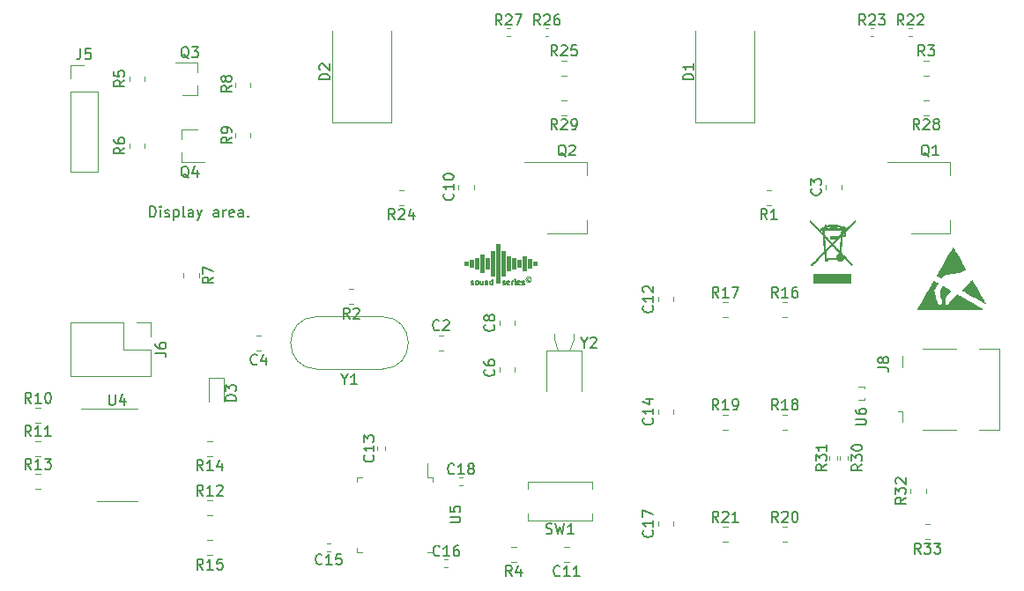
<source format=gto>
G04 #@! TF.GenerationSoftware,KiCad,Pcbnew,(5.1.10)-1*
G04 #@! TF.CreationDate,2021-09-04T13:32:15+03:00*
G04 #@! TF.ProjectId,amp_control_board,616d705f-636f-46e7-9472-6f6c5f626f61,rev?*
G04 #@! TF.SameCoordinates,Original*
G04 #@! TF.FileFunction,Legend,Top*
G04 #@! TF.FilePolarity,Positive*
%FSLAX46Y46*%
G04 Gerber Fmt 4.6, Leading zero omitted, Abs format (unit mm)*
G04 Created by KiCad (PCBNEW (5.1.10)-1) date 2021-09-04 13:32:15*
%MOMM*%
%LPD*%
G01*
G04 APERTURE LIST*
%ADD10C,0.063500*%
%ADD11C,0.127000*%
%ADD12C,0.150000*%
%ADD13C,0.010000*%
%ADD14C,0.120000*%
%ADD15R,0.300000X0.300000*%
%ADD16C,1.000000*%
%ADD17R,1.700000X2.000000*%
%ADD18R,2.000000X0.500000*%
%ADD19C,5.000000*%
%ADD20O,1.700000X1.700000*%
%ADD21R,1.700000X1.700000*%
%ADD22R,3.000000X3.000000*%
%ADD23C,3.000000*%
%ADD24R,2.000000X1.500000*%
%ADD25R,2.000000X3.800000*%
%ADD26R,0.900000X0.800000*%
%ADD27R,2.000000X1.600000*%
%ADD28R,1.905000X2.000000*%
%ADD29O,1.905000X2.000000*%
%ADD30C,1.500000*%
%ADD31R,3.000000X8.000000*%
%ADD32R,1.200000X1.200000*%
G04 APERTURE END LIST*
D10*
X181809571Y-95386071D02*
X181773285Y-95367928D01*
X181700714Y-95367928D01*
X181664428Y-95386071D01*
X181628142Y-95422357D01*
X181610000Y-95458642D01*
X181610000Y-95531214D01*
X181628142Y-95567500D01*
X181664428Y-95603785D01*
X181700714Y-95621928D01*
X181773285Y-95621928D01*
X181809571Y-95603785D01*
X181737000Y-95240928D02*
X181646285Y-95259071D01*
X181555571Y-95313500D01*
X181501142Y-95404214D01*
X181483000Y-95494928D01*
X181501142Y-95585642D01*
X181555571Y-95676357D01*
X181646285Y-95730785D01*
X181737000Y-95748928D01*
X181827714Y-95730785D01*
X181918428Y-95676357D01*
X181972857Y-95585642D01*
X181991000Y-95494928D01*
X181972857Y-95404214D01*
X181918428Y-95313500D01*
X181827714Y-95259071D01*
X181737000Y-95240928D01*
D11*
X176276000Y-95963619D02*
X176324380Y-95987809D01*
X176421142Y-95987809D01*
X176469523Y-95963619D01*
X176493714Y-95915238D01*
X176493714Y-95891047D01*
X176469523Y-95842666D01*
X176421142Y-95818476D01*
X176348571Y-95818476D01*
X176300190Y-95794285D01*
X176276000Y-95745904D01*
X176276000Y-95721714D01*
X176300190Y-95673333D01*
X176348571Y-95649142D01*
X176421142Y-95649142D01*
X176469523Y-95673333D01*
X176784000Y-95987809D02*
X176735619Y-95963619D01*
X176711428Y-95939428D01*
X176687238Y-95891047D01*
X176687238Y-95745904D01*
X176711428Y-95697523D01*
X176735619Y-95673333D01*
X176784000Y-95649142D01*
X176856571Y-95649142D01*
X176904952Y-95673333D01*
X176929142Y-95697523D01*
X176953333Y-95745904D01*
X176953333Y-95891047D01*
X176929142Y-95939428D01*
X176904952Y-95963619D01*
X176856571Y-95987809D01*
X176784000Y-95987809D01*
X177388761Y-95649142D02*
X177388761Y-95987809D01*
X177171047Y-95649142D02*
X177171047Y-95915238D01*
X177195238Y-95963619D01*
X177243619Y-95987809D01*
X177316190Y-95987809D01*
X177364571Y-95963619D01*
X177388761Y-95939428D01*
X177630666Y-95649142D02*
X177630666Y-95987809D01*
X177630666Y-95697523D02*
X177654857Y-95673333D01*
X177703238Y-95649142D01*
X177775809Y-95649142D01*
X177824190Y-95673333D01*
X177848380Y-95721714D01*
X177848380Y-95987809D01*
X178308000Y-95987809D02*
X178308000Y-95479809D01*
X178308000Y-95963619D02*
X178259619Y-95987809D01*
X178162857Y-95987809D01*
X178114476Y-95963619D01*
X178090285Y-95939428D01*
X178066095Y-95891047D01*
X178066095Y-95745904D01*
X178090285Y-95697523D01*
X178114476Y-95673333D01*
X178162857Y-95649142D01*
X178259619Y-95649142D01*
X178308000Y-95673333D01*
X179299809Y-95963619D02*
X179348190Y-95987809D01*
X179444952Y-95987809D01*
X179493333Y-95963619D01*
X179517523Y-95915238D01*
X179517523Y-95891047D01*
X179493333Y-95842666D01*
X179444952Y-95818476D01*
X179372380Y-95818476D01*
X179324000Y-95794285D01*
X179299809Y-95745904D01*
X179299809Y-95721714D01*
X179324000Y-95673333D01*
X179372380Y-95649142D01*
X179444952Y-95649142D01*
X179493333Y-95673333D01*
X179928761Y-95963619D02*
X179880380Y-95987809D01*
X179783619Y-95987809D01*
X179735238Y-95963619D01*
X179711047Y-95915238D01*
X179711047Y-95721714D01*
X179735238Y-95673333D01*
X179783619Y-95649142D01*
X179880380Y-95649142D01*
X179928761Y-95673333D01*
X179952952Y-95721714D01*
X179952952Y-95770095D01*
X179711047Y-95818476D01*
X180170666Y-95987809D02*
X180170666Y-95649142D01*
X180170666Y-95745904D02*
X180194857Y-95697523D01*
X180219047Y-95673333D01*
X180267428Y-95649142D01*
X180315809Y-95649142D01*
X180485142Y-95987809D02*
X180485142Y-95649142D01*
X180485142Y-95479809D02*
X180460952Y-95504000D01*
X180485142Y-95528190D01*
X180509333Y-95504000D01*
X180485142Y-95479809D01*
X180485142Y-95528190D01*
X180920571Y-95963619D02*
X180872190Y-95987809D01*
X180775428Y-95987809D01*
X180727047Y-95963619D01*
X180702857Y-95915238D01*
X180702857Y-95721714D01*
X180727047Y-95673333D01*
X180775428Y-95649142D01*
X180872190Y-95649142D01*
X180920571Y-95673333D01*
X180944761Y-95721714D01*
X180944761Y-95770095D01*
X180702857Y-95818476D01*
X181138285Y-95963619D02*
X181186666Y-95987809D01*
X181283428Y-95987809D01*
X181331809Y-95963619D01*
X181356000Y-95915238D01*
X181356000Y-95891047D01*
X181331809Y-95842666D01*
X181283428Y-95818476D01*
X181210857Y-95818476D01*
X181162476Y-95794285D01*
X181138285Y-95745904D01*
X181138285Y-95721714D01*
X181162476Y-95673333D01*
X181210857Y-95649142D01*
X181283428Y-95649142D01*
X181331809Y-95673333D01*
D12*
X145399714Y-89479380D02*
X145399714Y-88479380D01*
X145637809Y-88479380D01*
X145780666Y-88527000D01*
X145875904Y-88622238D01*
X145923523Y-88717476D01*
X145971142Y-88907952D01*
X145971142Y-89050809D01*
X145923523Y-89241285D01*
X145875904Y-89336523D01*
X145780666Y-89431761D01*
X145637809Y-89479380D01*
X145399714Y-89479380D01*
X146399714Y-89479380D02*
X146399714Y-88812714D01*
X146399714Y-88479380D02*
X146352095Y-88527000D01*
X146399714Y-88574619D01*
X146447333Y-88527000D01*
X146399714Y-88479380D01*
X146399714Y-88574619D01*
X146828285Y-89431761D02*
X146923523Y-89479380D01*
X147114000Y-89479380D01*
X147209238Y-89431761D01*
X147256857Y-89336523D01*
X147256857Y-89288904D01*
X147209238Y-89193666D01*
X147114000Y-89146047D01*
X146971142Y-89146047D01*
X146875904Y-89098428D01*
X146828285Y-89003190D01*
X146828285Y-88955571D01*
X146875904Y-88860333D01*
X146971142Y-88812714D01*
X147114000Y-88812714D01*
X147209238Y-88860333D01*
X147685428Y-88812714D02*
X147685428Y-89812714D01*
X147685428Y-88860333D02*
X147780666Y-88812714D01*
X147971142Y-88812714D01*
X148066380Y-88860333D01*
X148114000Y-88907952D01*
X148161619Y-89003190D01*
X148161619Y-89288904D01*
X148114000Y-89384142D01*
X148066380Y-89431761D01*
X147971142Y-89479380D01*
X147780666Y-89479380D01*
X147685428Y-89431761D01*
X148733047Y-89479380D02*
X148637809Y-89431761D01*
X148590190Y-89336523D01*
X148590190Y-88479380D01*
X149542571Y-89479380D02*
X149542571Y-88955571D01*
X149494952Y-88860333D01*
X149399714Y-88812714D01*
X149209238Y-88812714D01*
X149114000Y-88860333D01*
X149542571Y-89431761D02*
X149447333Y-89479380D01*
X149209238Y-89479380D01*
X149114000Y-89431761D01*
X149066380Y-89336523D01*
X149066380Y-89241285D01*
X149114000Y-89146047D01*
X149209238Y-89098428D01*
X149447333Y-89098428D01*
X149542571Y-89050809D01*
X149923523Y-88812714D02*
X150161619Y-89479380D01*
X150399714Y-88812714D02*
X150161619Y-89479380D01*
X150066380Y-89717476D01*
X150018761Y-89765095D01*
X149923523Y-89812714D01*
X151971142Y-89479380D02*
X151971142Y-88955571D01*
X151923523Y-88860333D01*
X151828285Y-88812714D01*
X151637809Y-88812714D01*
X151542571Y-88860333D01*
X151971142Y-89431761D02*
X151875904Y-89479380D01*
X151637809Y-89479380D01*
X151542571Y-89431761D01*
X151494952Y-89336523D01*
X151494952Y-89241285D01*
X151542571Y-89146047D01*
X151637809Y-89098428D01*
X151875904Y-89098428D01*
X151971142Y-89050809D01*
X152447333Y-89479380D02*
X152447333Y-88812714D01*
X152447333Y-89003190D02*
X152494952Y-88907952D01*
X152542571Y-88860333D01*
X152637809Y-88812714D01*
X152733047Y-88812714D01*
X153447333Y-89431761D02*
X153352095Y-89479380D01*
X153161619Y-89479380D01*
X153066380Y-89431761D01*
X153018761Y-89336523D01*
X153018761Y-88955571D01*
X153066380Y-88860333D01*
X153161619Y-88812714D01*
X153352095Y-88812714D01*
X153447333Y-88860333D01*
X153494952Y-88955571D01*
X153494952Y-89050809D01*
X153018761Y-89146047D01*
X154352095Y-89479380D02*
X154352095Y-88955571D01*
X154304476Y-88860333D01*
X154209238Y-88812714D01*
X154018761Y-88812714D01*
X153923523Y-88860333D01*
X154352095Y-89431761D02*
X154256857Y-89479380D01*
X154018761Y-89479380D01*
X153923523Y-89431761D01*
X153875904Y-89336523D01*
X153875904Y-89241285D01*
X153923523Y-89146047D01*
X154018761Y-89098428D01*
X154256857Y-89098428D01*
X154352095Y-89050809D01*
X154828285Y-89384142D02*
X154875904Y-89431761D01*
X154828285Y-89479380D01*
X154780666Y-89431761D01*
X154828285Y-89384142D01*
X154828285Y-89479380D01*
D13*
G36*
X182453324Y-93810888D02*
G01*
X182494625Y-93811680D01*
X182523784Y-93813237D01*
X182543194Y-93815752D01*
X182555249Y-93819419D01*
X182561895Y-93823972D01*
X182567331Y-93837895D01*
X182571530Y-93865256D01*
X182574492Y-93902604D01*
X182576217Y-93946490D01*
X182576705Y-93993462D01*
X182575956Y-94040070D01*
X182573971Y-94082864D01*
X182570748Y-94118394D01*
X182566288Y-94143208D01*
X182561895Y-94152962D01*
X182554645Y-94157799D01*
X182542432Y-94161303D01*
X182522875Y-94163657D01*
X182493594Y-94165038D01*
X182452208Y-94165628D01*
X182396337Y-94165605D01*
X182394679Y-94165598D01*
X182344823Y-94165158D01*
X182300514Y-94164345D01*
X182264659Y-94163246D01*
X182240167Y-94161948D01*
X182230183Y-94160660D01*
X182226321Y-94154642D01*
X182223438Y-94139031D01*
X182221433Y-94112179D01*
X182220206Y-94072436D01*
X182219655Y-94018156D01*
X182219600Y-93988667D01*
X182219754Y-93930511D01*
X182220327Y-93887108D01*
X182221488Y-93856279D01*
X182223406Y-93835847D01*
X182226250Y-93823634D01*
X182230188Y-93817460D01*
X182232993Y-93815806D01*
X182245504Y-93814142D01*
X182271940Y-93812703D01*
X182309289Y-93811582D01*
X182354543Y-93810874D01*
X182397488Y-93810667D01*
X182453324Y-93810888D01*
G37*
X182453324Y-93810888D02*
X182494625Y-93811680D01*
X182523784Y-93813237D01*
X182543194Y-93815752D01*
X182555249Y-93819419D01*
X182561895Y-93823972D01*
X182567331Y-93837895D01*
X182571530Y-93865256D01*
X182574492Y-93902604D01*
X182576217Y-93946490D01*
X182576705Y-93993462D01*
X182575956Y-94040070D01*
X182573971Y-94082864D01*
X182570748Y-94118394D01*
X182566288Y-94143208D01*
X182561895Y-94152962D01*
X182554645Y-94157799D01*
X182542432Y-94161303D01*
X182522875Y-94163657D01*
X182493594Y-94165038D01*
X182452208Y-94165628D01*
X182396337Y-94165605D01*
X182394679Y-94165598D01*
X182344823Y-94165158D01*
X182300514Y-94164345D01*
X182264659Y-94163246D01*
X182240167Y-94161948D01*
X182230183Y-94160660D01*
X182226321Y-94154642D01*
X182223438Y-94139031D01*
X182221433Y-94112179D01*
X182220206Y-94072436D01*
X182219655Y-94018156D01*
X182219600Y-93988667D01*
X182219754Y-93930511D01*
X182220327Y-93887108D01*
X182221488Y-93856279D01*
X182223406Y-93835847D01*
X182226250Y-93823634D01*
X182230188Y-93817460D01*
X182232993Y-93815806D01*
X182245504Y-93814142D01*
X182271940Y-93812703D01*
X182309289Y-93811582D01*
X182354543Y-93810874D01*
X182397488Y-93810667D01*
X182453324Y-93810888D01*
G36*
X175809091Y-93810945D02*
G01*
X175853420Y-93811716D01*
X175889422Y-93812887D01*
X175914089Y-93814364D01*
X175923941Y-93815806D01*
X175928583Y-93819510D01*
X175932032Y-93828013D01*
X175934458Y-93843493D01*
X175936030Y-93868131D01*
X175936917Y-93904107D01*
X175937288Y-93953599D01*
X175937334Y-93988467D01*
X175937180Y-94046585D01*
X175936606Y-94089951D01*
X175935443Y-94120745D01*
X175933521Y-94141147D01*
X175930672Y-94153335D01*
X175926727Y-94159490D01*
X175923941Y-94161128D01*
X175911429Y-94162792D01*
X175884994Y-94164231D01*
X175847645Y-94165351D01*
X175802391Y-94166060D01*
X175759446Y-94166267D01*
X175703609Y-94166046D01*
X175662308Y-94165254D01*
X175633150Y-94163697D01*
X175613740Y-94161182D01*
X175601684Y-94157514D01*
X175595038Y-94152962D01*
X175589602Y-94139039D01*
X175585403Y-94111678D01*
X175582441Y-94074329D01*
X175580716Y-94030444D01*
X175580228Y-93983472D01*
X175580977Y-93936864D01*
X175582963Y-93894069D01*
X175586186Y-93858540D01*
X175590646Y-93833725D01*
X175595038Y-93823972D01*
X175602445Y-93819075D01*
X175615007Y-93815508D01*
X175635118Y-93813077D01*
X175665173Y-93811590D01*
X175707563Y-93810851D01*
X175759446Y-93810667D01*
X175809091Y-93810945D01*
G37*
X175809091Y-93810945D02*
X175853420Y-93811716D01*
X175889422Y-93812887D01*
X175914089Y-93814364D01*
X175923941Y-93815806D01*
X175928583Y-93819510D01*
X175932032Y-93828013D01*
X175934458Y-93843493D01*
X175936030Y-93868131D01*
X175936917Y-93904107D01*
X175937288Y-93953599D01*
X175937334Y-93988467D01*
X175937180Y-94046585D01*
X175936606Y-94089951D01*
X175935443Y-94120745D01*
X175933521Y-94141147D01*
X175930672Y-94153335D01*
X175926727Y-94159490D01*
X175923941Y-94161128D01*
X175911429Y-94162792D01*
X175884994Y-94164231D01*
X175847645Y-94165351D01*
X175802391Y-94166060D01*
X175759446Y-94166267D01*
X175703609Y-94166046D01*
X175662308Y-94165254D01*
X175633150Y-94163697D01*
X175613740Y-94161182D01*
X175601684Y-94157514D01*
X175595038Y-94152962D01*
X175589602Y-94139039D01*
X175585403Y-94111678D01*
X175582441Y-94074329D01*
X175580716Y-94030444D01*
X175580228Y-93983472D01*
X175580977Y-93936864D01*
X175582963Y-93894069D01*
X175586186Y-93858540D01*
X175590646Y-93833725D01*
X175595038Y-93823972D01*
X175602445Y-93819075D01*
X175615007Y-93815508D01*
X175635118Y-93813077D01*
X175665173Y-93811590D01*
X175707563Y-93810851D01*
X175759446Y-93810667D01*
X175809091Y-93810945D01*
G36*
X180973287Y-93643450D02*
G01*
X181006936Y-93645328D01*
X181026271Y-93648444D01*
X181031053Y-93650646D01*
X181034059Y-93661392D01*
X181036672Y-93686809D01*
X181038886Y-93724642D01*
X181040695Y-93772633D01*
X181042096Y-93828525D01*
X181043082Y-93890062D01*
X181043649Y-93954987D01*
X181043792Y-94021043D01*
X181043505Y-94085973D01*
X181042783Y-94147520D01*
X181041622Y-94203428D01*
X181040017Y-94251439D01*
X181037961Y-94289297D01*
X181035451Y-94314745D01*
X181032573Y-94325440D01*
X181020647Y-94329274D01*
X180995502Y-94332275D01*
X180960331Y-94334446D01*
X180918330Y-94335791D01*
X180872691Y-94336316D01*
X180826609Y-94336025D01*
X180783279Y-94334921D01*
X180745893Y-94333008D01*
X180717646Y-94330292D01*
X180701731Y-94326776D01*
X180699468Y-94325000D01*
X180698626Y-94314443D01*
X180697955Y-94288834D01*
X180697462Y-94250054D01*
X180697159Y-94199983D01*
X180697055Y-94140501D01*
X180697161Y-94073489D01*
X180697486Y-94000827D01*
X180697617Y-93979983D01*
X180699834Y-93645567D01*
X180859603Y-93643260D01*
X180924463Y-93642773D01*
X180973287Y-93643450D01*
G37*
X180973287Y-93643450D02*
X181006936Y-93645328D01*
X181026271Y-93648444D01*
X181031053Y-93650646D01*
X181034059Y-93661392D01*
X181036672Y-93686809D01*
X181038886Y-93724642D01*
X181040695Y-93772633D01*
X181042096Y-93828525D01*
X181043082Y-93890062D01*
X181043649Y-93954987D01*
X181043792Y-94021043D01*
X181043505Y-94085973D01*
X181042783Y-94147520D01*
X181041622Y-94203428D01*
X181040017Y-94251439D01*
X181037961Y-94289297D01*
X181035451Y-94314745D01*
X181032573Y-94325440D01*
X181020647Y-94329274D01*
X180995502Y-94332275D01*
X180960331Y-94334446D01*
X180918330Y-94335791D01*
X180872691Y-94336316D01*
X180826609Y-94336025D01*
X180783279Y-94334921D01*
X180745893Y-94333008D01*
X180717646Y-94330292D01*
X180701731Y-94326776D01*
X180699468Y-94325000D01*
X180698626Y-94314443D01*
X180697955Y-94288834D01*
X180697462Y-94250054D01*
X180697159Y-94199983D01*
X180697055Y-94140501D01*
X180697161Y-94073489D01*
X180697486Y-94000827D01*
X180697617Y-93979983D01*
X180699834Y-93645567D01*
X180859603Y-93643260D01*
X180924463Y-93642773D01*
X180973287Y-93643450D01*
G36*
X176317091Y-93641612D02*
G01*
X176361420Y-93642383D01*
X176397422Y-93643554D01*
X176422089Y-93645030D01*
X176431941Y-93646473D01*
X176435324Y-93649238D01*
X176438093Y-93655708D01*
X176440308Y-93667419D01*
X176442027Y-93685902D01*
X176443313Y-93712694D01*
X176444224Y-93749328D01*
X176444821Y-93797338D01*
X176445164Y-93858258D01*
X176445312Y-93933623D01*
X176445333Y-93988467D01*
X176445275Y-94073591D01*
X176445060Y-94143316D01*
X176444628Y-94199176D01*
X176443920Y-94242706D01*
X176442874Y-94275440D01*
X176441432Y-94298911D01*
X176439532Y-94314654D01*
X176437115Y-94324204D01*
X176434121Y-94329094D01*
X176431941Y-94330461D01*
X176419429Y-94332125D01*
X176392994Y-94333564D01*
X176355645Y-94334685D01*
X176310391Y-94335393D01*
X176267446Y-94335600D01*
X176211609Y-94335379D01*
X176170308Y-94334587D01*
X176141150Y-94333030D01*
X176121740Y-94330515D01*
X176109684Y-94326848D01*
X176103038Y-94322295D01*
X176099583Y-94317145D01*
X176096772Y-94308218D01*
X176094540Y-94293907D01*
X176092824Y-94272604D01*
X176091560Y-94242702D01*
X176090683Y-94202592D01*
X176090129Y-94150667D01*
X176089835Y-94085319D01*
X176089736Y-94004940D01*
X176089734Y-93988467D01*
X176089804Y-93905162D01*
X176090058Y-93837181D01*
X176090559Y-93782919D01*
X176091372Y-93740766D01*
X176092561Y-93709114D01*
X176094189Y-93686357D01*
X176096322Y-93670886D01*
X176099022Y-93661094D01*
X176102355Y-93655372D01*
X176103038Y-93654638D01*
X176110445Y-93649741D01*
X176123007Y-93646174D01*
X176143118Y-93643744D01*
X176173173Y-93642256D01*
X176215563Y-93641518D01*
X176267446Y-93641334D01*
X176317091Y-93641612D01*
G37*
X176317091Y-93641612D02*
X176361420Y-93642383D01*
X176397422Y-93643554D01*
X176422089Y-93645030D01*
X176431941Y-93646473D01*
X176435324Y-93649238D01*
X176438093Y-93655708D01*
X176440308Y-93667419D01*
X176442027Y-93685902D01*
X176443313Y-93712694D01*
X176444224Y-93749328D01*
X176444821Y-93797338D01*
X176445164Y-93858258D01*
X176445312Y-93933623D01*
X176445333Y-93988467D01*
X176445275Y-94073591D01*
X176445060Y-94143316D01*
X176444628Y-94199176D01*
X176443920Y-94242706D01*
X176442874Y-94275440D01*
X176441432Y-94298911D01*
X176439532Y-94314654D01*
X176437115Y-94324204D01*
X176434121Y-94329094D01*
X176431941Y-94330461D01*
X176419429Y-94332125D01*
X176392994Y-94333564D01*
X176355645Y-94334685D01*
X176310391Y-94335393D01*
X176267446Y-94335600D01*
X176211609Y-94335379D01*
X176170308Y-94334587D01*
X176141150Y-94333030D01*
X176121740Y-94330515D01*
X176109684Y-94326848D01*
X176103038Y-94322295D01*
X176099583Y-94317145D01*
X176096772Y-94308218D01*
X176094540Y-94293907D01*
X176092824Y-94272604D01*
X176091560Y-94242702D01*
X176090683Y-94202592D01*
X176090129Y-94150667D01*
X176089835Y-94085319D01*
X176089736Y-94004940D01*
X176089734Y-93988467D01*
X176089804Y-93905162D01*
X176090058Y-93837181D01*
X176090559Y-93782919D01*
X176091372Y-93740766D01*
X176092561Y-93709114D01*
X176094189Y-93686357D01*
X176096322Y-93670886D01*
X176099022Y-93661094D01*
X176102355Y-93655372D01*
X176103038Y-93654638D01*
X176110445Y-93649741D01*
X176123007Y-93646174D01*
X176143118Y-93643744D01*
X176173173Y-93642256D01*
X176215563Y-93641518D01*
X176267446Y-93641334D01*
X176317091Y-93641612D01*
G36*
X181945324Y-93556888D02*
G01*
X181986625Y-93557680D01*
X182015784Y-93559237D01*
X182035194Y-93561752D01*
X182047249Y-93565419D01*
X182053895Y-93569972D01*
X182056994Y-93574625D01*
X182059579Y-93582793D01*
X182061695Y-93595898D01*
X182063388Y-93615361D01*
X182064704Y-93642605D01*
X182065686Y-93679052D01*
X182066381Y-93726124D01*
X182066833Y-93785242D01*
X182067088Y-93857830D01*
X182067191Y-93945308D01*
X182067200Y-93988467D01*
X182067149Y-94082882D01*
X182066966Y-94161787D01*
X182066605Y-94226602D01*
X182066021Y-94278751D01*
X182065170Y-94319655D01*
X182064006Y-94350736D01*
X182062483Y-94373416D01*
X182060556Y-94389118D01*
X182058181Y-94399263D01*
X182055312Y-94405274D01*
X182053895Y-94406962D01*
X182046645Y-94411799D01*
X182034432Y-94415303D01*
X182014875Y-94417657D01*
X181985594Y-94419038D01*
X181944208Y-94419628D01*
X181888337Y-94419605D01*
X181886679Y-94419598D01*
X181836823Y-94419158D01*
X181792514Y-94418345D01*
X181756659Y-94417246D01*
X181732167Y-94415948D01*
X181722184Y-94414660D01*
X181719681Y-94410154D01*
X181717577Y-94398062D01*
X181715842Y-94377235D01*
X181714449Y-94346527D01*
X181713368Y-94304793D01*
X181712572Y-94250884D01*
X181712031Y-94183654D01*
X181711717Y-94101957D01*
X181711602Y-94004645D01*
X181711600Y-93988667D01*
X181711644Y-93892577D01*
X181711804Y-93812049D01*
X181712122Y-93745716D01*
X181712643Y-93692205D01*
X181713408Y-93650149D01*
X181714462Y-93618176D01*
X181715846Y-93594917D01*
X181717604Y-93579002D01*
X181719779Y-93569061D01*
X181722414Y-93563724D01*
X181724993Y-93561806D01*
X181737504Y-93560142D01*
X181763940Y-93558703D01*
X181801289Y-93557582D01*
X181846543Y-93556874D01*
X181889488Y-93556667D01*
X181945324Y-93556888D01*
G37*
X181945324Y-93556888D02*
X181986625Y-93557680D01*
X182015784Y-93559237D01*
X182035194Y-93561752D01*
X182047249Y-93565419D01*
X182053895Y-93569972D01*
X182056994Y-93574625D01*
X182059579Y-93582793D01*
X182061695Y-93595898D01*
X182063388Y-93615361D01*
X182064704Y-93642605D01*
X182065686Y-93679052D01*
X182066381Y-93726124D01*
X182066833Y-93785242D01*
X182067088Y-93857830D01*
X182067191Y-93945308D01*
X182067200Y-93988467D01*
X182067149Y-94082882D01*
X182066966Y-94161787D01*
X182066605Y-94226602D01*
X182066021Y-94278751D01*
X182065170Y-94319655D01*
X182064006Y-94350736D01*
X182062483Y-94373416D01*
X182060556Y-94389118D01*
X182058181Y-94399263D01*
X182055312Y-94405274D01*
X182053895Y-94406962D01*
X182046645Y-94411799D01*
X182034432Y-94415303D01*
X182014875Y-94417657D01*
X181985594Y-94419038D01*
X181944208Y-94419628D01*
X181888337Y-94419605D01*
X181886679Y-94419598D01*
X181836823Y-94419158D01*
X181792514Y-94418345D01*
X181756659Y-94417246D01*
X181732167Y-94415948D01*
X181722184Y-94414660D01*
X181719681Y-94410154D01*
X181717577Y-94398062D01*
X181715842Y-94377235D01*
X181714449Y-94346527D01*
X181713368Y-94304793D01*
X181712572Y-94250884D01*
X181712031Y-94183654D01*
X181711717Y-94101957D01*
X181711602Y-94004645D01*
X181711600Y-93988667D01*
X181711644Y-93892577D01*
X181711804Y-93812049D01*
X181712122Y-93745716D01*
X181712643Y-93692205D01*
X181713408Y-93650149D01*
X181714462Y-93618176D01*
X181715846Y-93594917D01*
X181717604Y-93579002D01*
X181719779Y-93569061D01*
X181722414Y-93563724D01*
X181724993Y-93561806D01*
X181737504Y-93560142D01*
X181763940Y-93558703D01*
X181801289Y-93557582D01*
X181846543Y-93556874D01*
X181889488Y-93556667D01*
X181945324Y-93556888D01*
G36*
X180362264Y-93473926D02*
G01*
X180522034Y-93476234D01*
X180522034Y-94500700D01*
X180360920Y-94502993D01*
X180299203Y-94503529D01*
X180252816Y-94503099D01*
X180220176Y-94501628D01*
X180199702Y-94499042D01*
X180189813Y-94495267D01*
X180189470Y-94494950D01*
X180187007Y-94484196D01*
X180184846Y-94458383D01*
X180182985Y-94419331D01*
X180181421Y-94368866D01*
X180180153Y-94308811D01*
X180179178Y-94240988D01*
X180178492Y-94167221D01*
X180178095Y-94089334D01*
X180177983Y-94009150D01*
X180178154Y-93928492D01*
X180178606Y-93849183D01*
X180179336Y-93773048D01*
X180180342Y-93701908D01*
X180181621Y-93637588D01*
X180183171Y-93581912D01*
X180184989Y-93536701D01*
X180187074Y-93503780D01*
X180189422Y-93484972D01*
X180190814Y-93481313D01*
X180202802Y-93477515D01*
X180228641Y-93474975D01*
X180269192Y-93473657D01*
X180325315Y-93473522D01*
X180362264Y-93473926D01*
G37*
X180362264Y-93473926D02*
X180522034Y-93476234D01*
X180522034Y-94500700D01*
X180360920Y-94502993D01*
X180299203Y-94503529D01*
X180252816Y-94503099D01*
X180220176Y-94501628D01*
X180199702Y-94499042D01*
X180189813Y-94495267D01*
X180189470Y-94494950D01*
X180187007Y-94484196D01*
X180184846Y-94458383D01*
X180182985Y-94419331D01*
X180181421Y-94368866D01*
X180180153Y-94308811D01*
X180179178Y-94240988D01*
X180178492Y-94167221D01*
X180178095Y-94089334D01*
X180177983Y-94009150D01*
X180178154Y-93928492D01*
X180178606Y-93849183D01*
X180179336Y-93773048D01*
X180180342Y-93701908D01*
X180181621Y-93637588D01*
X180183171Y-93581912D01*
X180184989Y-93536701D01*
X180187074Y-93503780D01*
X180189422Y-93484972D01*
X180190814Y-93481313D01*
X180202802Y-93477515D01*
X180228641Y-93474975D01*
X180269192Y-93473657D01*
X180325315Y-93473522D01*
X180362264Y-93473926D01*
G36*
X177908353Y-93474116D02*
G01*
X177942003Y-93475994D01*
X177961338Y-93479111D01*
X177966120Y-93481313D01*
X177968588Y-93491629D01*
X177970800Y-93517054D01*
X177972752Y-93555764D01*
X177974442Y-93605936D01*
X177975866Y-93665746D01*
X177977023Y-93733372D01*
X177977909Y-93806991D01*
X177978521Y-93884779D01*
X177978858Y-93964913D01*
X177978916Y-94045569D01*
X177978692Y-94124926D01*
X177978184Y-94201159D01*
X177977389Y-94272446D01*
X177976304Y-94336963D01*
X177974927Y-94392887D01*
X177973255Y-94438395D01*
X177971284Y-94471664D01*
X177969013Y-94490870D01*
X177967640Y-94494774D01*
X177955718Y-94498604D01*
X177930578Y-94501602D01*
X177895412Y-94503773D01*
X177853415Y-94505120D01*
X177807781Y-94505647D01*
X177761702Y-94505358D01*
X177718373Y-94504258D01*
X177680987Y-94502350D01*
X177652739Y-94499638D01*
X177636821Y-94496127D01*
X177634555Y-94494350D01*
X177633861Y-94484183D01*
X177633277Y-94458593D01*
X177632809Y-94419092D01*
X177632461Y-94367191D01*
X177632240Y-94304400D01*
X177632151Y-94232231D01*
X177632199Y-94152194D01*
X177632389Y-94065801D01*
X177632704Y-93980000D01*
X177634900Y-93476234D01*
X177794670Y-93473926D01*
X177859529Y-93473439D01*
X177908353Y-93474116D01*
G37*
X177908353Y-93474116D02*
X177942003Y-93475994D01*
X177961338Y-93479111D01*
X177966120Y-93481313D01*
X177968588Y-93491629D01*
X177970800Y-93517054D01*
X177972752Y-93555764D01*
X177974442Y-93605936D01*
X177975866Y-93665746D01*
X177977023Y-93733372D01*
X177977909Y-93806991D01*
X177978521Y-93884779D01*
X177978858Y-93964913D01*
X177978916Y-94045569D01*
X177978692Y-94124926D01*
X177978184Y-94201159D01*
X177977389Y-94272446D01*
X177976304Y-94336963D01*
X177974927Y-94392887D01*
X177973255Y-94438395D01*
X177971284Y-94471664D01*
X177969013Y-94490870D01*
X177967640Y-94494774D01*
X177955718Y-94498604D01*
X177930578Y-94501602D01*
X177895412Y-94503773D01*
X177853415Y-94505120D01*
X177807781Y-94505647D01*
X177761702Y-94505358D01*
X177718373Y-94504258D01*
X177680987Y-94502350D01*
X177652739Y-94499638D01*
X177636821Y-94496127D01*
X177634555Y-94494350D01*
X177633861Y-94484183D01*
X177633277Y-94458593D01*
X177632809Y-94419092D01*
X177632461Y-94367191D01*
X177632240Y-94304400D01*
X177632151Y-94232231D01*
X177632199Y-94152194D01*
X177632389Y-94065801D01*
X177632704Y-93980000D01*
X177634900Y-93476234D01*
X177794670Y-93473926D01*
X177859529Y-93473439D01*
X177908353Y-93474116D01*
G36*
X176789331Y-93473926D02*
G01*
X176949100Y-93476234D01*
X176949100Y-94500700D01*
X176787986Y-94502993D01*
X176726270Y-94503529D01*
X176679882Y-94503099D01*
X176647242Y-94501628D01*
X176626768Y-94499042D01*
X176616879Y-94495267D01*
X176616536Y-94494950D01*
X176614073Y-94484196D01*
X176611912Y-94458383D01*
X176610051Y-94419331D01*
X176608488Y-94368866D01*
X176607220Y-94308811D01*
X176606244Y-94240988D01*
X176605559Y-94167221D01*
X176605162Y-94089334D01*
X176605050Y-94009150D01*
X176605221Y-93928492D01*
X176605673Y-93849183D01*
X176606403Y-93773048D01*
X176607408Y-93701908D01*
X176608687Y-93637588D01*
X176610237Y-93581912D01*
X176612056Y-93536701D01*
X176614141Y-93503780D01*
X176616489Y-93484972D01*
X176617881Y-93481313D01*
X176629868Y-93477515D01*
X176655707Y-93474975D01*
X176696258Y-93473657D01*
X176752381Y-93473522D01*
X176789331Y-93473926D01*
G37*
X176789331Y-93473926D02*
X176949100Y-93476234D01*
X176949100Y-94500700D01*
X176787986Y-94502993D01*
X176726270Y-94503529D01*
X176679882Y-94503099D01*
X176647242Y-94501628D01*
X176626768Y-94499042D01*
X176616879Y-94495267D01*
X176616536Y-94494950D01*
X176614073Y-94484196D01*
X176611912Y-94458383D01*
X176610051Y-94419331D01*
X176608488Y-94368866D01*
X176607220Y-94308811D01*
X176606244Y-94240988D01*
X176605559Y-94167221D01*
X176605162Y-94089334D01*
X176605050Y-94009150D01*
X176605221Y-93928492D01*
X176605673Y-93849183D01*
X176606403Y-93773048D01*
X176607408Y-93701908D01*
X176608687Y-93637588D01*
X176610237Y-93581912D01*
X176612056Y-93536701D01*
X176614141Y-93503780D01*
X176616489Y-93484972D01*
X176617881Y-93481313D01*
X176629868Y-93477515D01*
X176655707Y-93474975D01*
X176696258Y-93473657D01*
X176752381Y-93473522D01*
X176789331Y-93473926D01*
G36*
X181481287Y-93304783D02*
G01*
X181514936Y-93306661D01*
X181534271Y-93309777D01*
X181539053Y-93311980D01*
X181541199Y-93322044D01*
X181543154Y-93347469D01*
X181544917Y-93386686D01*
X181546486Y-93438123D01*
X181547859Y-93500211D01*
X181549034Y-93571378D01*
X181550010Y-93650055D01*
X181550785Y-93734670D01*
X181551357Y-93823652D01*
X181551724Y-93915433D01*
X181551885Y-94008440D01*
X181551837Y-94101103D01*
X181551580Y-94191853D01*
X181551111Y-94279118D01*
X181550428Y-94361327D01*
X181549530Y-94436911D01*
X181548415Y-94504299D01*
X181547081Y-94561919D01*
X181545526Y-94608203D01*
X181543749Y-94641578D01*
X181541748Y-94660475D01*
X181540573Y-94664107D01*
X181528652Y-94667937D01*
X181503513Y-94670936D01*
X181468348Y-94673106D01*
X181426353Y-94674453D01*
X181380720Y-94674980D01*
X181334642Y-94674691D01*
X181291315Y-94673591D01*
X181253930Y-94671683D01*
X181225682Y-94668972D01*
X181209764Y-94665462D01*
X181207497Y-94663684D01*
X181206892Y-94653745D01*
X181206368Y-94628171D01*
X181205930Y-94588260D01*
X181205580Y-94535310D01*
X181205322Y-94470619D01*
X181205159Y-94395486D01*
X181205095Y-94311207D01*
X181205134Y-94219082D01*
X181205279Y-94120409D01*
X181205533Y-94016484D01*
X181205646Y-93980000D01*
X181207834Y-93306900D01*
X181367603Y-93304593D01*
X181432463Y-93304106D01*
X181481287Y-93304783D01*
G37*
X181481287Y-93304783D02*
X181514936Y-93306661D01*
X181534271Y-93309777D01*
X181539053Y-93311980D01*
X181541199Y-93322044D01*
X181543154Y-93347469D01*
X181544917Y-93386686D01*
X181546486Y-93438123D01*
X181547859Y-93500211D01*
X181549034Y-93571378D01*
X181550010Y-93650055D01*
X181550785Y-93734670D01*
X181551357Y-93823652D01*
X181551724Y-93915433D01*
X181551885Y-94008440D01*
X181551837Y-94101103D01*
X181551580Y-94191853D01*
X181551111Y-94279118D01*
X181550428Y-94361327D01*
X181549530Y-94436911D01*
X181548415Y-94504299D01*
X181547081Y-94561919D01*
X181545526Y-94608203D01*
X181543749Y-94641578D01*
X181541748Y-94660475D01*
X181540573Y-94664107D01*
X181528652Y-94667937D01*
X181503513Y-94670936D01*
X181468348Y-94673106D01*
X181426353Y-94674453D01*
X181380720Y-94674980D01*
X181334642Y-94674691D01*
X181291315Y-94673591D01*
X181253930Y-94671683D01*
X181225682Y-94668972D01*
X181209764Y-94665462D01*
X181207497Y-94663684D01*
X181206892Y-94653745D01*
X181206368Y-94628171D01*
X181205930Y-94588260D01*
X181205580Y-94535310D01*
X181205322Y-94470619D01*
X181205159Y-94395486D01*
X181205095Y-94311207D01*
X181205134Y-94219082D01*
X181205279Y-94120409D01*
X181205533Y-94016484D01*
X181205646Y-93980000D01*
X181207834Y-93306900D01*
X181367603Y-93304593D01*
X181432463Y-93304106D01*
X181481287Y-93304783D01*
G36*
X179890024Y-93302945D02*
G01*
X179934353Y-93303716D01*
X179970355Y-93304887D01*
X179995022Y-93306364D01*
X180004874Y-93307806D01*
X180007324Y-93309980D01*
X180009459Y-93315216D01*
X180011301Y-93324595D01*
X180012870Y-93339198D01*
X180014188Y-93360104D01*
X180015277Y-93388395D01*
X180016157Y-93425151D01*
X180016850Y-93471452D01*
X180017376Y-93528380D01*
X180017759Y-93597015D01*
X180018018Y-93678437D01*
X180018174Y-93773728D01*
X180018250Y-93883967D01*
X180018267Y-93988467D01*
X180018242Y-94112043D01*
X180018155Y-94219766D01*
X180017983Y-94312717D01*
X180017705Y-94391976D01*
X180017301Y-94458625D01*
X180016748Y-94513743D01*
X180016026Y-94558411D01*
X180015114Y-94593710D01*
X180013989Y-94620721D01*
X180012631Y-94640524D01*
X180011019Y-94654199D01*
X180009131Y-94662827D01*
X180006946Y-94667489D01*
X180004874Y-94669128D01*
X179992363Y-94670792D01*
X179965927Y-94672231D01*
X179928578Y-94673351D01*
X179883324Y-94674060D01*
X179840379Y-94674267D01*
X179784543Y-94674046D01*
X179743242Y-94673254D01*
X179714083Y-94671697D01*
X179694673Y-94669182D01*
X179682618Y-94665514D01*
X179675972Y-94660962D01*
X179673505Y-94657144D01*
X179671358Y-94650224D01*
X179669511Y-94639096D01*
X179667941Y-94622654D01*
X179666627Y-94599794D01*
X179665545Y-94569410D01*
X179664675Y-94530396D01*
X179663995Y-94481648D01*
X179663483Y-94422060D01*
X179663116Y-94350527D01*
X179662874Y-94265943D01*
X179662733Y-94167204D01*
X179662674Y-94053203D01*
X179662667Y-93988467D01*
X179662694Y-93866212D01*
X179662790Y-93759785D01*
X179662978Y-93668080D01*
X179663278Y-93589993D01*
X179663713Y-93524418D01*
X179664304Y-93470249D01*
X179665074Y-93426382D01*
X179666044Y-93391711D01*
X179667237Y-93365130D01*
X179668673Y-93345535D01*
X179670375Y-93331821D01*
X179672365Y-93322881D01*
X179674665Y-93317610D01*
X179675972Y-93315972D01*
X179683378Y-93311075D01*
X179695940Y-93307508D01*
X179716052Y-93305077D01*
X179746106Y-93303590D01*
X179788496Y-93302851D01*
X179840379Y-93302667D01*
X179890024Y-93302945D01*
G37*
X179890024Y-93302945D02*
X179934353Y-93303716D01*
X179970355Y-93304887D01*
X179995022Y-93306364D01*
X180004874Y-93307806D01*
X180007324Y-93309980D01*
X180009459Y-93315216D01*
X180011301Y-93324595D01*
X180012870Y-93339198D01*
X180014188Y-93360104D01*
X180015277Y-93388395D01*
X180016157Y-93425151D01*
X180016850Y-93471452D01*
X180017376Y-93528380D01*
X180017759Y-93597015D01*
X180018018Y-93678437D01*
X180018174Y-93773728D01*
X180018250Y-93883967D01*
X180018267Y-93988467D01*
X180018242Y-94112043D01*
X180018155Y-94219766D01*
X180017983Y-94312717D01*
X180017705Y-94391976D01*
X180017301Y-94458625D01*
X180016748Y-94513743D01*
X180016026Y-94558411D01*
X180015114Y-94593710D01*
X180013989Y-94620721D01*
X180012631Y-94640524D01*
X180011019Y-94654199D01*
X180009131Y-94662827D01*
X180006946Y-94667489D01*
X180004874Y-94669128D01*
X179992363Y-94670792D01*
X179965927Y-94672231D01*
X179928578Y-94673351D01*
X179883324Y-94674060D01*
X179840379Y-94674267D01*
X179784543Y-94674046D01*
X179743242Y-94673254D01*
X179714083Y-94671697D01*
X179694673Y-94669182D01*
X179682618Y-94665514D01*
X179675972Y-94660962D01*
X179673505Y-94657144D01*
X179671358Y-94650224D01*
X179669511Y-94639096D01*
X179667941Y-94622654D01*
X179666627Y-94599794D01*
X179665545Y-94569410D01*
X179664675Y-94530396D01*
X179663995Y-94481648D01*
X179663483Y-94422060D01*
X179663116Y-94350527D01*
X179662874Y-94265943D01*
X179662733Y-94167204D01*
X179662674Y-94053203D01*
X179662667Y-93988467D01*
X179662694Y-93866212D01*
X179662790Y-93759785D01*
X179662978Y-93668080D01*
X179663278Y-93589993D01*
X179663713Y-93524418D01*
X179664304Y-93470249D01*
X179665074Y-93426382D01*
X179666044Y-93391711D01*
X179667237Y-93365130D01*
X179668673Y-93345535D01*
X179670375Y-93331821D01*
X179672365Y-93322881D01*
X179674665Y-93317610D01*
X179675972Y-93315972D01*
X179683378Y-93311075D01*
X179695940Y-93307508D01*
X179716052Y-93305077D01*
X179746106Y-93303590D01*
X179788496Y-93302851D01*
X179840379Y-93302667D01*
X179890024Y-93302945D01*
G36*
X177297331Y-93135260D02*
G01*
X177457100Y-93137567D01*
X177457100Y-94839367D01*
X177295986Y-94841660D01*
X177234270Y-94842196D01*
X177187882Y-94841766D01*
X177155242Y-94840295D01*
X177134768Y-94837709D01*
X177124879Y-94833933D01*
X177124536Y-94833616D01*
X177122610Y-94823381D01*
X177120863Y-94797642D01*
X177119294Y-94757799D01*
X177117902Y-94705252D01*
X177116687Y-94641402D01*
X177115646Y-94567650D01*
X177114779Y-94485395D01*
X177114085Y-94396039D01*
X177113562Y-94300980D01*
X177113210Y-94201621D01*
X177113027Y-94099360D01*
X177113012Y-93995599D01*
X177113165Y-93891737D01*
X177113483Y-93789176D01*
X177113967Y-93689315D01*
X177114614Y-93593555D01*
X177115423Y-93503296D01*
X177116395Y-93419939D01*
X177117526Y-93344883D01*
X177118818Y-93279530D01*
X177120267Y-93225279D01*
X177121873Y-93183531D01*
X177123636Y-93155686D01*
X177125553Y-93143145D01*
X177125881Y-93142646D01*
X177137868Y-93138848D01*
X177163707Y-93136309D01*
X177204258Y-93134990D01*
X177260381Y-93134855D01*
X177297331Y-93135260D01*
G37*
X177297331Y-93135260D02*
X177457100Y-93137567D01*
X177457100Y-94839367D01*
X177295986Y-94841660D01*
X177234270Y-94842196D01*
X177187882Y-94841766D01*
X177155242Y-94840295D01*
X177134768Y-94837709D01*
X177124879Y-94833933D01*
X177124536Y-94833616D01*
X177122610Y-94823381D01*
X177120863Y-94797642D01*
X177119294Y-94757799D01*
X177117902Y-94705252D01*
X177116687Y-94641402D01*
X177115646Y-94567650D01*
X177114779Y-94485395D01*
X177114085Y-94396039D01*
X177113562Y-94300980D01*
X177113210Y-94201621D01*
X177113027Y-94099360D01*
X177113012Y-93995599D01*
X177113165Y-93891737D01*
X177113483Y-93789176D01*
X177113967Y-93689315D01*
X177114614Y-93593555D01*
X177115423Y-93503296D01*
X177116395Y-93419939D01*
X177117526Y-93344883D01*
X177118818Y-93279530D01*
X177120267Y-93225279D01*
X177121873Y-93183531D01*
X177123636Y-93155686D01*
X177125553Y-93143145D01*
X177125881Y-93142646D01*
X177137868Y-93138848D01*
X177163707Y-93136309D01*
X177204258Y-93134990D01*
X177260381Y-93134855D01*
X177297331Y-93135260D01*
G36*
X179382024Y-92794945D02*
G01*
X179426353Y-92795716D01*
X179462355Y-92796887D01*
X179487022Y-92798364D01*
X179496874Y-92799806D01*
X179498753Y-92801652D01*
X179500450Y-92806220D01*
X179501973Y-92814326D01*
X179503332Y-92826783D01*
X179504536Y-92844408D01*
X179505594Y-92868016D01*
X179506516Y-92898421D01*
X179507310Y-92936440D01*
X179507986Y-92982888D01*
X179508553Y-93038580D01*
X179509020Y-93104330D01*
X179509396Y-93180955D01*
X179509691Y-93269270D01*
X179509914Y-93370090D01*
X179510073Y-93484229D01*
X179510179Y-93612505D01*
X179510239Y-93755730D01*
X179510265Y-93914722D01*
X179510267Y-93988467D01*
X179510254Y-94154520D01*
X179510210Y-94304455D01*
X179510125Y-94439087D01*
X179509990Y-94559231D01*
X179509795Y-94665704D01*
X179509533Y-94759319D01*
X179509193Y-94840892D01*
X179508766Y-94911239D01*
X179508243Y-94971175D01*
X179507616Y-95021515D01*
X179506874Y-95063074D01*
X179506008Y-95096668D01*
X179505010Y-95123112D01*
X179503870Y-95143221D01*
X179502579Y-95157810D01*
X179501128Y-95167694D01*
X179499508Y-95173690D01*
X179497709Y-95176612D01*
X179496874Y-95177128D01*
X179484363Y-95178792D01*
X179457927Y-95180231D01*
X179420578Y-95181351D01*
X179375324Y-95182060D01*
X179332379Y-95182267D01*
X179276543Y-95182046D01*
X179235242Y-95181254D01*
X179206083Y-95179697D01*
X179186673Y-95177182D01*
X179174618Y-95173514D01*
X179167972Y-95168962D01*
X179166090Y-95165877D01*
X179164393Y-95160025D01*
X179162870Y-95150580D01*
X179161513Y-95136717D01*
X179160312Y-95117611D01*
X179159257Y-95092437D01*
X179158340Y-95060368D01*
X179157551Y-95020580D01*
X179156881Y-94972247D01*
X179156321Y-94914543D01*
X179155861Y-94846644D01*
X179155492Y-94767725D01*
X179155205Y-94676958D01*
X179154990Y-94573520D01*
X179154838Y-94456585D01*
X179154739Y-94325328D01*
X179154686Y-94178923D01*
X179154667Y-94016544D01*
X179154667Y-93988467D01*
X179154681Y-93823403D01*
X179154728Y-93674447D01*
X179154818Y-93540773D01*
X179154961Y-93421557D01*
X179155165Y-93315972D01*
X179155440Y-93223194D01*
X179155795Y-93142397D01*
X179156239Y-93072755D01*
X179156783Y-93013444D01*
X179157434Y-92963638D01*
X179158203Y-92922511D01*
X179159098Y-92889239D01*
X179160130Y-92862995D01*
X179161306Y-92842955D01*
X179162637Y-92828293D01*
X179164133Y-92818183D01*
X179165801Y-92811801D01*
X179167652Y-92808321D01*
X179167972Y-92807972D01*
X179175378Y-92803075D01*
X179187940Y-92799508D01*
X179208052Y-92797077D01*
X179238106Y-92795590D01*
X179280496Y-92794851D01*
X179332379Y-92794667D01*
X179382024Y-92794945D01*
G37*
X179382024Y-92794945D02*
X179426353Y-92795716D01*
X179462355Y-92796887D01*
X179487022Y-92798364D01*
X179496874Y-92799806D01*
X179498753Y-92801652D01*
X179500450Y-92806220D01*
X179501973Y-92814326D01*
X179503332Y-92826783D01*
X179504536Y-92844408D01*
X179505594Y-92868016D01*
X179506516Y-92898421D01*
X179507310Y-92936440D01*
X179507986Y-92982888D01*
X179508553Y-93038580D01*
X179509020Y-93104330D01*
X179509396Y-93180955D01*
X179509691Y-93269270D01*
X179509914Y-93370090D01*
X179510073Y-93484229D01*
X179510179Y-93612505D01*
X179510239Y-93755730D01*
X179510265Y-93914722D01*
X179510267Y-93988467D01*
X179510254Y-94154520D01*
X179510210Y-94304455D01*
X179510125Y-94439087D01*
X179509990Y-94559231D01*
X179509795Y-94665704D01*
X179509533Y-94759319D01*
X179509193Y-94840892D01*
X179508766Y-94911239D01*
X179508243Y-94971175D01*
X179507616Y-95021515D01*
X179506874Y-95063074D01*
X179506008Y-95096668D01*
X179505010Y-95123112D01*
X179503870Y-95143221D01*
X179502579Y-95157810D01*
X179501128Y-95167694D01*
X179499508Y-95173690D01*
X179497709Y-95176612D01*
X179496874Y-95177128D01*
X179484363Y-95178792D01*
X179457927Y-95180231D01*
X179420578Y-95181351D01*
X179375324Y-95182060D01*
X179332379Y-95182267D01*
X179276543Y-95182046D01*
X179235242Y-95181254D01*
X179206083Y-95179697D01*
X179186673Y-95177182D01*
X179174618Y-95173514D01*
X179167972Y-95168962D01*
X179166090Y-95165877D01*
X179164393Y-95160025D01*
X179162870Y-95150580D01*
X179161513Y-95136717D01*
X179160312Y-95117611D01*
X179159257Y-95092437D01*
X179158340Y-95060368D01*
X179157551Y-95020580D01*
X179156881Y-94972247D01*
X179156321Y-94914543D01*
X179155861Y-94846644D01*
X179155492Y-94767725D01*
X179155205Y-94676958D01*
X179154990Y-94573520D01*
X179154838Y-94456585D01*
X179154739Y-94325328D01*
X179154686Y-94178923D01*
X179154667Y-94016544D01*
X179154667Y-93988467D01*
X179154681Y-93823403D01*
X179154728Y-93674447D01*
X179154818Y-93540773D01*
X179154961Y-93421557D01*
X179155165Y-93315972D01*
X179155440Y-93223194D01*
X179155795Y-93142397D01*
X179156239Y-93072755D01*
X179156783Y-93013444D01*
X179157434Y-92963638D01*
X179158203Y-92922511D01*
X179159098Y-92889239D01*
X179160130Y-92862995D01*
X179161306Y-92842955D01*
X179162637Y-92828293D01*
X179164133Y-92818183D01*
X179165801Y-92811801D01*
X179167652Y-92808321D01*
X179167972Y-92807972D01*
X179175378Y-92803075D01*
X179187940Y-92799508D01*
X179208052Y-92797077D01*
X179238106Y-92795590D01*
X179280496Y-92794851D01*
X179332379Y-92794667D01*
X179382024Y-92794945D01*
G36*
X178372391Y-92794888D02*
G01*
X178413692Y-92795680D01*
X178442851Y-92797237D01*
X178462261Y-92799752D01*
X178474316Y-92803419D01*
X178480962Y-92807972D01*
X178482843Y-92811057D01*
X178484541Y-92816909D01*
X178486064Y-92826353D01*
X178487421Y-92840216D01*
X178488622Y-92859322D01*
X178489677Y-92884497D01*
X178490594Y-92916566D01*
X178491382Y-92956354D01*
X178492052Y-93004687D01*
X178492613Y-93062390D01*
X178493073Y-93130289D01*
X178493442Y-93209209D01*
X178493729Y-93299975D01*
X178493944Y-93403413D01*
X178494096Y-93520348D01*
X178494194Y-93651606D01*
X178494248Y-93798011D01*
X178494267Y-93960389D01*
X178494267Y-93988467D01*
X178494253Y-94153531D01*
X178494206Y-94302487D01*
X178494115Y-94436161D01*
X178493973Y-94555377D01*
X178493769Y-94660962D01*
X178493494Y-94753740D01*
X178493139Y-94834537D01*
X178492694Y-94904178D01*
X178492151Y-94963490D01*
X178491500Y-95013296D01*
X178490731Y-95054422D01*
X178489835Y-95087695D01*
X178488804Y-95113939D01*
X178487627Y-95133979D01*
X178486296Y-95148641D01*
X178484801Y-95158750D01*
X178483133Y-95165133D01*
X178481282Y-95168613D01*
X178480962Y-95168962D01*
X178473639Y-95173811D01*
X178461217Y-95177356D01*
X178441330Y-95179787D01*
X178411609Y-95181290D01*
X178369689Y-95182054D01*
X178313322Y-95182267D01*
X178250971Y-95181833D01*
X178204393Y-95180486D01*
X178172446Y-95178154D01*
X178153992Y-95174767D01*
X178148827Y-95172107D01*
X178147332Y-95166832D01*
X178145978Y-95153706D01*
X178144759Y-95132079D01*
X178143670Y-95101299D01*
X178142705Y-95060713D01*
X178141859Y-95009671D01*
X178141126Y-94947520D01*
X178140501Y-94873609D01*
X178139978Y-94787287D01*
X178139551Y-94687901D01*
X178139215Y-94574800D01*
X178138964Y-94447332D01*
X178138793Y-94304846D01*
X178138695Y-94146690D01*
X178138667Y-93983446D01*
X178138680Y-93817762D01*
X178138724Y-93668195D01*
X178138810Y-93533927D01*
X178138946Y-93414141D01*
X178139141Y-93308020D01*
X178139405Y-93214748D01*
X178139747Y-93133507D01*
X178140176Y-93063480D01*
X178140702Y-93003851D01*
X178141333Y-92953802D01*
X178142079Y-92912516D01*
X178142950Y-92879176D01*
X178143954Y-92852966D01*
X178145100Y-92833068D01*
X178146399Y-92818665D01*
X178147859Y-92808941D01*
X178149489Y-92803077D01*
X178151299Y-92800258D01*
X178152059Y-92799806D01*
X178164571Y-92798142D01*
X178191006Y-92796703D01*
X178228356Y-92795582D01*
X178273610Y-92794874D01*
X178316555Y-92794667D01*
X178372391Y-92794888D01*
G37*
X178372391Y-92794888D02*
X178413692Y-92795680D01*
X178442851Y-92797237D01*
X178462261Y-92799752D01*
X178474316Y-92803419D01*
X178480962Y-92807972D01*
X178482843Y-92811057D01*
X178484541Y-92816909D01*
X178486064Y-92826353D01*
X178487421Y-92840216D01*
X178488622Y-92859322D01*
X178489677Y-92884497D01*
X178490594Y-92916566D01*
X178491382Y-92956354D01*
X178492052Y-93004687D01*
X178492613Y-93062390D01*
X178493073Y-93130289D01*
X178493442Y-93209209D01*
X178493729Y-93299975D01*
X178493944Y-93403413D01*
X178494096Y-93520348D01*
X178494194Y-93651606D01*
X178494248Y-93798011D01*
X178494267Y-93960389D01*
X178494267Y-93988467D01*
X178494253Y-94153531D01*
X178494206Y-94302487D01*
X178494115Y-94436161D01*
X178493973Y-94555377D01*
X178493769Y-94660962D01*
X178493494Y-94753740D01*
X178493139Y-94834537D01*
X178492694Y-94904178D01*
X178492151Y-94963490D01*
X178491500Y-95013296D01*
X178490731Y-95054422D01*
X178489835Y-95087695D01*
X178488804Y-95113939D01*
X178487627Y-95133979D01*
X178486296Y-95148641D01*
X178484801Y-95158750D01*
X178483133Y-95165133D01*
X178481282Y-95168613D01*
X178480962Y-95168962D01*
X178473639Y-95173811D01*
X178461217Y-95177356D01*
X178441330Y-95179787D01*
X178411609Y-95181290D01*
X178369689Y-95182054D01*
X178313322Y-95182267D01*
X178250971Y-95181833D01*
X178204393Y-95180486D01*
X178172446Y-95178154D01*
X178153992Y-95174767D01*
X178148827Y-95172107D01*
X178147332Y-95166832D01*
X178145978Y-95153706D01*
X178144759Y-95132079D01*
X178143670Y-95101299D01*
X178142705Y-95060713D01*
X178141859Y-95009671D01*
X178141126Y-94947520D01*
X178140501Y-94873609D01*
X178139978Y-94787287D01*
X178139551Y-94687901D01*
X178139215Y-94574800D01*
X178138964Y-94447332D01*
X178138793Y-94304846D01*
X178138695Y-94146690D01*
X178138667Y-93983446D01*
X178138680Y-93817762D01*
X178138724Y-93668195D01*
X178138810Y-93533927D01*
X178138946Y-93414141D01*
X178139141Y-93308020D01*
X178139405Y-93214748D01*
X178139747Y-93133507D01*
X178140176Y-93063480D01*
X178140702Y-93003851D01*
X178141333Y-92953802D01*
X178142079Y-92912516D01*
X178142950Y-92879176D01*
X178143954Y-92852966D01*
X178145100Y-92833068D01*
X178146399Y-92818665D01*
X178147859Y-92808941D01*
X178149489Y-92803077D01*
X178151299Y-92800258D01*
X178152059Y-92799806D01*
X178164571Y-92798142D01*
X178191006Y-92796703D01*
X178228356Y-92795582D01*
X178273610Y-92794874D01*
X178316555Y-92794667D01*
X178372391Y-92794888D01*
G36*
X178880391Y-92117554D02*
G01*
X178921692Y-92118347D01*
X178950851Y-92119903D01*
X178970261Y-92122419D01*
X178982316Y-92126086D01*
X178988962Y-92130638D01*
X178990473Y-92133277D01*
X178991866Y-92138489D01*
X178993146Y-92146929D01*
X178994318Y-92159249D01*
X178995387Y-92176106D01*
X178996357Y-92198154D01*
X178997232Y-92226047D01*
X178998019Y-92260440D01*
X178998720Y-92301987D01*
X178999341Y-92351343D01*
X178999887Y-92409163D01*
X179000363Y-92476100D01*
X179000772Y-92552809D01*
X179001120Y-92639946D01*
X179001412Y-92738163D01*
X179001651Y-92848117D01*
X179001843Y-92970461D01*
X179001993Y-93105850D01*
X179002105Y-93254939D01*
X179002183Y-93418381D01*
X179002233Y-93596832D01*
X179002260Y-93790946D01*
X179002267Y-93988467D01*
X179002259Y-94197915D01*
X179002231Y-94391085D01*
X179002180Y-94568630D01*
X179002099Y-94731205D01*
X179001985Y-94879465D01*
X179001833Y-95014064D01*
X179001638Y-95135658D01*
X179001396Y-95244899D01*
X179001101Y-95342443D01*
X179000750Y-95428945D01*
X179000337Y-95505058D01*
X178999857Y-95571438D01*
X178999307Y-95628738D01*
X178998681Y-95677614D01*
X178997974Y-95718720D01*
X178997183Y-95752710D01*
X178996302Y-95780240D01*
X178995327Y-95801962D01*
X178994252Y-95818533D01*
X178993074Y-95830606D01*
X178991787Y-95838836D01*
X178990387Y-95843877D01*
X178988962Y-95846295D01*
X178981712Y-95851132D01*
X178969499Y-95854637D01*
X178949942Y-95856990D01*
X178920661Y-95858372D01*
X178879275Y-95858961D01*
X178823403Y-95858939D01*
X178821745Y-95858932D01*
X178771890Y-95858492D01*
X178727581Y-95857678D01*
X178691726Y-95856579D01*
X178667234Y-95855281D01*
X178657250Y-95853993D01*
X178656018Y-95850476D01*
X178654879Y-95840582D01*
X178653830Y-95823749D01*
X178652868Y-95799413D01*
X178651989Y-95767010D01*
X178651191Y-95725977D01*
X178650470Y-95675752D01*
X178649823Y-95615770D01*
X178649247Y-95545469D01*
X178648738Y-95464285D01*
X178648294Y-95371655D01*
X178647911Y-95267016D01*
X178647586Y-95149804D01*
X178647316Y-95019456D01*
X178647098Y-94875410D01*
X178646928Y-94717100D01*
X178646803Y-94543965D01*
X178646720Y-94355441D01*
X178646676Y-94150965D01*
X178646667Y-93988667D01*
X178646675Y-93778439D01*
X178646701Y-93584495D01*
X178646750Y-93406185D01*
X178646827Y-93242859D01*
X178646937Y-93093868D01*
X178647083Y-92958561D01*
X178647272Y-92836290D01*
X178647506Y-92726405D01*
X178647792Y-92628255D01*
X178648134Y-92541192D01*
X178648536Y-92464565D01*
X178649003Y-92397725D01*
X178649540Y-92340023D01*
X178650152Y-92290808D01*
X178650842Y-92249431D01*
X178651616Y-92215242D01*
X178652479Y-92187591D01*
X178653435Y-92165830D01*
X178654488Y-92149307D01*
X178655644Y-92137374D01*
X178656907Y-92129381D01*
X178658281Y-92124678D01*
X178659772Y-92122616D01*
X178660059Y-92122473D01*
X178672571Y-92120809D01*
X178699006Y-92119370D01*
X178736356Y-92118249D01*
X178781610Y-92117541D01*
X178824555Y-92117334D01*
X178880391Y-92117554D01*
G37*
X178880391Y-92117554D02*
X178921692Y-92118347D01*
X178950851Y-92119903D01*
X178970261Y-92122419D01*
X178982316Y-92126086D01*
X178988962Y-92130638D01*
X178990473Y-92133277D01*
X178991866Y-92138489D01*
X178993146Y-92146929D01*
X178994318Y-92159249D01*
X178995387Y-92176106D01*
X178996357Y-92198154D01*
X178997232Y-92226047D01*
X178998019Y-92260440D01*
X178998720Y-92301987D01*
X178999341Y-92351343D01*
X178999887Y-92409163D01*
X179000363Y-92476100D01*
X179000772Y-92552809D01*
X179001120Y-92639946D01*
X179001412Y-92738163D01*
X179001651Y-92848117D01*
X179001843Y-92970461D01*
X179001993Y-93105850D01*
X179002105Y-93254939D01*
X179002183Y-93418381D01*
X179002233Y-93596832D01*
X179002260Y-93790946D01*
X179002267Y-93988467D01*
X179002259Y-94197915D01*
X179002231Y-94391085D01*
X179002180Y-94568630D01*
X179002099Y-94731205D01*
X179001985Y-94879465D01*
X179001833Y-95014064D01*
X179001638Y-95135658D01*
X179001396Y-95244899D01*
X179001101Y-95342443D01*
X179000750Y-95428945D01*
X179000337Y-95505058D01*
X178999857Y-95571438D01*
X178999307Y-95628738D01*
X178998681Y-95677614D01*
X178997974Y-95718720D01*
X178997183Y-95752710D01*
X178996302Y-95780240D01*
X178995327Y-95801962D01*
X178994252Y-95818533D01*
X178993074Y-95830606D01*
X178991787Y-95838836D01*
X178990387Y-95843877D01*
X178988962Y-95846295D01*
X178981712Y-95851132D01*
X178969499Y-95854637D01*
X178949942Y-95856990D01*
X178920661Y-95858372D01*
X178879275Y-95858961D01*
X178823403Y-95858939D01*
X178821745Y-95858932D01*
X178771890Y-95858492D01*
X178727581Y-95857678D01*
X178691726Y-95856579D01*
X178667234Y-95855281D01*
X178657250Y-95853993D01*
X178656018Y-95850476D01*
X178654879Y-95840582D01*
X178653830Y-95823749D01*
X178652868Y-95799413D01*
X178651989Y-95767010D01*
X178651191Y-95725977D01*
X178650470Y-95675752D01*
X178649823Y-95615770D01*
X178649247Y-95545469D01*
X178648738Y-95464285D01*
X178648294Y-95371655D01*
X178647911Y-95267016D01*
X178647586Y-95149804D01*
X178647316Y-95019456D01*
X178647098Y-94875410D01*
X178646928Y-94717100D01*
X178646803Y-94543965D01*
X178646720Y-94355441D01*
X178646676Y-94150965D01*
X178646667Y-93988667D01*
X178646675Y-93778439D01*
X178646701Y-93584495D01*
X178646750Y-93406185D01*
X178646827Y-93242859D01*
X178646937Y-93093868D01*
X178647083Y-92958561D01*
X178647272Y-92836290D01*
X178647506Y-92726405D01*
X178647792Y-92628255D01*
X178648134Y-92541192D01*
X178648536Y-92464565D01*
X178649003Y-92397725D01*
X178649540Y-92340023D01*
X178650152Y-92290808D01*
X178650842Y-92249431D01*
X178651616Y-92215242D01*
X178652479Y-92187591D01*
X178653435Y-92165830D01*
X178654488Y-92149307D01*
X178655644Y-92137374D01*
X178656907Y-92129381D01*
X178658281Y-92124678D01*
X178659772Y-92122616D01*
X178660059Y-92122473D01*
X178672571Y-92120809D01*
X178699006Y-92119370D01*
X178736356Y-92118249D01*
X178781610Y-92117541D01*
X178824555Y-92117334D01*
X178880391Y-92117554D01*
G36*
X212694822Y-95854822D02*
G01*
X209174029Y-95854822D01*
X209174029Y-94987198D01*
X212694822Y-94987198D01*
X212694822Y-95854822D01*
G37*
X212694822Y-95854822D02*
X209174029Y-95854822D01*
X209174029Y-94987198D01*
X212694822Y-94987198D01*
X212694822Y-95854822D01*
G36*
X213071430Y-89901848D02*
G01*
X213070811Y-89988931D01*
X212619086Y-90447891D01*
X212167361Y-90906852D01*
X212167032Y-91117471D01*
X212166703Y-91328089D01*
X211891610Y-91328089D01*
X211884522Y-91381530D01*
X211881838Y-91405888D01*
X211877313Y-91451759D01*
X211871191Y-91516405D01*
X211863712Y-91597091D01*
X211855119Y-91691081D01*
X211845654Y-91795637D01*
X211835558Y-91908025D01*
X211825074Y-92025507D01*
X211814444Y-92145348D01*
X211803909Y-92264811D01*
X211793713Y-92381159D01*
X211784095Y-92491657D01*
X211775300Y-92593569D01*
X211767568Y-92684158D01*
X211761142Y-92760687D01*
X211756263Y-92820421D01*
X211753175Y-92860624D01*
X211752117Y-92878559D01*
X211752118Y-92878644D01*
X211759827Y-92893035D01*
X211782981Y-92922748D01*
X211821895Y-92968131D01*
X211876884Y-93029529D01*
X211948264Y-93107288D01*
X212036349Y-93201754D01*
X212141454Y-93313272D01*
X212263895Y-93442188D01*
X212298310Y-93478287D01*
X212844137Y-94050416D01*
X212755881Y-94138436D01*
X212684485Y-94060758D01*
X212658366Y-94032686D01*
X212617566Y-93989274D01*
X212564777Y-93933366D01*
X212502691Y-93867808D01*
X212434000Y-93795441D01*
X212361396Y-93719112D01*
X212317960Y-93673524D01*
X212236416Y-93588119D01*
X212170504Y-93519710D01*
X212118544Y-93467053D01*
X212078855Y-93428905D01*
X212049757Y-93404020D01*
X212029569Y-93391156D01*
X212016610Y-93389068D01*
X212009200Y-93396513D01*
X212005658Y-93412246D01*
X212004303Y-93435023D01*
X212004121Y-93441239D01*
X211994703Y-93484061D01*
X211971497Y-93535819D01*
X211939136Y-93588328D01*
X211902252Y-93633403D01*
X211887493Y-93647328D01*
X211811767Y-93696047D01*
X211723308Y-93723306D01*
X211645100Y-93729773D01*
X211556468Y-93717576D01*
X211474612Y-93681813D01*
X211402164Y-93623722D01*
X211388797Y-93609262D01*
X211339918Y-93553733D01*
X210494326Y-93553733D01*
X210494326Y-93729773D01*
X210267990Y-93729773D01*
X210267990Y-93647531D01*
X210265150Y-93591386D01*
X210255607Y-93552416D01*
X210244009Y-93531219D01*
X210235723Y-93516052D01*
X210228627Y-93494062D01*
X210222252Y-93461987D01*
X210216128Y-93416569D01*
X210209784Y-93354548D01*
X210202750Y-93272662D01*
X210197934Y-93211746D01*
X210175839Y-92926343D01*
X209633435Y-93475805D01*
X209535363Y-93575228D01*
X209441216Y-93670815D01*
X209352715Y-93760810D01*
X209271580Y-93843457D01*
X209199531Y-93917001D01*
X209138288Y-93979684D01*
X209089573Y-94029752D01*
X209055104Y-94065448D01*
X209036621Y-94084995D01*
X209006257Y-94115944D01*
X208980929Y-94137530D01*
X208967305Y-94144723D01*
X208949905Y-94136297D01*
X208924540Y-94115245D01*
X208915942Y-94106671D01*
X208879486Y-94068620D01*
X209080198Y-93864658D01*
X209131404Y-93812699D01*
X209197431Y-93745820D01*
X209275382Y-93666950D01*
X209362362Y-93579014D01*
X209455474Y-93484941D01*
X209551821Y-93387658D01*
X209648508Y-93290093D01*
X209717866Y-93220145D01*
X209823297Y-93113550D01*
X209911871Y-93023307D01*
X209984719Y-92948192D01*
X210042977Y-92886986D01*
X210087775Y-92838466D01*
X210109979Y-92813129D01*
X210288276Y-92813129D01*
X210310599Y-93098555D01*
X210317331Y-93182219D01*
X210323843Y-93258727D01*
X210329766Y-93324081D01*
X210334732Y-93374281D01*
X210338371Y-93405329D01*
X210339542Y-93412273D01*
X210346162Y-93440565D01*
X211295636Y-93440565D01*
X211301974Y-93361606D01*
X211321110Y-93268315D01*
X211361154Y-93185791D01*
X211419582Y-93117038D01*
X211493871Y-93065063D01*
X211577252Y-93033863D01*
X211604302Y-93019228D01*
X211617844Y-92987819D01*
X211618128Y-92986434D01*
X211619753Y-92973174D01*
X211617744Y-92959595D01*
X211610142Y-92943181D01*
X211594984Y-92921411D01*
X211570312Y-92891767D01*
X211534164Y-92851732D01*
X211484580Y-92798785D01*
X211419599Y-92730409D01*
X211415401Y-92726005D01*
X211345507Y-92652611D01*
X211271200Y-92574437D01*
X211197586Y-92496864D01*
X211129771Y-92425275D01*
X211072860Y-92365051D01*
X211060168Y-92351587D01*
X211011513Y-92300820D01*
X210968291Y-92257375D01*
X210933605Y-92224241D01*
X210910556Y-92204405D01*
X210902818Y-92200046D01*
X210891278Y-92209170D01*
X210864290Y-92234200D01*
X210823979Y-92273052D01*
X210772471Y-92323643D01*
X210711891Y-92383888D01*
X210644364Y-92451704D01*
X210589174Y-92507565D01*
X210288276Y-92813129D01*
X210109979Y-92813129D01*
X210120249Y-92801411D01*
X210141529Y-92774599D01*
X210152749Y-92756808D01*
X210155246Y-92748570D01*
X210154300Y-92730590D01*
X210151427Y-92689892D01*
X210146813Y-92628819D01*
X210140642Y-92549713D01*
X210133102Y-92454914D01*
X210124379Y-92346767D01*
X210114657Y-92227612D01*
X210104124Y-92099791D01*
X210095635Y-91997635D01*
X210047604Y-91421674D01*
X210171195Y-91421674D01*
X210171727Y-91434104D01*
X210174231Y-91469110D01*
X210178504Y-91524215D01*
X210184347Y-91596943D01*
X210191557Y-91684814D01*
X210199934Y-91785351D01*
X210209277Y-91896077D01*
X210218242Y-92001205D01*
X210228398Y-92120483D01*
X210237858Y-92233080D01*
X210246404Y-92336305D01*
X210253821Y-92427473D01*
X210259892Y-92503895D01*
X210264399Y-92562883D01*
X210267127Y-92601749D01*
X210267884Y-92616844D01*
X210269065Y-92626238D01*
X210273744Y-92629966D01*
X210283724Y-92626471D01*
X210300810Y-92614199D01*
X210326804Y-92591594D01*
X210363510Y-92557100D01*
X210412733Y-92509162D01*
X210476274Y-92446224D01*
X210543695Y-92378968D01*
X210819399Y-92103477D01*
X210817467Y-92101406D01*
X210999710Y-92101406D01*
X211008016Y-92112780D01*
X211031267Y-92139563D01*
X211067135Y-92179292D01*
X211113287Y-92229507D01*
X211167394Y-92287746D01*
X211227126Y-92351547D01*
X211290152Y-92418449D01*
X211354142Y-92485990D01*
X211416764Y-92551710D01*
X211475690Y-92613146D01*
X211528588Y-92667837D01*
X211573128Y-92713322D01*
X211606980Y-92747138D01*
X211627812Y-92766826D01*
X211633494Y-92770837D01*
X211635366Y-92757891D01*
X211639254Y-92722134D01*
X211644943Y-92665804D01*
X211652219Y-92591140D01*
X211660869Y-92500380D01*
X211670678Y-92395762D01*
X211681434Y-92279526D01*
X211692921Y-92153908D01*
X211702093Y-92052618D01*
X211713826Y-91921279D01*
X211724665Y-91797552D01*
X211734430Y-91683681D01*
X211742937Y-91581911D01*
X211750005Y-91494487D01*
X211755451Y-91423653D01*
X211759092Y-91371653D01*
X211760747Y-91340732D01*
X211760558Y-91332703D01*
X211750666Y-91339854D01*
X211725476Y-91362841D01*
X211687190Y-91399439D01*
X211638011Y-91447422D01*
X211580139Y-91504566D01*
X211515778Y-91568647D01*
X211447129Y-91637438D01*
X211376395Y-91708716D01*
X211305778Y-91780255D01*
X211237480Y-91849830D01*
X211173704Y-91915217D01*
X211116650Y-91974191D01*
X211068522Y-92024527D01*
X211031522Y-92063999D01*
X211007852Y-92090383D01*
X210999710Y-92101406D01*
X210817467Y-92101406D01*
X210716591Y-91993295D01*
X210664232Y-91937377D01*
X210605465Y-91874948D01*
X210542615Y-91808443D01*
X210478005Y-91740298D01*
X210413958Y-91672948D01*
X210352797Y-91608828D01*
X210296847Y-91550372D01*
X210248430Y-91500018D01*
X210209870Y-91460198D01*
X210183491Y-91433350D01*
X210171616Y-91421908D01*
X210171195Y-91421674D01*
X210047604Y-91421674D01*
X210035599Y-91277726D01*
X209435062Y-90646158D01*
X208834525Y-90014589D01*
X208834966Y-89926315D01*
X208835408Y-89838040D01*
X208932417Y-89941666D01*
X208986709Y-89999463D01*
X209050808Y-90067368D01*
X209122984Y-90143572D01*
X209201508Y-90226269D01*
X209284651Y-90313653D01*
X209370681Y-90403915D01*
X209457870Y-90495250D01*
X209544487Y-90585849D01*
X209628803Y-90673907D01*
X209709088Y-90757615D01*
X209783613Y-90835167D01*
X209850646Y-90904757D01*
X209908459Y-90964576D01*
X209955321Y-91012818D01*
X209989504Y-91047676D01*
X210009276Y-91067343D01*
X210013610Y-91071116D01*
X210013908Y-91057992D01*
X210012269Y-91024389D01*
X210008977Y-90974880D01*
X210004318Y-90914037D01*
X210002318Y-90889732D01*
X209987423Y-90711951D01*
X210104045Y-90711951D01*
X210110066Y-90740243D01*
X210113137Y-90762618D01*
X210117452Y-90804717D01*
X210122512Y-90861178D01*
X210127819Y-90926635D01*
X210129656Y-90950862D01*
X210135073Y-91020421D01*
X210140541Y-91085018D01*
X210145512Y-91138548D01*
X210149439Y-91174910D01*
X210150325Y-91181509D01*
X210153666Y-91195056D01*
X210160899Y-91210914D01*
X210173560Y-91230861D01*
X210193189Y-91256673D01*
X210221322Y-91290129D01*
X210259498Y-91333007D01*
X210309254Y-91387083D01*
X210372129Y-91454136D01*
X210449659Y-91535943D01*
X210528749Y-91618950D01*
X210607436Y-91701094D01*
X210680888Y-91777169D01*
X210747276Y-91845325D01*
X210804773Y-91903712D01*
X210851549Y-91950481D01*
X210885776Y-91983782D01*
X210905627Y-92001767D01*
X210909860Y-92004442D01*
X210920997Y-91994741D01*
X210947029Y-91969441D01*
X210985430Y-91931082D01*
X211033672Y-91882200D01*
X211089230Y-91825334D01*
X211129408Y-91783906D01*
X211339169Y-91567000D01*
X210720663Y-91567000D01*
X210720663Y-91328089D01*
X211475119Y-91328089D01*
X211475119Y-91434542D01*
X211613435Y-91296654D01*
X211711553Y-91198840D01*
X211902643Y-91198840D01*
X211904471Y-91214270D01*
X211913723Y-91222867D01*
X211936050Y-91226613D01*
X211977105Y-91227489D01*
X211984376Y-91227495D01*
X212066109Y-91227495D01*
X212066109Y-91008172D01*
X211984376Y-91089179D01*
X211938270Y-91138428D01*
X211910694Y-91176159D01*
X211902643Y-91198840D01*
X211711553Y-91198840D01*
X211751752Y-91158766D01*
X211751752Y-91035952D01*
X211752137Y-90979450D01*
X211753900Y-90943505D01*
X211757950Y-90923530D01*
X211765199Y-90914937D01*
X211776130Y-90913139D01*
X211788288Y-90910498D01*
X211797273Y-90899912D01*
X211804174Y-90877381D01*
X211810076Y-90838909D01*
X211816065Y-90780498D01*
X211817987Y-90759104D01*
X211822148Y-90711951D01*
X210104045Y-90711951D01*
X209987423Y-90711951D01*
X209827891Y-90711951D01*
X209827891Y-90598782D01*
X209895686Y-90598782D01*
X209935338Y-90597696D01*
X209956884Y-90592454D01*
X209959520Y-90589334D01*
X210098384Y-90589334D01*
X210105692Y-90596462D01*
X210131007Y-90598662D01*
X210148092Y-90598782D01*
X210205119Y-90598782D01*
X210417779Y-90598782D01*
X211832302Y-90598782D01*
X211784458Y-90549786D01*
X211710150Y-90489324D01*
X211618184Y-90442691D01*
X211507002Y-90409249D01*
X211396529Y-90390753D01*
X211324227Y-90382122D01*
X211324227Y-90473040D01*
X210745812Y-90473040D01*
X210745812Y-90369893D01*
X210660935Y-90378496D01*
X210601632Y-90385756D01*
X210538449Y-90395379D01*
X210500614Y-90402252D01*
X210425168Y-90417407D01*
X210421474Y-90508095D01*
X210417779Y-90598782D01*
X210205119Y-90598782D01*
X210205119Y-90548485D01*
X210203456Y-90516976D01*
X210199303Y-90499463D01*
X210197629Y-90498188D01*
X210179013Y-90506254D01*
X210151817Y-90525820D01*
X210124552Y-90549944D01*
X210105733Y-90571682D01*
X210104057Y-90574508D01*
X210098384Y-90589334D01*
X209959520Y-90589334D01*
X209967338Y-90580081D01*
X209971558Y-90566604D01*
X209988781Y-90531627D01*
X210021862Y-90489579D01*
X210065107Y-90446356D01*
X210112826Y-90407854D01*
X210144170Y-90387801D01*
X210179877Y-90365851D01*
X210198181Y-90347411D01*
X210204612Y-90325668D01*
X210205106Y-90312718D01*
X210205106Y-90309575D01*
X210846406Y-90309575D01*
X210846406Y-90372446D01*
X211223633Y-90372446D01*
X211223633Y-90309575D01*
X210846406Y-90309575D01*
X210205106Y-90309575D01*
X210205119Y-90271852D01*
X210310952Y-90271852D01*
X210359645Y-90273029D01*
X210397595Y-90276165D01*
X210418692Y-90280671D01*
X210420977Y-90282495D01*
X210434359Y-90285295D01*
X210466926Y-90284148D01*
X210513084Y-90279393D01*
X210544624Y-90275003D01*
X210601812Y-90266378D01*
X210654114Y-90258591D01*
X210693418Y-90252847D01*
X210704945Y-90251215D01*
X210735063Y-90241888D01*
X210745812Y-90227272D01*
X210749080Y-90221320D01*
X210760770Y-90216778D01*
X210783712Y-90213470D01*
X210820735Y-90211215D01*
X210874668Y-90209834D01*
X210948340Y-90209150D01*
X211035020Y-90208980D01*
X211127529Y-90209077D01*
X211197906Y-90209530D01*
X211249164Y-90210590D01*
X211284320Y-90212503D01*
X211306389Y-90215519D01*
X211318385Y-90219885D01*
X211323324Y-90225849D01*
X211324227Y-90232784D01*
X211331921Y-90254795D01*
X211357121Y-90267321D01*
X211403009Y-90271788D01*
X211411264Y-90271852D01*
X211488973Y-90279868D01*
X211577233Y-90301936D01*
X211668085Y-90335084D01*
X211753570Y-90376339D01*
X211825726Y-90422731D01*
X211835072Y-90430082D01*
X211865533Y-90453998D01*
X211883572Y-90463576D01*
X211896169Y-90460480D01*
X211909100Y-90447704D01*
X211947293Y-90422678D01*
X211996998Y-90413071D01*
X212050524Y-90418067D01*
X212100178Y-90436851D01*
X212138267Y-90468606D01*
X212141025Y-90472297D01*
X212169526Y-90531575D01*
X212174828Y-90592934D01*
X212157518Y-90651427D01*
X212118180Y-90702104D01*
X212113370Y-90706289D01*
X212085440Y-90726167D01*
X212057102Y-90734921D01*
X212017263Y-90735553D01*
X212007311Y-90734992D01*
X211968332Y-90733562D01*
X211948254Y-90736839D01*
X211940985Y-90746728D01*
X211940240Y-90755961D01*
X211938716Y-90782744D01*
X211934935Y-90823025D01*
X211932218Y-90847124D01*
X211928277Y-90885401D01*
X211929916Y-90904996D01*
X211939421Y-90912158D01*
X211956351Y-90913139D01*
X211966392Y-90909901D01*
X211982590Y-90899420D01*
X212006145Y-90880548D01*
X212038257Y-90852135D01*
X212080128Y-90813035D01*
X212132957Y-90762097D01*
X212197945Y-90698173D01*
X212276291Y-90620114D01*
X212369197Y-90526772D01*
X212477863Y-90416998D01*
X212530231Y-90363952D01*
X213072049Y-89814767D01*
X213071430Y-89901848D01*
G37*
X213071430Y-89901848D02*
X213070811Y-89988931D01*
X212619086Y-90447891D01*
X212167361Y-90906852D01*
X212167032Y-91117471D01*
X212166703Y-91328089D01*
X211891610Y-91328089D01*
X211884522Y-91381530D01*
X211881838Y-91405888D01*
X211877313Y-91451759D01*
X211871191Y-91516405D01*
X211863712Y-91597091D01*
X211855119Y-91691081D01*
X211845654Y-91795637D01*
X211835558Y-91908025D01*
X211825074Y-92025507D01*
X211814444Y-92145348D01*
X211803909Y-92264811D01*
X211793713Y-92381159D01*
X211784095Y-92491657D01*
X211775300Y-92593569D01*
X211767568Y-92684158D01*
X211761142Y-92760687D01*
X211756263Y-92820421D01*
X211753175Y-92860624D01*
X211752117Y-92878559D01*
X211752118Y-92878644D01*
X211759827Y-92893035D01*
X211782981Y-92922748D01*
X211821895Y-92968131D01*
X211876884Y-93029529D01*
X211948264Y-93107288D01*
X212036349Y-93201754D01*
X212141454Y-93313272D01*
X212263895Y-93442188D01*
X212298310Y-93478287D01*
X212844137Y-94050416D01*
X212755881Y-94138436D01*
X212684485Y-94060758D01*
X212658366Y-94032686D01*
X212617566Y-93989274D01*
X212564777Y-93933366D01*
X212502691Y-93867808D01*
X212434000Y-93795441D01*
X212361396Y-93719112D01*
X212317960Y-93673524D01*
X212236416Y-93588119D01*
X212170504Y-93519710D01*
X212118544Y-93467053D01*
X212078855Y-93428905D01*
X212049757Y-93404020D01*
X212029569Y-93391156D01*
X212016610Y-93389068D01*
X212009200Y-93396513D01*
X212005658Y-93412246D01*
X212004303Y-93435023D01*
X212004121Y-93441239D01*
X211994703Y-93484061D01*
X211971497Y-93535819D01*
X211939136Y-93588328D01*
X211902252Y-93633403D01*
X211887493Y-93647328D01*
X211811767Y-93696047D01*
X211723308Y-93723306D01*
X211645100Y-93729773D01*
X211556468Y-93717576D01*
X211474612Y-93681813D01*
X211402164Y-93623722D01*
X211388797Y-93609262D01*
X211339918Y-93553733D01*
X210494326Y-93553733D01*
X210494326Y-93729773D01*
X210267990Y-93729773D01*
X210267990Y-93647531D01*
X210265150Y-93591386D01*
X210255607Y-93552416D01*
X210244009Y-93531219D01*
X210235723Y-93516052D01*
X210228627Y-93494062D01*
X210222252Y-93461987D01*
X210216128Y-93416569D01*
X210209784Y-93354548D01*
X210202750Y-93272662D01*
X210197934Y-93211746D01*
X210175839Y-92926343D01*
X209633435Y-93475805D01*
X209535363Y-93575228D01*
X209441216Y-93670815D01*
X209352715Y-93760810D01*
X209271580Y-93843457D01*
X209199531Y-93917001D01*
X209138288Y-93979684D01*
X209089573Y-94029752D01*
X209055104Y-94065448D01*
X209036621Y-94084995D01*
X209006257Y-94115944D01*
X208980929Y-94137530D01*
X208967305Y-94144723D01*
X208949905Y-94136297D01*
X208924540Y-94115245D01*
X208915942Y-94106671D01*
X208879486Y-94068620D01*
X209080198Y-93864658D01*
X209131404Y-93812699D01*
X209197431Y-93745820D01*
X209275382Y-93666950D01*
X209362362Y-93579014D01*
X209455474Y-93484941D01*
X209551821Y-93387658D01*
X209648508Y-93290093D01*
X209717866Y-93220145D01*
X209823297Y-93113550D01*
X209911871Y-93023307D01*
X209984719Y-92948192D01*
X210042977Y-92886986D01*
X210087775Y-92838466D01*
X210109979Y-92813129D01*
X210288276Y-92813129D01*
X210310599Y-93098555D01*
X210317331Y-93182219D01*
X210323843Y-93258727D01*
X210329766Y-93324081D01*
X210334732Y-93374281D01*
X210338371Y-93405329D01*
X210339542Y-93412273D01*
X210346162Y-93440565D01*
X211295636Y-93440565D01*
X211301974Y-93361606D01*
X211321110Y-93268315D01*
X211361154Y-93185791D01*
X211419582Y-93117038D01*
X211493871Y-93065063D01*
X211577252Y-93033863D01*
X211604302Y-93019228D01*
X211617844Y-92987819D01*
X211618128Y-92986434D01*
X211619753Y-92973174D01*
X211617744Y-92959595D01*
X211610142Y-92943181D01*
X211594984Y-92921411D01*
X211570312Y-92891767D01*
X211534164Y-92851732D01*
X211484580Y-92798785D01*
X211419599Y-92730409D01*
X211415401Y-92726005D01*
X211345507Y-92652611D01*
X211271200Y-92574437D01*
X211197586Y-92496864D01*
X211129771Y-92425275D01*
X211072860Y-92365051D01*
X211060168Y-92351587D01*
X211011513Y-92300820D01*
X210968291Y-92257375D01*
X210933605Y-92224241D01*
X210910556Y-92204405D01*
X210902818Y-92200046D01*
X210891278Y-92209170D01*
X210864290Y-92234200D01*
X210823979Y-92273052D01*
X210772471Y-92323643D01*
X210711891Y-92383888D01*
X210644364Y-92451704D01*
X210589174Y-92507565D01*
X210288276Y-92813129D01*
X210109979Y-92813129D01*
X210120249Y-92801411D01*
X210141529Y-92774599D01*
X210152749Y-92756808D01*
X210155246Y-92748570D01*
X210154300Y-92730590D01*
X210151427Y-92689892D01*
X210146813Y-92628819D01*
X210140642Y-92549713D01*
X210133102Y-92454914D01*
X210124379Y-92346767D01*
X210114657Y-92227612D01*
X210104124Y-92099791D01*
X210095635Y-91997635D01*
X210047604Y-91421674D01*
X210171195Y-91421674D01*
X210171727Y-91434104D01*
X210174231Y-91469110D01*
X210178504Y-91524215D01*
X210184347Y-91596943D01*
X210191557Y-91684814D01*
X210199934Y-91785351D01*
X210209277Y-91896077D01*
X210218242Y-92001205D01*
X210228398Y-92120483D01*
X210237858Y-92233080D01*
X210246404Y-92336305D01*
X210253821Y-92427473D01*
X210259892Y-92503895D01*
X210264399Y-92562883D01*
X210267127Y-92601749D01*
X210267884Y-92616844D01*
X210269065Y-92626238D01*
X210273744Y-92629966D01*
X210283724Y-92626471D01*
X210300810Y-92614199D01*
X210326804Y-92591594D01*
X210363510Y-92557100D01*
X210412733Y-92509162D01*
X210476274Y-92446224D01*
X210543695Y-92378968D01*
X210819399Y-92103477D01*
X210817467Y-92101406D01*
X210999710Y-92101406D01*
X211008016Y-92112780D01*
X211031267Y-92139563D01*
X211067135Y-92179292D01*
X211113287Y-92229507D01*
X211167394Y-92287746D01*
X211227126Y-92351547D01*
X211290152Y-92418449D01*
X211354142Y-92485990D01*
X211416764Y-92551710D01*
X211475690Y-92613146D01*
X211528588Y-92667837D01*
X211573128Y-92713322D01*
X211606980Y-92747138D01*
X211627812Y-92766826D01*
X211633494Y-92770837D01*
X211635366Y-92757891D01*
X211639254Y-92722134D01*
X211644943Y-92665804D01*
X211652219Y-92591140D01*
X211660869Y-92500380D01*
X211670678Y-92395762D01*
X211681434Y-92279526D01*
X211692921Y-92153908D01*
X211702093Y-92052618D01*
X211713826Y-91921279D01*
X211724665Y-91797552D01*
X211734430Y-91683681D01*
X211742937Y-91581911D01*
X211750005Y-91494487D01*
X211755451Y-91423653D01*
X211759092Y-91371653D01*
X211760747Y-91340732D01*
X211760558Y-91332703D01*
X211750666Y-91339854D01*
X211725476Y-91362841D01*
X211687190Y-91399439D01*
X211638011Y-91447422D01*
X211580139Y-91504566D01*
X211515778Y-91568647D01*
X211447129Y-91637438D01*
X211376395Y-91708716D01*
X211305778Y-91780255D01*
X211237480Y-91849830D01*
X211173704Y-91915217D01*
X211116650Y-91974191D01*
X211068522Y-92024527D01*
X211031522Y-92063999D01*
X211007852Y-92090383D01*
X210999710Y-92101406D01*
X210817467Y-92101406D01*
X210716591Y-91993295D01*
X210664232Y-91937377D01*
X210605465Y-91874948D01*
X210542615Y-91808443D01*
X210478005Y-91740298D01*
X210413958Y-91672948D01*
X210352797Y-91608828D01*
X210296847Y-91550372D01*
X210248430Y-91500018D01*
X210209870Y-91460198D01*
X210183491Y-91433350D01*
X210171616Y-91421908D01*
X210171195Y-91421674D01*
X210047604Y-91421674D01*
X210035599Y-91277726D01*
X209435062Y-90646158D01*
X208834525Y-90014589D01*
X208834966Y-89926315D01*
X208835408Y-89838040D01*
X208932417Y-89941666D01*
X208986709Y-89999463D01*
X209050808Y-90067368D01*
X209122984Y-90143572D01*
X209201508Y-90226269D01*
X209284651Y-90313653D01*
X209370681Y-90403915D01*
X209457870Y-90495250D01*
X209544487Y-90585849D01*
X209628803Y-90673907D01*
X209709088Y-90757615D01*
X209783613Y-90835167D01*
X209850646Y-90904757D01*
X209908459Y-90964576D01*
X209955321Y-91012818D01*
X209989504Y-91047676D01*
X210009276Y-91067343D01*
X210013610Y-91071116D01*
X210013908Y-91057992D01*
X210012269Y-91024389D01*
X210008977Y-90974880D01*
X210004318Y-90914037D01*
X210002318Y-90889732D01*
X209987423Y-90711951D01*
X210104045Y-90711951D01*
X210110066Y-90740243D01*
X210113137Y-90762618D01*
X210117452Y-90804717D01*
X210122512Y-90861178D01*
X210127819Y-90926635D01*
X210129656Y-90950862D01*
X210135073Y-91020421D01*
X210140541Y-91085018D01*
X210145512Y-91138548D01*
X210149439Y-91174910D01*
X210150325Y-91181509D01*
X210153666Y-91195056D01*
X210160899Y-91210914D01*
X210173560Y-91230861D01*
X210193189Y-91256673D01*
X210221322Y-91290129D01*
X210259498Y-91333007D01*
X210309254Y-91387083D01*
X210372129Y-91454136D01*
X210449659Y-91535943D01*
X210528749Y-91618950D01*
X210607436Y-91701094D01*
X210680888Y-91777169D01*
X210747276Y-91845325D01*
X210804773Y-91903712D01*
X210851549Y-91950481D01*
X210885776Y-91983782D01*
X210905627Y-92001767D01*
X210909860Y-92004442D01*
X210920997Y-91994741D01*
X210947029Y-91969441D01*
X210985430Y-91931082D01*
X211033672Y-91882200D01*
X211089230Y-91825334D01*
X211129408Y-91783906D01*
X211339169Y-91567000D01*
X210720663Y-91567000D01*
X210720663Y-91328089D01*
X211475119Y-91328089D01*
X211475119Y-91434542D01*
X211613435Y-91296654D01*
X211711553Y-91198840D01*
X211902643Y-91198840D01*
X211904471Y-91214270D01*
X211913723Y-91222867D01*
X211936050Y-91226613D01*
X211977105Y-91227489D01*
X211984376Y-91227495D01*
X212066109Y-91227495D01*
X212066109Y-91008172D01*
X211984376Y-91089179D01*
X211938270Y-91138428D01*
X211910694Y-91176159D01*
X211902643Y-91198840D01*
X211711553Y-91198840D01*
X211751752Y-91158766D01*
X211751752Y-91035952D01*
X211752137Y-90979450D01*
X211753900Y-90943505D01*
X211757950Y-90923530D01*
X211765199Y-90914937D01*
X211776130Y-90913139D01*
X211788288Y-90910498D01*
X211797273Y-90899912D01*
X211804174Y-90877381D01*
X211810076Y-90838909D01*
X211816065Y-90780498D01*
X211817987Y-90759104D01*
X211822148Y-90711951D01*
X210104045Y-90711951D01*
X209987423Y-90711951D01*
X209827891Y-90711951D01*
X209827891Y-90598782D01*
X209895686Y-90598782D01*
X209935338Y-90597696D01*
X209956884Y-90592454D01*
X209959520Y-90589334D01*
X210098384Y-90589334D01*
X210105692Y-90596462D01*
X210131007Y-90598662D01*
X210148092Y-90598782D01*
X210205119Y-90598782D01*
X210417779Y-90598782D01*
X211832302Y-90598782D01*
X211784458Y-90549786D01*
X211710150Y-90489324D01*
X211618184Y-90442691D01*
X211507002Y-90409249D01*
X211396529Y-90390753D01*
X211324227Y-90382122D01*
X211324227Y-90473040D01*
X210745812Y-90473040D01*
X210745812Y-90369893D01*
X210660935Y-90378496D01*
X210601632Y-90385756D01*
X210538449Y-90395379D01*
X210500614Y-90402252D01*
X210425168Y-90417407D01*
X210421474Y-90508095D01*
X210417779Y-90598782D01*
X210205119Y-90598782D01*
X210205119Y-90548485D01*
X210203456Y-90516976D01*
X210199303Y-90499463D01*
X210197629Y-90498188D01*
X210179013Y-90506254D01*
X210151817Y-90525820D01*
X210124552Y-90549944D01*
X210105733Y-90571682D01*
X210104057Y-90574508D01*
X210098384Y-90589334D01*
X209959520Y-90589334D01*
X209967338Y-90580081D01*
X209971558Y-90566604D01*
X209988781Y-90531627D01*
X210021862Y-90489579D01*
X210065107Y-90446356D01*
X210112826Y-90407854D01*
X210144170Y-90387801D01*
X210179877Y-90365851D01*
X210198181Y-90347411D01*
X210204612Y-90325668D01*
X210205106Y-90312718D01*
X210205106Y-90309575D01*
X210846406Y-90309575D01*
X210846406Y-90372446D01*
X211223633Y-90372446D01*
X211223633Y-90309575D01*
X210846406Y-90309575D01*
X210205106Y-90309575D01*
X210205119Y-90271852D01*
X210310952Y-90271852D01*
X210359645Y-90273029D01*
X210397595Y-90276165D01*
X210418692Y-90280671D01*
X210420977Y-90282495D01*
X210434359Y-90285295D01*
X210466926Y-90284148D01*
X210513084Y-90279393D01*
X210544624Y-90275003D01*
X210601812Y-90266378D01*
X210654114Y-90258591D01*
X210693418Y-90252847D01*
X210704945Y-90251215D01*
X210735063Y-90241888D01*
X210745812Y-90227272D01*
X210749080Y-90221320D01*
X210760770Y-90216778D01*
X210783712Y-90213470D01*
X210820735Y-90211215D01*
X210874668Y-90209834D01*
X210948340Y-90209150D01*
X211035020Y-90208980D01*
X211127529Y-90209077D01*
X211197906Y-90209530D01*
X211249164Y-90210590D01*
X211284320Y-90212503D01*
X211306389Y-90215519D01*
X211318385Y-90219885D01*
X211323324Y-90225849D01*
X211324227Y-90232784D01*
X211331921Y-90254795D01*
X211357121Y-90267321D01*
X211403009Y-90271788D01*
X211411264Y-90271852D01*
X211488973Y-90279868D01*
X211577233Y-90301936D01*
X211668085Y-90335084D01*
X211753570Y-90376339D01*
X211825726Y-90422731D01*
X211835072Y-90430082D01*
X211865533Y-90453998D01*
X211883572Y-90463576D01*
X211896169Y-90460480D01*
X211909100Y-90447704D01*
X211947293Y-90422678D01*
X211996998Y-90413071D01*
X212050524Y-90418067D01*
X212100178Y-90436851D01*
X212138267Y-90468606D01*
X212141025Y-90472297D01*
X212169526Y-90531575D01*
X212174828Y-90592934D01*
X212157518Y-90651427D01*
X212118180Y-90702104D01*
X212113370Y-90706289D01*
X212085440Y-90726167D01*
X212057102Y-90734921D01*
X212017263Y-90735553D01*
X212007311Y-90734992D01*
X211968332Y-90733562D01*
X211948254Y-90736839D01*
X211940985Y-90746728D01*
X211940240Y-90755961D01*
X211938716Y-90782744D01*
X211934935Y-90823025D01*
X211932218Y-90847124D01*
X211928277Y-90885401D01*
X211929916Y-90904996D01*
X211939421Y-90912158D01*
X211956351Y-90913139D01*
X211966392Y-90909901D01*
X211982590Y-90899420D01*
X212006145Y-90880548D01*
X212038257Y-90852135D01*
X212080128Y-90813035D01*
X212132957Y-90762097D01*
X212197945Y-90698173D01*
X212276291Y-90620114D01*
X212369197Y-90526772D01*
X212477863Y-90416998D01*
X212530231Y-90363952D01*
X213072049Y-89814767D01*
X213071430Y-89901848D01*
G36*
X220699094Y-95668158D02*
G01*
X220731619Y-95680736D01*
X220781193Y-95705712D01*
X220852374Y-95744876D01*
X220857916Y-95747988D01*
X220923474Y-95785476D01*
X220978798Y-95818319D01*
X221018455Y-95843205D01*
X221037012Y-95856820D01*
X221037531Y-95857487D01*
X221033048Y-95876390D01*
X221012486Y-95918605D01*
X220977183Y-95981832D01*
X220928480Y-96063772D01*
X220867718Y-96162122D01*
X220796236Y-96274585D01*
X220778445Y-96302165D01*
X220732093Y-96378699D01*
X220698342Y-96444556D01*
X220680153Y-96493782D01*
X220678286Y-96503507D01*
X220679115Y-96546312D01*
X220688394Y-96614209D01*
X220704968Y-96702843D01*
X220727680Y-96807859D01*
X220755373Y-96924902D01*
X220786890Y-97049616D01*
X220821075Y-97177645D01*
X220856771Y-97304634D01*
X220892821Y-97426228D01*
X220928068Y-97538072D01*
X220961356Y-97635810D01*
X220991528Y-97715087D01*
X221012561Y-97762122D01*
X221037337Y-97812225D01*
X221060730Y-97860168D01*
X221061997Y-97862793D01*
X221100699Y-97911220D01*
X221157184Y-97943828D01*
X221222939Y-97959454D01*
X221289451Y-97956937D01*
X221348205Y-97935114D01*
X221381258Y-97906382D01*
X221428859Y-97827583D01*
X221463739Y-97729378D01*
X221482877Y-97621779D01*
X221485588Y-97560780D01*
X221474670Y-97446935D01*
X221442624Y-97352660D01*
X221387726Y-97273379D01*
X221370607Y-97255733D01*
X221319661Y-97206235D01*
X221316163Y-96856362D01*
X221312664Y-96506489D01*
X221401818Y-96371531D01*
X221443654Y-96310445D01*
X221483945Y-96255493D01*
X221516943Y-96214336D01*
X221531126Y-96199192D01*
X221571281Y-96161810D01*
X221625665Y-96191098D01*
X221660039Y-96212084D01*
X221678846Y-96228378D01*
X221680049Y-96231307D01*
X221692903Y-96243728D01*
X221714896Y-96252977D01*
X221736150Y-96261313D01*
X221768694Y-96277149D01*
X221815322Y-96302033D01*
X221878829Y-96337509D01*
X221962008Y-96385123D01*
X222067653Y-96446422D01*
X222125062Y-96479932D01*
X222192594Y-96520071D01*
X222236885Y-96548659D01*
X222261855Y-96569039D01*
X222271423Y-96584553D01*
X222269508Y-96598546D01*
X222267911Y-96601796D01*
X222252376Y-96622266D01*
X222219136Y-96660665D01*
X222172062Y-96712696D01*
X222115028Y-96774066D01*
X222065700Y-96826090D01*
X221952030Y-96949567D01*
X221863105Y-97056591D01*
X221798134Y-97148240D01*
X221756321Y-97225588D01*
X221742217Y-97264866D01*
X221736392Y-97299249D01*
X221730375Y-97357899D01*
X221724696Y-97434117D01*
X221719884Y-97521202D01*
X221717619Y-97576268D01*
X221714459Y-97671464D01*
X221713069Y-97741062D01*
X221713858Y-97790409D01*
X221717235Y-97824854D01*
X221723608Y-97849743D01*
X221733387Y-97870425D01*
X221741067Y-97883053D01*
X221785421Y-97931726D01*
X221842574Y-97965645D01*
X221902708Y-97980438D01*
X221947773Y-97975086D01*
X221988576Y-97951930D01*
X222039724Y-97910462D01*
X222094042Y-97857912D01*
X222144357Y-97801516D01*
X222183494Y-97748505D01*
X222197905Y-97722889D01*
X222219491Y-97687814D01*
X222258753Y-97634389D01*
X222312102Y-97566789D01*
X222375952Y-97489190D01*
X222446715Y-97405768D01*
X222520804Y-97320698D01*
X222594632Y-97238155D01*
X222664611Y-97162316D01*
X222727155Y-97097356D01*
X222776260Y-97049669D01*
X222830779Y-97002032D01*
X222876642Y-96966908D01*
X222908811Y-96947949D01*
X222919489Y-96945864D01*
X222935853Y-96954274D01*
X222976671Y-96976846D01*
X223039586Y-97012224D01*
X223122244Y-97059054D01*
X223222289Y-97115981D01*
X223337366Y-97181649D01*
X223465119Y-97254703D01*
X223603194Y-97333788D01*
X223749234Y-97417548D01*
X223900884Y-97504629D01*
X224055790Y-97593676D01*
X224211595Y-97683332D01*
X224365944Y-97772243D01*
X224516482Y-97859054D01*
X224660854Y-97942409D01*
X224796704Y-98020954D01*
X224921677Y-98093333D01*
X225033417Y-98158190D01*
X225129570Y-98214171D01*
X225207779Y-98259920D01*
X225265689Y-98294083D01*
X225300946Y-98315304D01*
X225311165Y-98321963D01*
X225297402Y-98323280D01*
X225254104Y-98324559D01*
X225182714Y-98325796D01*
X225084673Y-98326983D01*
X224961422Y-98328115D01*
X224814403Y-98329186D01*
X224645057Y-98330189D01*
X224454826Y-98331119D01*
X224245151Y-98331968D01*
X224017473Y-98332732D01*
X223773235Y-98333403D01*
X223513877Y-98333976D01*
X223240841Y-98334444D01*
X222955568Y-98334802D01*
X222659500Y-98335042D01*
X222354079Y-98335159D01*
X222225924Y-98335171D01*
X219125970Y-98335171D01*
X219347053Y-97951847D01*
X219393856Y-97870680D01*
X219454102Y-97766166D01*
X219525778Y-97641801D01*
X219606869Y-97501082D01*
X219695362Y-97347503D01*
X219789240Y-97184562D01*
X219886491Y-97015754D01*
X219985100Y-96844575D01*
X220083053Y-96674521D01*
X220107825Y-96631512D01*
X220198152Y-96474857D01*
X220284289Y-96325803D01*
X220364942Y-96186568D01*
X220438816Y-96059371D01*
X220504617Y-95946432D01*
X220561050Y-95849968D01*
X220606821Y-95772200D01*
X220640635Y-95715346D01*
X220661198Y-95681625D01*
X220666953Y-95673040D01*
X220679058Y-95666189D01*
X220699094Y-95668158D01*
G37*
X220699094Y-95668158D02*
X220731619Y-95680736D01*
X220781193Y-95705712D01*
X220852374Y-95744876D01*
X220857916Y-95747988D01*
X220923474Y-95785476D01*
X220978798Y-95818319D01*
X221018455Y-95843205D01*
X221037012Y-95856820D01*
X221037531Y-95857487D01*
X221033048Y-95876390D01*
X221012486Y-95918605D01*
X220977183Y-95981832D01*
X220928480Y-96063772D01*
X220867718Y-96162122D01*
X220796236Y-96274585D01*
X220778445Y-96302165D01*
X220732093Y-96378699D01*
X220698342Y-96444556D01*
X220680153Y-96493782D01*
X220678286Y-96503507D01*
X220679115Y-96546312D01*
X220688394Y-96614209D01*
X220704968Y-96702843D01*
X220727680Y-96807859D01*
X220755373Y-96924902D01*
X220786890Y-97049616D01*
X220821075Y-97177645D01*
X220856771Y-97304634D01*
X220892821Y-97426228D01*
X220928068Y-97538072D01*
X220961356Y-97635810D01*
X220991528Y-97715087D01*
X221012561Y-97762122D01*
X221037337Y-97812225D01*
X221060730Y-97860168D01*
X221061997Y-97862793D01*
X221100699Y-97911220D01*
X221157184Y-97943828D01*
X221222939Y-97959454D01*
X221289451Y-97956937D01*
X221348205Y-97935114D01*
X221381258Y-97906382D01*
X221428859Y-97827583D01*
X221463739Y-97729378D01*
X221482877Y-97621779D01*
X221485588Y-97560780D01*
X221474670Y-97446935D01*
X221442624Y-97352660D01*
X221387726Y-97273379D01*
X221370607Y-97255733D01*
X221319661Y-97206235D01*
X221316163Y-96856362D01*
X221312664Y-96506489D01*
X221401818Y-96371531D01*
X221443654Y-96310445D01*
X221483945Y-96255493D01*
X221516943Y-96214336D01*
X221531126Y-96199192D01*
X221571281Y-96161810D01*
X221625665Y-96191098D01*
X221660039Y-96212084D01*
X221678846Y-96228378D01*
X221680049Y-96231307D01*
X221692903Y-96243728D01*
X221714896Y-96252977D01*
X221736150Y-96261313D01*
X221768694Y-96277149D01*
X221815322Y-96302033D01*
X221878829Y-96337509D01*
X221962008Y-96385123D01*
X222067653Y-96446422D01*
X222125062Y-96479932D01*
X222192594Y-96520071D01*
X222236885Y-96548659D01*
X222261855Y-96569039D01*
X222271423Y-96584553D01*
X222269508Y-96598546D01*
X222267911Y-96601796D01*
X222252376Y-96622266D01*
X222219136Y-96660665D01*
X222172062Y-96712696D01*
X222115028Y-96774066D01*
X222065700Y-96826090D01*
X221952030Y-96949567D01*
X221863105Y-97056591D01*
X221798134Y-97148240D01*
X221756321Y-97225588D01*
X221742217Y-97264866D01*
X221736392Y-97299249D01*
X221730375Y-97357899D01*
X221724696Y-97434117D01*
X221719884Y-97521202D01*
X221717619Y-97576268D01*
X221714459Y-97671464D01*
X221713069Y-97741062D01*
X221713858Y-97790409D01*
X221717235Y-97824854D01*
X221723608Y-97849743D01*
X221733387Y-97870425D01*
X221741067Y-97883053D01*
X221785421Y-97931726D01*
X221842574Y-97965645D01*
X221902708Y-97980438D01*
X221947773Y-97975086D01*
X221988576Y-97951930D01*
X222039724Y-97910462D01*
X222094042Y-97857912D01*
X222144357Y-97801516D01*
X222183494Y-97748505D01*
X222197905Y-97722889D01*
X222219491Y-97687814D01*
X222258753Y-97634389D01*
X222312102Y-97566789D01*
X222375952Y-97489190D01*
X222446715Y-97405768D01*
X222520804Y-97320698D01*
X222594632Y-97238155D01*
X222664611Y-97162316D01*
X222727155Y-97097356D01*
X222776260Y-97049669D01*
X222830779Y-97002032D01*
X222876642Y-96966908D01*
X222908811Y-96947949D01*
X222919489Y-96945864D01*
X222935853Y-96954274D01*
X222976671Y-96976846D01*
X223039586Y-97012224D01*
X223122244Y-97059054D01*
X223222289Y-97115981D01*
X223337366Y-97181649D01*
X223465119Y-97254703D01*
X223603194Y-97333788D01*
X223749234Y-97417548D01*
X223900884Y-97504629D01*
X224055790Y-97593676D01*
X224211595Y-97683332D01*
X224365944Y-97772243D01*
X224516482Y-97859054D01*
X224660854Y-97942409D01*
X224796704Y-98020954D01*
X224921677Y-98093333D01*
X225033417Y-98158190D01*
X225129570Y-98214171D01*
X225207779Y-98259920D01*
X225265689Y-98294083D01*
X225300946Y-98315304D01*
X225311165Y-98321963D01*
X225297402Y-98323280D01*
X225254104Y-98324559D01*
X225182714Y-98325796D01*
X225084673Y-98326983D01*
X224961422Y-98328115D01*
X224814403Y-98329186D01*
X224645057Y-98330189D01*
X224454826Y-98331119D01*
X224245151Y-98331968D01*
X224017473Y-98332732D01*
X223773235Y-98333403D01*
X223513877Y-98333976D01*
X223240841Y-98334444D01*
X222955568Y-98334802D01*
X222659500Y-98335042D01*
X222354079Y-98335159D01*
X222225924Y-98335171D01*
X219125970Y-98335171D01*
X219347053Y-97951847D01*
X219393856Y-97870680D01*
X219454102Y-97766166D01*
X219525778Y-97641801D01*
X219606869Y-97501082D01*
X219695362Y-97347503D01*
X219789240Y-97184562D01*
X219886491Y-97015754D01*
X219985100Y-96844575D01*
X220083053Y-96674521D01*
X220107825Y-96631512D01*
X220198152Y-96474857D01*
X220284289Y-96325803D01*
X220364942Y-96186568D01*
X220438816Y-96059371D01*
X220504617Y-95946432D01*
X220561050Y-95849968D01*
X220606821Y-95772200D01*
X220640635Y-95715346D01*
X220661198Y-95681625D01*
X220666953Y-95673040D01*
X220679058Y-95666189D01*
X220699094Y-95668158D01*
G36*
X224364528Y-95611619D02*
G01*
X224375908Y-95630693D01*
X224401488Y-95674421D01*
X224440002Y-95740619D01*
X224490186Y-95827102D01*
X224550775Y-95931685D01*
X224620503Y-96052183D01*
X224698107Y-96186412D01*
X224782320Y-96332187D01*
X224871879Y-96487323D01*
X224963998Y-96647000D01*
X225058076Y-96810117D01*
X225148402Y-96966709D01*
X225233665Y-97114506D01*
X225312557Y-97251240D01*
X225383769Y-97374642D01*
X225445991Y-97482444D01*
X225497913Y-97572377D01*
X225538228Y-97642173D01*
X225565624Y-97689564D01*
X225578507Y-97711786D01*
X225599507Y-97749330D01*
X225610925Y-97772831D01*
X225611551Y-97776920D01*
X225597636Y-97769242D01*
X225558941Y-97747203D01*
X225497487Y-97711971D01*
X225415298Y-97664711D01*
X225314396Y-97606589D01*
X225196805Y-97538771D01*
X225064546Y-97462424D01*
X224919642Y-97378714D01*
X224764117Y-97288806D01*
X224599992Y-97193867D01*
X224537549Y-97157732D01*
X224370487Y-97061083D01*
X224211074Y-96968938D01*
X224061355Y-96882475D01*
X223923376Y-96802871D01*
X223799185Y-96731305D01*
X223690827Y-96668955D01*
X223600348Y-96616998D01*
X223529796Y-96576613D01*
X223481215Y-96548978D01*
X223456654Y-96535272D01*
X223454085Y-96533974D01*
X223461569Y-96522220D01*
X223487614Y-96490795D01*
X223529559Y-96442594D01*
X223584746Y-96380510D01*
X223650517Y-96307439D01*
X223724212Y-96226276D01*
X223803173Y-96139916D01*
X223884740Y-96051253D01*
X223966254Y-95963182D01*
X224045057Y-95878599D01*
X224118490Y-95800397D01*
X224183893Y-95731472D01*
X224238608Y-95674719D01*
X224279977Y-95633032D01*
X224294164Y-95619363D01*
X224341180Y-95575201D01*
X224364528Y-95611619D01*
G37*
X224364528Y-95611619D02*
X224375908Y-95630693D01*
X224401488Y-95674421D01*
X224440002Y-95740619D01*
X224490186Y-95827102D01*
X224550775Y-95931685D01*
X224620503Y-96052183D01*
X224698107Y-96186412D01*
X224782320Y-96332187D01*
X224871879Y-96487323D01*
X224963998Y-96647000D01*
X225058076Y-96810117D01*
X225148402Y-96966709D01*
X225233665Y-97114506D01*
X225312557Y-97251240D01*
X225383769Y-97374642D01*
X225445991Y-97482444D01*
X225497913Y-97572377D01*
X225538228Y-97642173D01*
X225565624Y-97689564D01*
X225578507Y-97711786D01*
X225599507Y-97749330D01*
X225610925Y-97772831D01*
X225611551Y-97776920D01*
X225597636Y-97769242D01*
X225558941Y-97747203D01*
X225497487Y-97711971D01*
X225415298Y-97664711D01*
X225314396Y-97606589D01*
X225196805Y-97538771D01*
X225064546Y-97462424D01*
X224919642Y-97378714D01*
X224764117Y-97288806D01*
X224599992Y-97193867D01*
X224537549Y-97157732D01*
X224370487Y-97061083D01*
X224211074Y-96968938D01*
X224061355Y-96882475D01*
X223923376Y-96802871D01*
X223799185Y-96731305D01*
X223690827Y-96668955D01*
X223600348Y-96616998D01*
X223529796Y-96576613D01*
X223481215Y-96548978D01*
X223456654Y-96535272D01*
X223454085Y-96533974D01*
X223461569Y-96522220D01*
X223487614Y-96490795D01*
X223529559Y-96442594D01*
X223584746Y-96380510D01*
X223650517Y-96307439D01*
X223724212Y-96226276D01*
X223803173Y-96139916D01*
X223884740Y-96051253D01*
X223966254Y-95963182D01*
X224045057Y-95878599D01*
X224118490Y-95800397D01*
X224183893Y-95731472D01*
X224238608Y-95674719D01*
X224279977Y-95633032D01*
X224294164Y-95619363D01*
X224341180Y-95575201D01*
X224364528Y-95611619D01*
G36*
X222541043Y-92462835D02*
G01*
X222564065Y-92500245D01*
X222599534Y-92559514D01*
X222645996Y-92638118D01*
X222701996Y-92733538D01*
X222766081Y-92843250D01*
X222836796Y-92964734D01*
X222912687Y-93095468D01*
X222992299Y-93232930D01*
X223074178Y-93374598D01*
X223156870Y-93517951D01*
X223238921Y-93660467D01*
X223318876Y-93799624D01*
X223395281Y-93932901D01*
X223466682Y-94057776D01*
X223531624Y-94171727D01*
X223588653Y-94272233D01*
X223636315Y-94356772D01*
X223673155Y-94422822D01*
X223697720Y-94467862D01*
X223708554Y-94489370D01*
X223708951Y-94490714D01*
X223695501Y-94508965D01*
X223658114Y-94536882D01*
X223601235Y-94571725D01*
X223529312Y-94610754D01*
X223454015Y-94647843D01*
X223351560Y-94692817D01*
X223243817Y-94733226D01*
X223127073Y-94769969D01*
X222997618Y-94803942D01*
X222851740Y-94836044D01*
X222685726Y-94867173D01*
X222495866Y-94898227D01*
X222299469Y-94927145D01*
X222128834Y-94952800D01*
X221985545Y-94978198D01*
X221866008Y-95004602D01*
X221766630Y-95033273D01*
X221683818Y-95065473D01*
X221613978Y-95102465D01*
X221553518Y-95145512D01*
X221498845Y-95195875D01*
X221481214Y-95214583D01*
X221443000Y-95258139D01*
X221414732Y-95293682D01*
X221401618Y-95314583D01*
X221401268Y-95316297D01*
X221396680Y-95326806D01*
X221380758Y-95326924D01*
X221350266Y-95315254D01*
X221301968Y-95290396D01*
X221232627Y-95250952D01*
X221184439Y-95222587D01*
X221112583Y-95178247D01*
X221056742Y-95140279D01*
X221020667Y-95111416D01*
X221008113Y-95094388D01*
X221008121Y-95094264D01*
X221015906Y-95078037D01*
X221037892Y-95037400D01*
X221072803Y-94974567D01*
X221119363Y-94891752D01*
X221176295Y-94791172D01*
X221242323Y-94675040D01*
X221316172Y-94545571D01*
X221396564Y-94404980D01*
X221482224Y-94255482D01*
X221571876Y-94099292D01*
X221664243Y-93938624D01*
X221758049Y-93775693D01*
X221852018Y-93612713D01*
X221944874Y-93451900D01*
X222035340Y-93295468D01*
X222122141Y-93145633D01*
X222204000Y-93004608D01*
X222279641Y-92874609D01*
X222347787Y-92757849D01*
X222407163Y-92656545D01*
X222456493Y-92572911D01*
X222494500Y-92509162D01*
X222519907Y-92467511D01*
X222531440Y-92450175D01*
X222531923Y-92449805D01*
X222541043Y-92462835D01*
G37*
X222541043Y-92462835D02*
X222564065Y-92500245D01*
X222599534Y-92559514D01*
X222645996Y-92638118D01*
X222701996Y-92733538D01*
X222766081Y-92843250D01*
X222836796Y-92964734D01*
X222912687Y-93095468D01*
X222992299Y-93232930D01*
X223074178Y-93374598D01*
X223156870Y-93517951D01*
X223238921Y-93660467D01*
X223318876Y-93799624D01*
X223395281Y-93932901D01*
X223466682Y-94057776D01*
X223531624Y-94171727D01*
X223588653Y-94272233D01*
X223636315Y-94356772D01*
X223673155Y-94422822D01*
X223697720Y-94467862D01*
X223708554Y-94489370D01*
X223708951Y-94490714D01*
X223695501Y-94508965D01*
X223658114Y-94536882D01*
X223601235Y-94571725D01*
X223529312Y-94610754D01*
X223454015Y-94647843D01*
X223351560Y-94692817D01*
X223243817Y-94733226D01*
X223127073Y-94769969D01*
X222997618Y-94803942D01*
X222851740Y-94836044D01*
X222685726Y-94867173D01*
X222495866Y-94898227D01*
X222299469Y-94927145D01*
X222128834Y-94952800D01*
X221985545Y-94978198D01*
X221866008Y-95004602D01*
X221766630Y-95033273D01*
X221683818Y-95065473D01*
X221613978Y-95102465D01*
X221553518Y-95145512D01*
X221498845Y-95195875D01*
X221481214Y-95214583D01*
X221443000Y-95258139D01*
X221414732Y-95293682D01*
X221401618Y-95314583D01*
X221401268Y-95316297D01*
X221396680Y-95326806D01*
X221380758Y-95326924D01*
X221350266Y-95315254D01*
X221301968Y-95290396D01*
X221232627Y-95250952D01*
X221184439Y-95222587D01*
X221112583Y-95178247D01*
X221056742Y-95140279D01*
X221020667Y-95111416D01*
X221008113Y-95094388D01*
X221008121Y-95094264D01*
X221015906Y-95078037D01*
X221037892Y-95037400D01*
X221072803Y-94974567D01*
X221119363Y-94891752D01*
X221176295Y-94791172D01*
X221242323Y-94675040D01*
X221316172Y-94545571D01*
X221396564Y-94404980D01*
X221482224Y-94255482D01*
X221571876Y-94099292D01*
X221664243Y-93938624D01*
X221758049Y-93775693D01*
X221852018Y-93612713D01*
X221944874Y-93451900D01*
X222035340Y-93295468D01*
X222122141Y-93145633D01*
X222204000Y-93004608D01*
X222279641Y-92874609D01*
X222347787Y-92757849D01*
X222407163Y-92656545D01*
X222456493Y-92572911D01*
X222494500Y-92509162D01*
X222519907Y-92467511D01*
X222531440Y-92450175D01*
X222531923Y-92449805D01*
X222541043Y-92462835D01*
D14*
X213487000Y-105776000D02*
X214037000Y-105776000D01*
X214037000Y-105776000D02*
X214037000Y-105976000D01*
X213487000Y-107076000D02*
X214037000Y-107076000D01*
X214037000Y-107076000D02*
X214037000Y-106876000D01*
X220318064Y-119026000D02*
X219863936Y-119026000D01*
X220318064Y-120496000D02*
X219863936Y-120496000D01*
X219937000Y-116051064D02*
X219937000Y-115596936D01*
X218467000Y-116051064D02*
X218467000Y-115596936D01*
X212470000Y-112816621D02*
X212470000Y-112481379D01*
X211710000Y-112816621D02*
X211710000Y-112481379D01*
X210694000Y-112481379D02*
X210694000Y-112816621D01*
X211454000Y-112481379D02*
X211454000Y-112816621D01*
X227017000Y-109955000D02*
X225067000Y-109955000D01*
X222847000Y-109955000D02*
X219617000Y-109955000D01*
X217697000Y-109235000D02*
X217697000Y-108155000D01*
X217697000Y-103935000D02*
X217697000Y-102855000D01*
X222847000Y-102135000D02*
X219617000Y-102135000D01*
X227017000Y-102135000D02*
X225067000Y-102135000D01*
X217697000Y-108155000D02*
X217267000Y-108155000D01*
X227017000Y-102135000D02*
X227017000Y-109955000D01*
X175092379Y-115315000D02*
X175427621Y-115315000D01*
X175092379Y-114555000D02*
X175427621Y-114555000D01*
X173695379Y-123189000D02*
X174030621Y-123189000D01*
X173695379Y-122429000D02*
X174030621Y-122429000D01*
X162727621Y-120905000D02*
X162392379Y-120905000D01*
X162727621Y-121665000D02*
X162392379Y-121665000D01*
X168020000Y-111927621D02*
X168020000Y-111592379D01*
X167260000Y-111927621D02*
X167260000Y-111592379D01*
X173127936Y-100865000D02*
X173582064Y-100865000D01*
X173127936Y-102335000D02*
X173582064Y-102335000D01*
X211809000Y-86841064D02*
X211809000Y-86386936D01*
X210339000Y-86841064D02*
X210339000Y-86386936D01*
X156072064Y-100865000D02*
X155617936Y-100865000D01*
X156072064Y-102335000D02*
X155617936Y-102335000D01*
X180440000Y-103912936D02*
X180440000Y-104367064D01*
X178970000Y-103912936D02*
X178970000Y-104367064D01*
X180440000Y-99922064D02*
X180440000Y-99467936D01*
X178970000Y-99922064D02*
X178970000Y-99467936D01*
X175033000Y-86841064D02*
X175033000Y-86386936D01*
X176503000Y-86841064D02*
X176503000Y-86386936D01*
X185192936Y-121185000D02*
X185647064Y-121185000D01*
X185192936Y-122655000D02*
X185647064Y-122655000D01*
X195680000Y-97636064D02*
X195680000Y-97181936D01*
X194210000Y-97636064D02*
X194210000Y-97181936D01*
X195680000Y-108431064D02*
X195680000Y-107976936D01*
X194210000Y-108431064D02*
X194210000Y-107976936D01*
X194210000Y-119226064D02*
X194210000Y-118771936D01*
X195680000Y-119226064D02*
X195680000Y-118771936D01*
X203495000Y-80425000D02*
X203495000Y-71565000D01*
X197825000Y-80425000D02*
X203495000Y-80425000D01*
X197825000Y-71565000D02*
X197825000Y-80425000D01*
X162900000Y-71565000D02*
X162900000Y-80425000D01*
X162900000Y-80425000D02*
X168570000Y-80425000D01*
X168570000Y-80425000D02*
X168570000Y-71565000D01*
X152500000Y-107226000D02*
X152500000Y-104941000D01*
X152500000Y-104941000D02*
X151030000Y-104941000D01*
X151030000Y-104941000D02*
X151030000Y-107226000D01*
X137735000Y-85150000D02*
X140395000Y-85150000D01*
X137735000Y-77470000D02*
X137735000Y-85150000D01*
X140395000Y-77470000D02*
X140395000Y-85150000D01*
X137735000Y-77470000D02*
X140395000Y-77470000D01*
X137735000Y-76200000D02*
X137735000Y-74870000D01*
X137735000Y-74870000D02*
X139065000Y-74870000D01*
X137735000Y-99635000D02*
X137735000Y-104835000D01*
X142875000Y-99635000D02*
X137735000Y-99635000D01*
X145475000Y-104835000D02*
X137735000Y-104835000D01*
X142875000Y-99635000D02*
X142875000Y-102235000D01*
X142875000Y-102235000D02*
X145475000Y-102235000D01*
X145475000Y-102235000D02*
X145475000Y-104835000D01*
X144145000Y-99635000D02*
X145475000Y-99635000D01*
X145475000Y-99635000D02*
X145475000Y-100965000D01*
X216245000Y-84220000D02*
X222255000Y-84220000D01*
X218495000Y-91040000D02*
X222255000Y-91040000D01*
X222255000Y-84220000D02*
X222255000Y-85480000D01*
X222255000Y-91040000D02*
X222255000Y-89780000D01*
X187355000Y-91040000D02*
X187355000Y-89780000D01*
X187355000Y-84220000D02*
X187355000Y-85480000D01*
X183595000Y-91040000D02*
X187355000Y-91040000D01*
X181345000Y-84220000D02*
X187355000Y-84220000D01*
X149985000Y-77780000D02*
X148525000Y-77780000D01*
X149985000Y-74620000D02*
X147825000Y-74620000D01*
X149985000Y-74620000D02*
X149985000Y-75550000D01*
X149985000Y-77780000D02*
X149985000Y-76850000D01*
X148465000Y-81097000D02*
X148465000Y-82027000D01*
X148465000Y-84257000D02*
X148465000Y-83327000D01*
X148465000Y-84257000D02*
X150625000Y-84257000D01*
X148465000Y-81097000D02*
X149925000Y-81097000D01*
X205078064Y-88365000D02*
X204623936Y-88365000D01*
X205078064Y-86895000D02*
X204623936Y-86895000D01*
X164962064Y-96420000D02*
X164507936Y-96420000D01*
X164962064Y-97890000D02*
X164507936Y-97890000D01*
X219752936Y-75919000D02*
X220207064Y-75919000D01*
X219752936Y-74449000D02*
X220207064Y-74449000D01*
X180567064Y-121185000D02*
X180112936Y-121185000D01*
X180567064Y-122655000D02*
X180112936Y-122655000D01*
X143410000Y-76427064D02*
X143410000Y-75972936D01*
X144880000Y-76427064D02*
X144880000Y-75972936D01*
X143410000Y-82449936D02*
X143410000Y-82904064D01*
X144880000Y-82449936D02*
X144880000Y-82904064D01*
X150087000Y-94895936D02*
X150087000Y-95350064D01*
X148617000Y-94895936D02*
X148617000Y-95350064D01*
X155040000Y-76607936D02*
X155040000Y-77062064D01*
X153570000Y-76607936D02*
X153570000Y-77062064D01*
X153570000Y-81888064D02*
X153570000Y-81433936D01*
X155040000Y-81888064D02*
X155040000Y-81433936D01*
X134392936Y-109320000D02*
X134847064Y-109320000D01*
X134392936Y-107850000D02*
X134847064Y-107850000D01*
X134392936Y-111025000D02*
X134847064Y-111025000D01*
X134392936Y-112495000D02*
X134847064Y-112495000D01*
X150902936Y-118210000D02*
X151357064Y-118210000D01*
X150902936Y-116740000D02*
X151357064Y-116740000D01*
X134392936Y-115670000D02*
X134847064Y-115670000D01*
X134392936Y-114200000D02*
X134847064Y-114200000D01*
X151357064Y-112495000D02*
X150902936Y-112495000D01*
X151357064Y-111025000D02*
X150902936Y-111025000D01*
X151357064Y-122020000D02*
X150902936Y-122020000D01*
X151357064Y-120550000D02*
X150902936Y-120550000D01*
X206147936Y-99160000D02*
X206602064Y-99160000D01*
X206147936Y-97690000D02*
X206602064Y-97690000D01*
X200432936Y-97690000D02*
X200887064Y-97690000D01*
X200432936Y-99160000D02*
X200887064Y-99160000D01*
X206147936Y-109955000D02*
X206602064Y-109955000D01*
X206147936Y-108485000D02*
X206602064Y-108485000D01*
X200432936Y-108485000D02*
X200887064Y-108485000D01*
X200432936Y-109955000D02*
X200887064Y-109955000D01*
X206147936Y-119280000D02*
X206602064Y-119280000D01*
X206147936Y-120750000D02*
X206602064Y-120750000D01*
X200432936Y-120750000D02*
X200887064Y-120750000D01*
X200432936Y-119280000D02*
X200887064Y-119280000D01*
X218286359Y-72135000D02*
X218593641Y-72135000D01*
X218286359Y-71375000D02*
X218593641Y-71375000D01*
X214603359Y-71375000D02*
X214910641Y-71375000D01*
X214603359Y-72135000D02*
X214910641Y-72135000D01*
X169772064Y-86895000D02*
X169317936Y-86895000D01*
X169772064Y-88365000D02*
X169317936Y-88365000D01*
X184938936Y-74449000D02*
X185393064Y-74449000D01*
X184938936Y-75919000D02*
X185393064Y-75919000D01*
X183361359Y-72135000D02*
X183668641Y-72135000D01*
X183361359Y-71375000D02*
X183668641Y-71375000D01*
X179678359Y-71375000D02*
X179985641Y-71375000D01*
X179678359Y-72135000D02*
X179985641Y-72135000D01*
X220191064Y-78259000D02*
X219736936Y-78259000D01*
X220191064Y-79729000D02*
X219736936Y-79729000D01*
X185393064Y-79729000D02*
X184938936Y-79729000D01*
X185393064Y-78259000D02*
X184938936Y-78259000D01*
X181685000Y-118690000D02*
X181685000Y-118040000D01*
X181685000Y-114990000D02*
X181685000Y-115640000D01*
X187885000Y-115640000D02*
X187885000Y-114990000D01*
X187885000Y-118690000D02*
X187885000Y-118040000D01*
X181685000Y-118690000D02*
X187885000Y-118690000D01*
X187885000Y-114990000D02*
X181685000Y-114990000D01*
X142240000Y-116830000D02*
X144190000Y-116830000D01*
X142240000Y-116830000D02*
X140290000Y-116830000D01*
X142240000Y-107960000D02*
X144190000Y-107960000D01*
X142240000Y-107960000D02*
X138790000Y-107960000D01*
X165300000Y-121270000D02*
X165300000Y-121720000D01*
X165300000Y-121720000D02*
X165750000Y-121720000D01*
X165300000Y-114950000D02*
X165300000Y-114500000D01*
X165300000Y-114500000D02*
X165750000Y-114500000D01*
X172520000Y-121270000D02*
X172520000Y-121720000D01*
X172520000Y-121720000D02*
X172070000Y-121720000D01*
X172520000Y-114950000D02*
X172520000Y-114500000D01*
X172520000Y-114500000D02*
X172070000Y-114500000D01*
X172070000Y-114500000D02*
X172070000Y-113210000D01*
X167690000Y-104125000D02*
X161440000Y-104125000D01*
X167690000Y-99075000D02*
X161440000Y-99075000D01*
X167690000Y-99075000D02*
G75*
G02*
X167690000Y-104125000I0J-2525000D01*
G01*
X161440000Y-99075000D02*
G75*
G03*
X161440000Y-104125000I0J-2525000D01*
G01*
X183466000Y-106261000D02*
X183466000Y-102361000D01*
X183466000Y-102361000D02*
X186866000Y-102361000D01*
X186866000Y-102361000D02*
X186866000Y-106261000D01*
X184621000Y-102361000D02*
X184216000Y-101211000D01*
X184216000Y-101211000D02*
X184216000Y-100761000D01*
X185711000Y-102361000D02*
X186116000Y-101211000D01*
X186116000Y-101211000D02*
X186116000Y-100761000D01*
D12*
X213193380Y-109473904D02*
X214002904Y-109473904D01*
X214098142Y-109426285D01*
X214145761Y-109378666D01*
X214193380Y-109283428D01*
X214193380Y-109092952D01*
X214145761Y-108997714D01*
X214098142Y-108950095D01*
X214002904Y-108902476D01*
X213193380Y-108902476D01*
X213193380Y-107997714D02*
X213193380Y-108188190D01*
X213241000Y-108283428D01*
X213288619Y-108331047D01*
X213431476Y-108426285D01*
X213621952Y-108473904D01*
X214002904Y-108473904D01*
X214098142Y-108426285D01*
X214145761Y-108378666D01*
X214193380Y-108283428D01*
X214193380Y-108092952D01*
X214145761Y-107997714D01*
X214098142Y-107950095D01*
X214002904Y-107902476D01*
X213764809Y-107902476D01*
X213669571Y-107950095D01*
X213621952Y-107997714D01*
X213574333Y-108092952D01*
X213574333Y-108283428D01*
X213621952Y-108378666D01*
X213669571Y-108426285D01*
X213764809Y-108473904D01*
X219448142Y-121863380D02*
X219114809Y-121387190D01*
X218876714Y-121863380D02*
X218876714Y-120863380D01*
X219257666Y-120863380D01*
X219352904Y-120911000D01*
X219400523Y-120958619D01*
X219448142Y-121053857D01*
X219448142Y-121196714D01*
X219400523Y-121291952D01*
X219352904Y-121339571D01*
X219257666Y-121387190D01*
X218876714Y-121387190D01*
X219781476Y-120863380D02*
X220400523Y-120863380D01*
X220067190Y-121244333D01*
X220210047Y-121244333D01*
X220305285Y-121291952D01*
X220352904Y-121339571D01*
X220400523Y-121434809D01*
X220400523Y-121672904D01*
X220352904Y-121768142D01*
X220305285Y-121815761D01*
X220210047Y-121863380D01*
X219924333Y-121863380D01*
X219829095Y-121815761D01*
X219781476Y-121768142D01*
X220733857Y-120863380D02*
X221352904Y-120863380D01*
X221019571Y-121244333D01*
X221162428Y-121244333D01*
X221257666Y-121291952D01*
X221305285Y-121339571D01*
X221352904Y-121434809D01*
X221352904Y-121672904D01*
X221305285Y-121768142D01*
X221257666Y-121815761D01*
X221162428Y-121863380D01*
X220876714Y-121863380D01*
X220781476Y-121815761D01*
X220733857Y-121768142D01*
X218004380Y-116466857D02*
X217528190Y-116800190D01*
X218004380Y-117038285D02*
X217004380Y-117038285D01*
X217004380Y-116657333D01*
X217052000Y-116562095D01*
X217099619Y-116514476D01*
X217194857Y-116466857D01*
X217337714Y-116466857D01*
X217432952Y-116514476D01*
X217480571Y-116562095D01*
X217528190Y-116657333D01*
X217528190Y-117038285D01*
X217004380Y-116133523D02*
X217004380Y-115514476D01*
X217385333Y-115847809D01*
X217385333Y-115704952D01*
X217432952Y-115609714D01*
X217480571Y-115562095D01*
X217575809Y-115514476D01*
X217813904Y-115514476D01*
X217909142Y-115562095D01*
X217956761Y-115609714D01*
X218004380Y-115704952D01*
X218004380Y-115990666D01*
X217956761Y-116085904D01*
X217909142Y-116133523D01*
X217099619Y-115133523D02*
X217052000Y-115085904D01*
X217004380Y-114990666D01*
X217004380Y-114752571D01*
X217052000Y-114657333D01*
X217099619Y-114609714D01*
X217194857Y-114562095D01*
X217290095Y-114562095D01*
X217432952Y-114609714D01*
X218004380Y-115181142D01*
X218004380Y-114562095D01*
X210383380Y-113291857D02*
X209907190Y-113625190D01*
X210383380Y-113863285D02*
X209383380Y-113863285D01*
X209383380Y-113482333D01*
X209431000Y-113387095D01*
X209478619Y-113339476D01*
X209573857Y-113291857D01*
X209716714Y-113291857D01*
X209811952Y-113339476D01*
X209859571Y-113387095D01*
X209907190Y-113482333D01*
X209907190Y-113863285D01*
X209383380Y-112958523D02*
X209383380Y-112339476D01*
X209764333Y-112672809D01*
X209764333Y-112529952D01*
X209811952Y-112434714D01*
X209859571Y-112387095D01*
X209954809Y-112339476D01*
X210192904Y-112339476D01*
X210288142Y-112387095D01*
X210335761Y-112434714D01*
X210383380Y-112529952D01*
X210383380Y-112815666D01*
X210335761Y-112910904D01*
X210288142Y-112958523D01*
X210383380Y-111387095D02*
X210383380Y-111958523D01*
X210383380Y-111672809D02*
X209383380Y-111672809D01*
X209526238Y-111768047D01*
X209621476Y-111863285D01*
X209669095Y-111958523D01*
X213812380Y-113291857D02*
X213336190Y-113625190D01*
X213812380Y-113863285D02*
X212812380Y-113863285D01*
X212812380Y-113482333D01*
X212860000Y-113387095D01*
X212907619Y-113339476D01*
X213002857Y-113291857D01*
X213145714Y-113291857D01*
X213240952Y-113339476D01*
X213288571Y-113387095D01*
X213336190Y-113482333D01*
X213336190Y-113863285D01*
X212812380Y-112958523D02*
X212812380Y-112339476D01*
X213193333Y-112672809D01*
X213193333Y-112529952D01*
X213240952Y-112434714D01*
X213288571Y-112387095D01*
X213383809Y-112339476D01*
X213621904Y-112339476D01*
X213717142Y-112387095D01*
X213764761Y-112434714D01*
X213812380Y-112529952D01*
X213812380Y-112815666D01*
X213764761Y-112910904D01*
X213717142Y-112958523D01*
X212812380Y-111720428D02*
X212812380Y-111625190D01*
X212860000Y-111529952D01*
X212907619Y-111482333D01*
X213002857Y-111434714D01*
X213193333Y-111387095D01*
X213431428Y-111387095D01*
X213621904Y-111434714D01*
X213717142Y-111482333D01*
X213764761Y-111529952D01*
X213812380Y-111625190D01*
X213812380Y-111720428D01*
X213764761Y-111815666D01*
X213717142Y-111863285D01*
X213621904Y-111910904D01*
X213431428Y-111958523D01*
X213193333Y-111958523D01*
X213002857Y-111910904D01*
X212907619Y-111863285D01*
X212860000Y-111815666D01*
X212812380Y-111720428D01*
X215352380Y-103965333D02*
X216066666Y-103965333D01*
X216209523Y-104012952D01*
X216304761Y-104108190D01*
X216352380Y-104251047D01*
X216352380Y-104346285D01*
X215780952Y-103346285D02*
X215733333Y-103441523D01*
X215685714Y-103489142D01*
X215590476Y-103536761D01*
X215542857Y-103536761D01*
X215447619Y-103489142D01*
X215400000Y-103441523D01*
X215352380Y-103346285D01*
X215352380Y-103155809D01*
X215400000Y-103060571D01*
X215447619Y-103012952D01*
X215542857Y-102965333D01*
X215590476Y-102965333D01*
X215685714Y-103012952D01*
X215733333Y-103060571D01*
X215780952Y-103155809D01*
X215780952Y-103346285D01*
X215828571Y-103441523D01*
X215876190Y-103489142D01*
X215971428Y-103536761D01*
X216161904Y-103536761D01*
X216257142Y-103489142D01*
X216304761Y-103441523D01*
X216352380Y-103346285D01*
X216352380Y-103155809D01*
X216304761Y-103060571D01*
X216257142Y-103012952D01*
X216161904Y-102965333D01*
X215971428Y-102965333D01*
X215876190Y-103012952D01*
X215828571Y-103060571D01*
X215780952Y-103155809D01*
X174617142Y-114122142D02*
X174569523Y-114169761D01*
X174426666Y-114217380D01*
X174331428Y-114217380D01*
X174188571Y-114169761D01*
X174093333Y-114074523D01*
X174045714Y-113979285D01*
X173998095Y-113788809D01*
X173998095Y-113645952D01*
X174045714Y-113455476D01*
X174093333Y-113360238D01*
X174188571Y-113265000D01*
X174331428Y-113217380D01*
X174426666Y-113217380D01*
X174569523Y-113265000D01*
X174617142Y-113312619D01*
X175569523Y-114217380D02*
X174998095Y-114217380D01*
X175283809Y-114217380D02*
X175283809Y-113217380D01*
X175188571Y-113360238D01*
X175093333Y-113455476D01*
X174998095Y-113503095D01*
X176140952Y-113645952D02*
X176045714Y-113598333D01*
X175998095Y-113550714D01*
X175950476Y-113455476D01*
X175950476Y-113407857D01*
X175998095Y-113312619D01*
X176045714Y-113265000D01*
X176140952Y-113217380D01*
X176331428Y-113217380D01*
X176426666Y-113265000D01*
X176474285Y-113312619D01*
X176521904Y-113407857D01*
X176521904Y-113455476D01*
X176474285Y-113550714D01*
X176426666Y-113598333D01*
X176331428Y-113645952D01*
X176140952Y-113645952D01*
X176045714Y-113693571D01*
X175998095Y-113741190D01*
X175950476Y-113836428D01*
X175950476Y-114026904D01*
X175998095Y-114122142D01*
X176045714Y-114169761D01*
X176140952Y-114217380D01*
X176331428Y-114217380D01*
X176426666Y-114169761D01*
X176474285Y-114122142D01*
X176521904Y-114026904D01*
X176521904Y-113836428D01*
X176474285Y-113741190D01*
X176426666Y-113693571D01*
X176331428Y-113645952D01*
X173220142Y-121996142D02*
X173172523Y-122043761D01*
X173029666Y-122091380D01*
X172934428Y-122091380D01*
X172791571Y-122043761D01*
X172696333Y-121948523D01*
X172648714Y-121853285D01*
X172601095Y-121662809D01*
X172601095Y-121519952D01*
X172648714Y-121329476D01*
X172696333Y-121234238D01*
X172791571Y-121139000D01*
X172934428Y-121091380D01*
X173029666Y-121091380D01*
X173172523Y-121139000D01*
X173220142Y-121186619D01*
X174172523Y-122091380D02*
X173601095Y-122091380D01*
X173886809Y-122091380D02*
X173886809Y-121091380D01*
X173791571Y-121234238D01*
X173696333Y-121329476D01*
X173601095Y-121377095D01*
X175029666Y-121091380D02*
X174839190Y-121091380D01*
X174743952Y-121139000D01*
X174696333Y-121186619D01*
X174601095Y-121329476D01*
X174553476Y-121519952D01*
X174553476Y-121900904D01*
X174601095Y-121996142D01*
X174648714Y-122043761D01*
X174743952Y-122091380D01*
X174934428Y-122091380D01*
X175029666Y-122043761D01*
X175077285Y-121996142D01*
X175124904Y-121900904D01*
X175124904Y-121662809D01*
X175077285Y-121567571D01*
X175029666Y-121519952D01*
X174934428Y-121472333D01*
X174743952Y-121472333D01*
X174648714Y-121519952D01*
X174601095Y-121567571D01*
X174553476Y-121662809D01*
X161917142Y-122812142D02*
X161869523Y-122859761D01*
X161726666Y-122907380D01*
X161631428Y-122907380D01*
X161488571Y-122859761D01*
X161393333Y-122764523D01*
X161345714Y-122669285D01*
X161298095Y-122478809D01*
X161298095Y-122335952D01*
X161345714Y-122145476D01*
X161393333Y-122050238D01*
X161488571Y-121955000D01*
X161631428Y-121907380D01*
X161726666Y-121907380D01*
X161869523Y-121955000D01*
X161917142Y-122002619D01*
X162869523Y-122907380D02*
X162298095Y-122907380D01*
X162583809Y-122907380D02*
X162583809Y-121907380D01*
X162488571Y-122050238D01*
X162393333Y-122145476D01*
X162298095Y-122193095D01*
X163774285Y-121907380D02*
X163298095Y-121907380D01*
X163250476Y-122383571D01*
X163298095Y-122335952D01*
X163393333Y-122288333D01*
X163631428Y-122288333D01*
X163726666Y-122335952D01*
X163774285Y-122383571D01*
X163821904Y-122478809D01*
X163821904Y-122716904D01*
X163774285Y-122812142D01*
X163726666Y-122859761D01*
X163631428Y-122907380D01*
X163393333Y-122907380D01*
X163298095Y-122859761D01*
X163250476Y-122812142D01*
X166827142Y-112402857D02*
X166874761Y-112450476D01*
X166922380Y-112593333D01*
X166922380Y-112688571D01*
X166874761Y-112831428D01*
X166779523Y-112926666D01*
X166684285Y-112974285D01*
X166493809Y-113021904D01*
X166350952Y-113021904D01*
X166160476Y-112974285D01*
X166065238Y-112926666D01*
X165970000Y-112831428D01*
X165922380Y-112688571D01*
X165922380Y-112593333D01*
X165970000Y-112450476D01*
X166017619Y-112402857D01*
X166922380Y-111450476D02*
X166922380Y-112021904D01*
X166922380Y-111736190D02*
X165922380Y-111736190D01*
X166065238Y-111831428D01*
X166160476Y-111926666D01*
X166208095Y-112021904D01*
X165922380Y-111117142D02*
X165922380Y-110498095D01*
X166303333Y-110831428D01*
X166303333Y-110688571D01*
X166350952Y-110593333D01*
X166398571Y-110545714D01*
X166493809Y-110498095D01*
X166731904Y-110498095D01*
X166827142Y-110545714D01*
X166874761Y-110593333D01*
X166922380Y-110688571D01*
X166922380Y-110974285D01*
X166874761Y-111069523D01*
X166827142Y-111117142D01*
X173188333Y-100307142D02*
X173140714Y-100354761D01*
X172997857Y-100402380D01*
X172902619Y-100402380D01*
X172759761Y-100354761D01*
X172664523Y-100259523D01*
X172616904Y-100164285D01*
X172569285Y-99973809D01*
X172569285Y-99830952D01*
X172616904Y-99640476D01*
X172664523Y-99545238D01*
X172759761Y-99450000D01*
X172902619Y-99402380D01*
X172997857Y-99402380D01*
X173140714Y-99450000D01*
X173188333Y-99497619D01*
X173569285Y-99497619D02*
X173616904Y-99450000D01*
X173712142Y-99402380D01*
X173950238Y-99402380D01*
X174045476Y-99450000D01*
X174093095Y-99497619D01*
X174140714Y-99592857D01*
X174140714Y-99688095D01*
X174093095Y-99830952D01*
X173521666Y-100402380D01*
X174140714Y-100402380D01*
X209781142Y-86780666D02*
X209828761Y-86828285D01*
X209876380Y-86971142D01*
X209876380Y-87066380D01*
X209828761Y-87209238D01*
X209733523Y-87304476D01*
X209638285Y-87352095D01*
X209447809Y-87399714D01*
X209304952Y-87399714D01*
X209114476Y-87352095D01*
X209019238Y-87304476D01*
X208924000Y-87209238D01*
X208876380Y-87066380D01*
X208876380Y-86971142D01*
X208924000Y-86828285D01*
X208971619Y-86780666D01*
X208876380Y-86447333D02*
X208876380Y-85828285D01*
X209257333Y-86161619D01*
X209257333Y-86018761D01*
X209304952Y-85923523D01*
X209352571Y-85875904D01*
X209447809Y-85828285D01*
X209685904Y-85828285D01*
X209781142Y-85875904D01*
X209828761Y-85923523D01*
X209876380Y-86018761D01*
X209876380Y-86304476D01*
X209828761Y-86399714D01*
X209781142Y-86447333D01*
X155678333Y-103607142D02*
X155630714Y-103654761D01*
X155487857Y-103702380D01*
X155392619Y-103702380D01*
X155249761Y-103654761D01*
X155154523Y-103559523D01*
X155106904Y-103464285D01*
X155059285Y-103273809D01*
X155059285Y-103130952D01*
X155106904Y-102940476D01*
X155154523Y-102845238D01*
X155249761Y-102750000D01*
X155392619Y-102702380D01*
X155487857Y-102702380D01*
X155630714Y-102750000D01*
X155678333Y-102797619D01*
X156535476Y-103035714D02*
X156535476Y-103702380D01*
X156297380Y-102654761D02*
X156059285Y-103369047D01*
X156678333Y-103369047D01*
X178411142Y-104179666D02*
X178458761Y-104227285D01*
X178506380Y-104370142D01*
X178506380Y-104465380D01*
X178458761Y-104608238D01*
X178363523Y-104703476D01*
X178268285Y-104751095D01*
X178077809Y-104798714D01*
X177934952Y-104798714D01*
X177744476Y-104751095D01*
X177649238Y-104703476D01*
X177554000Y-104608238D01*
X177506380Y-104465380D01*
X177506380Y-104370142D01*
X177554000Y-104227285D01*
X177601619Y-104179666D01*
X177506380Y-103322523D02*
X177506380Y-103513000D01*
X177554000Y-103608238D01*
X177601619Y-103655857D01*
X177744476Y-103751095D01*
X177934952Y-103798714D01*
X178315904Y-103798714D01*
X178411142Y-103751095D01*
X178458761Y-103703476D01*
X178506380Y-103608238D01*
X178506380Y-103417761D01*
X178458761Y-103322523D01*
X178411142Y-103274904D01*
X178315904Y-103227285D01*
X178077809Y-103227285D01*
X177982571Y-103274904D01*
X177934952Y-103322523D01*
X177887333Y-103417761D01*
X177887333Y-103608238D01*
X177934952Y-103703476D01*
X177982571Y-103751095D01*
X178077809Y-103798714D01*
X178411142Y-99861666D02*
X178458761Y-99909285D01*
X178506380Y-100052142D01*
X178506380Y-100147380D01*
X178458761Y-100290238D01*
X178363523Y-100385476D01*
X178268285Y-100433095D01*
X178077809Y-100480714D01*
X177934952Y-100480714D01*
X177744476Y-100433095D01*
X177649238Y-100385476D01*
X177554000Y-100290238D01*
X177506380Y-100147380D01*
X177506380Y-100052142D01*
X177554000Y-99909285D01*
X177601619Y-99861666D01*
X177934952Y-99290238D02*
X177887333Y-99385476D01*
X177839714Y-99433095D01*
X177744476Y-99480714D01*
X177696857Y-99480714D01*
X177601619Y-99433095D01*
X177554000Y-99385476D01*
X177506380Y-99290238D01*
X177506380Y-99099761D01*
X177554000Y-99004523D01*
X177601619Y-98956904D01*
X177696857Y-98909285D01*
X177744476Y-98909285D01*
X177839714Y-98956904D01*
X177887333Y-99004523D01*
X177934952Y-99099761D01*
X177934952Y-99290238D01*
X177982571Y-99385476D01*
X178030190Y-99433095D01*
X178125428Y-99480714D01*
X178315904Y-99480714D01*
X178411142Y-99433095D01*
X178458761Y-99385476D01*
X178506380Y-99290238D01*
X178506380Y-99099761D01*
X178458761Y-99004523D01*
X178411142Y-98956904D01*
X178315904Y-98909285D01*
X178125428Y-98909285D01*
X178030190Y-98956904D01*
X177982571Y-99004523D01*
X177934952Y-99099761D01*
X174475142Y-87256857D02*
X174522761Y-87304476D01*
X174570380Y-87447333D01*
X174570380Y-87542571D01*
X174522761Y-87685428D01*
X174427523Y-87780666D01*
X174332285Y-87828285D01*
X174141809Y-87875904D01*
X173998952Y-87875904D01*
X173808476Y-87828285D01*
X173713238Y-87780666D01*
X173618000Y-87685428D01*
X173570380Y-87542571D01*
X173570380Y-87447333D01*
X173618000Y-87304476D01*
X173665619Y-87256857D01*
X174570380Y-86304476D02*
X174570380Y-86875904D01*
X174570380Y-86590190D02*
X173570380Y-86590190D01*
X173713238Y-86685428D01*
X173808476Y-86780666D01*
X173856095Y-86875904D01*
X173570380Y-85685428D02*
X173570380Y-85590190D01*
X173618000Y-85494952D01*
X173665619Y-85447333D01*
X173760857Y-85399714D01*
X173951333Y-85352095D01*
X174189428Y-85352095D01*
X174379904Y-85399714D01*
X174475142Y-85447333D01*
X174522761Y-85494952D01*
X174570380Y-85590190D01*
X174570380Y-85685428D01*
X174522761Y-85780666D01*
X174475142Y-85828285D01*
X174379904Y-85875904D01*
X174189428Y-85923523D01*
X173951333Y-85923523D01*
X173760857Y-85875904D01*
X173665619Y-85828285D01*
X173618000Y-85780666D01*
X173570380Y-85685428D01*
X184777142Y-123928142D02*
X184729523Y-123975761D01*
X184586666Y-124023380D01*
X184491428Y-124023380D01*
X184348571Y-123975761D01*
X184253333Y-123880523D01*
X184205714Y-123785285D01*
X184158095Y-123594809D01*
X184158095Y-123451952D01*
X184205714Y-123261476D01*
X184253333Y-123166238D01*
X184348571Y-123071000D01*
X184491428Y-123023380D01*
X184586666Y-123023380D01*
X184729523Y-123071000D01*
X184777142Y-123118619D01*
X185729523Y-124023380D02*
X185158095Y-124023380D01*
X185443809Y-124023380D02*
X185443809Y-123023380D01*
X185348571Y-123166238D01*
X185253333Y-123261476D01*
X185158095Y-123309095D01*
X186681904Y-124023380D02*
X186110476Y-124023380D01*
X186396190Y-124023380D02*
X186396190Y-123023380D01*
X186300952Y-123166238D01*
X186205714Y-123261476D01*
X186110476Y-123309095D01*
X193652142Y-98051857D02*
X193699761Y-98099476D01*
X193747380Y-98242333D01*
X193747380Y-98337571D01*
X193699761Y-98480428D01*
X193604523Y-98575666D01*
X193509285Y-98623285D01*
X193318809Y-98670904D01*
X193175952Y-98670904D01*
X192985476Y-98623285D01*
X192890238Y-98575666D01*
X192795000Y-98480428D01*
X192747380Y-98337571D01*
X192747380Y-98242333D01*
X192795000Y-98099476D01*
X192842619Y-98051857D01*
X193747380Y-97099476D02*
X193747380Y-97670904D01*
X193747380Y-97385190D02*
X192747380Y-97385190D01*
X192890238Y-97480428D01*
X192985476Y-97575666D01*
X193033095Y-97670904D01*
X192842619Y-96718523D02*
X192795000Y-96670904D01*
X192747380Y-96575666D01*
X192747380Y-96337571D01*
X192795000Y-96242333D01*
X192842619Y-96194714D01*
X192937857Y-96147095D01*
X193033095Y-96147095D01*
X193175952Y-96194714D01*
X193747380Y-96766142D01*
X193747380Y-96147095D01*
X193652142Y-108846857D02*
X193699761Y-108894476D01*
X193747380Y-109037333D01*
X193747380Y-109132571D01*
X193699761Y-109275428D01*
X193604523Y-109370666D01*
X193509285Y-109418285D01*
X193318809Y-109465904D01*
X193175952Y-109465904D01*
X192985476Y-109418285D01*
X192890238Y-109370666D01*
X192795000Y-109275428D01*
X192747380Y-109132571D01*
X192747380Y-109037333D01*
X192795000Y-108894476D01*
X192842619Y-108846857D01*
X193747380Y-107894476D02*
X193747380Y-108465904D01*
X193747380Y-108180190D02*
X192747380Y-108180190D01*
X192890238Y-108275428D01*
X192985476Y-108370666D01*
X193033095Y-108465904D01*
X193080714Y-107037333D02*
X193747380Y-107037333D01*
X192699761Y-107275428D02*
X193414047Y-107513523D01*
X193414047Y-106894476D01*
X193652142Y-119641857D02*
X193699761Y-119689476D01*
X193747380Y-119832333D01*
X193747380Y-119927571D01*
X193699761Y-120070428D01*
X193604523Y-120165666D01*
X193509285Y-120213285D01*
X193318809Y-120260904D01*
X193175952Y-120260904D01*
X192985476Y-120213285D01*
X192890238Y-120165666D01*
X192795000Y-120070428D01*
X192747380Y-119927571D01*
X192747380Y-119832333D01*
X192795000Y-119689476D01*
X192842619Y-119641857D01*
X193747380Y-118689476D02*
X193747380Y-119260904D01*
X193747380Y-118975190D02*
X192747380Y-118975190D01*
X192890238Y-119070428D01*
X192985476Y-119165666D01*
X193033095Y-119260904D01*
X192747380Y-118356142D02*
X192747380Y-117689476D01*
X193747380Y-118118047D01*
X197592380Y-76303095D02*
X196592380Y-76303095D01*
X196592380Y-76065000D01*
X196640000Y-75922142D01*
X196735238Y-75826904D01*
X196830476Y-75779285D01*
X197020952Y-75731666D01*
X197163809Y-75731666D01*
X197354285Y-75779285D01*
X197449523Y-75826904D01*
X197544761Y-75922142D01*
X197592380Y-76065000D01*
X197592380Y-76303095D01*
X197592380Y-74779285D02*
X197592380Y-75350714D01*
X197592380Y-75065000D02*
X196592380Y-75065000D01*
X196735238Y-75160238D01*
X196830476Y-75255476D01*
X196878095Y-75350714D01*
X162667380Y-76303095D02*
X161667380Y-76303095D01*
X161667380Y-76065000D01*
X161715000Y-75922142D01*
X161810238Y-75826904D01*
X161905476Y-75779285D01*
X162095952Y-75731666D01*
X162238809Y-75731666D01*
X162429285Y-75779285D01*
X162524523Y-75826904D01*
X162619761Y-75922142D01*
X162667380Y-76065000D01*
X162667380Y-76303095D01*
X161762619Y-75350714D02*
X161715000Y-75303095D01*
X161667380Y-75207857D01*
X161667380Y-74969761D01*
X161715000Y-74874523D01*
X161762619Y-74826904D01*
X161857857Y-74779285D01*
X161953095Y-74779285D01*
X162095952Y-74826904D01*
X162667380Y-75398333D01*
X162667380Y-74779285D01*
X153647380Y-107164095D02*
X152647380Y-107164095D01*
X152647380Y-106926000D01*
X152695000Y-106783142D01*
X152790238Y-106687904D01*
X152885476Y-106640285D01*
X153075952Y-106592666D01*
X153218809Y-106592666D01*
X153409285Y-106640285D01*
X153504523Y-106687904D01*
X153599761Y-106783142D01*
X153647380Y-106926000D01*
X153647380Y-107164095D01*
X152647380Y-106259333D02*
X152647380Y-105640285D01*
X153028333Y-105973619D01*
X153028333Y-105830761D01*
X153075952Y-105735523D01*
X153123571Y-105687904D01*
X153218809Y-105640285D01*
X153456904Y-105640285D01*
X153552142Y-105687904D01*
X153599761Y-105735523D01*
X153647380Y-105830761D01*
X153647380Y-106116476D01*
X153599761Y-106211714D01*
X153552142Y-106259333D01*
X138731666Y-73322380D02*
X138731666Y-74036666D01*
X138684047Y-74179523D01*
X138588809Y-74274761D01*
X138445952Y-74322380D01*
X138350714Y-74322380D01*
X139684047Y-73322380D02*
X139207857Y-73322380D01*
X139160238Y-73798571D01*
X139207857Y-73750952D01*
X139303095Y-73703333D01*
X139541190Y-73703333D01*
X139636428Y-73750952D01*
X139684047Y-73798571D01*
X139731666Y-73893809D01*
X139731666Y-74131904D01*
X139684047Y-74227142D01*
X139636428Y-74274761D01*
X139541190Y-74322380D01*
X139303095Y-74322380D01*
X139207857Y-74274761D01*
X139160238Y-74227142D01*
X145927380Y-102568333D02*
X146641666Y-102568333D01*
X146784523Y-102615952D01*
X146879761Y-102711190D01*
X146927380Y-102854047D01*
X146927380Y-102949285D01*
X145927380Y-101663571D02*
X145927380Y-101854047D01*
X145975000Y-101949285D01*
X146022619Y-101996904D01*
X146165476Y-102092142D01*
X146355952Y-102139761D01*
X146736904Y-102139761D01*
X146832142Y-102092142D01*
X146879761Y-102044523D01*
X146927380Y-101949285D01*
X146927380Y-101758809D01*
X146879761Y-101663571D01*
X146832142Y-101615952D01*
X146736904Y-101568333D01*
X146498809Y-101568333D01*
X146403571Y-101615952D01*
X146355952Y-101663571D01*
X146308333Y-101758809D01*
X146308333Y-101949285D01*
X146355952Y-102044523D01*
X146403571Y-102092142D01*
X146498809Y-102139761D01*
X220249761Y-83677619D02*
X220154523Y-83630000D01*
X220059285Y-83534761D01*
X219916428Y-83391904D01*
X219821190Y-83344285D01*
X219725952Y-83344285D01*
X219773571Y-83582380D02*
X219678333Y-83534761D01*
X219583095Y-83439523D01*
X219535476Y-83249047D01*
X219535476Y-82915714D01*
X219583095Y-82725238D01*
X219678333Y-82630000D01*
X219773571Y-82582380D01*
X219964047Y-82582380D01*
X220059285Y-82630000D01*
X220154523Y-82725238D01*
X220202142Y-82915714D01*
X220202142Y-83249047D01*
X220154523Y-83439523D01*
X220059285Y-83534761D01*
X219964047Y-83582380D01*
X219773571Y-83582380D01*
X221154523Y-83582380D02*
X220583095Y-83582380D01*
X220868809Y-83582380D02*
X220868809Y-82582380D01*
X220773571Y-82725238D01*
X220678333Y-82820476D01*
X220583095Y-82868095D01*
X185349761Y-83677619D02*
X185254523Y-83630000D01*
X185159285Y-83534761D01*
X185016428Y-83391904D01*
X184921190Y-83344285D01*
X184825952Y-83344285D01*
X184873571Y-83582380D02*
X184778333Y-83534761D01*
X184683095Y-83439523D01*
X184635476Y-83249047D01*
X184635476Y-82915714D01*
X184683095Y-82725238D01*
X184778333Y-82630000D01*
X184873571Y-82582380D01*
X185064047Y-82582380D01*
X185159285Y-82630000D01*
X185254523Y-82725238D01*
X185302142Y-82915714D01*
X185302142Y-83249047D01*
X185254523Y-83439523D01*
X185159285Y-83534761D01*
X185064047Y-83582380D01*
X184873571Y-83582380D01*
X185683095Y-82677619D02*
X185730714Y-82630000D01*
X185825952Y-82582380D01*
X186064047Y-82582380D01*
X186159285Y-82630000D01*
X186206904Y-82677619D01*
X186254523Y-82772857D01*
X186254523Y-82868095D01*
X186206904Y-83010952D01*
X185635476Y-83582380D01*
X186254523Y-83582380D01*
X149129761Y-74247619D02*
X149034523Y-74200000D01*
X148939285Y-74104761D01*
X148796428Y-73961904D01*
X148701190Y-73914285D01*
X148605952Y-73914285D01*
X148653571Y-74152380D02*
X148558333Y-74104761D01*
X148463095Y-74009523D01*
X148415476Y-73819047D01*
X148415476Y-73485714D01*
X148463095Y-73295238D01*
X148558333Y-73200000D01*
X148653571Y-73152380D01*
X148844047Y-73152380D01*
X148939285Y-73200000D01*
X149034523Y-73295238D01*
X149082142Y-73485714D01*
X149082142Y-73819047D01*
X149034523Y-74009523D01*
X148939285Y-74104761D01*
X148844047Y-74152380D01*
X148653571Y-74152380D01*
X149415476Y-73152380D02*
X150034523Y-73152380D01*
X149701190Y-73533333D01*
X149844047Y-73533333D01*
X149939285Y-73580952D01*
X149986904Y-73628571D01*
X150034523Y-73723809D01*
X150034523Y-73961904D01*
X149986904Y-74057142D01*
X149939285Y-74104761D01*
X149844047Y-74152380D01*
X149558333Y-74152380D01*
X149463095Y-74104761D01*
X149415476Y-74057142D01*
X149129761Y-85724619D02*
X149034523Y-85677000D01*
X148939285Y-85581761D01*
X148796428Y-85438904D01*
X148701190Y-85391285D01*
X148605952Y-85391285D01*
X148653571Y-85629380D02*
X148558333Y-85581761D01*
X148463095Y-85486523D01*
X148415476Y-85296047D01*
X148415476Y-84962714D01*
X148463095Y-84772238D01*
X148558333Y-84677000D01*
X148653571Y-84629380D01*
X148844047Y-84629380D01*
X148939285Y-84677000D01*
X149034523Y-84772238D01*
X149082142Y-84962714D01*
X149082142Y-85296047D01*
X149034523Y-85486523D01*
X148939285Y-85581761D01*
X148844047Y-85629380D01*
X148653571Y-85629380D01*
X149939285Y-84962714D02*
X149939285Y-85629380D01*
X149701190Y-84581761D02*
X149463095Y-85296047D01*
X150082142Y-85296047D01*
X204684333Y-89732380D02*
X204351000Y-89256190D01*
X204112904Y-89732380D02*
X204112904Y-88732380D01*
X204493857Y-88732380D01*
X204589095Y-88780000D01*
X204636714Y-88827619D01*
X204684333Y-88922857D01*
X204684333Y-89065714D01*
X204636714Y-89160952D01*
X204589095Y-89208571D01*
X204493857Y-89256190D01*
X204112904Y-89256190D01*
X205636714Y-89732380D02*
X205065285Y-89732380D01*
X205351000Y-89732380D02*
X205351000Y-88732380D01*
X205255761Y-88875238D01*
X205160523Y-88970476D01*
X205065285Y-89018095D01*
X164568333Y-99257380D02*
X164235000Y-98781190D01*
X163996904Y-99257380D02*
X163996904Y-98257380D01*
X164377857Y-98257380D01*
X164473095Y-98305000D01*
X164520714Y-98352619D01*
X164568333Y-98447857D01*
X164568333Y-98590714D01*
X164520714Y-98685952D01*
X164473095Y-98733571D01*
X164377857Y-98781190D01*
X163996904Y-98781190D01*
X164949285Y-98352619D02*
X164996904Y-98305000D01*
X165092142Y-98257380D01*
X165330238Y-98257380D01*
X165425476Y-98305000D01*
X165473095Y-98352619D01*
X165520714Y-98447857D01*
X165520714Y-98543095D01*
X165473095Y-98685952D01*
X164901666Y-99257380D01*
X165520714Y-99257380D01*
X219813333Y-73986380D02*
X219480000Y-73510190D01*
X219241904Y-73986380D02*
X219241904Y-72986380D01*
X219622857Y-72986380D01*
X219718095Y-73034000D01*
X219765714Y-73081619D01*
X219813333Y-73176857D01*
X219813333Y-73319714D01*
X219765714Y-73414952D01*
X219718095Y-73462571D01*
X219622857Y-73510190D01*
X219241904Y-73510190D01*
X220146666Y-72986380D02*
X220765714Y-72986380D01*
X220432380Y-73367333D01*
X220575238Y-73367333D01*
X220670476Y-73414952D01*
X220718095Y-73462571D01*
X220765714Y-73557809D01*
X220765714Y-73795904D01*
X220718095Y-73891142D01*
X220670476Y-73938761D01*
X220575238Y-73986380D01*
X220289523Y-73986380D01*
X220194285Y-73938761D01*
X220146666Y-73891142D01*
X180173333Y-124022380D02*
X179840000Y-123546190D01*
X179601904Y-124022380D02*
X179601904Y-123022380D01*
X179982857Y-123022380D01*
X180078095Y-123070000D01*
X180125714Y-123117619D01*
X180173333Y-123212857D01*
X180173333Y-123355714D01*
X180125714Y-123450952D01*
X180078095Y-123498571D01*
X179982857Y-123546190D01*
X179601904Y-123546190D01*
X181030476Y-123355714D02*
X181030476Y-124022380D01*
X180792380Y-122974761D02*
X180554285Y-123689047D01*
X181173333Y-123689047D01*
X142947380Y-76366666D02*
X142471190Y-76700000D01*
X142947380Y-76938095D02*
X141947380Y-76938095D01*
X141947380Y-76557142D01*
X141995000Y-76461904D01*
X142042619Y-76414285D01*
X142137857Y-76366666D01*
X142280714Y-76366666D01*
X142375952Y-76414285D01*
X142423571Y-76461904D01*
X142471190Y-76557142D01*
X142471190Y-76938095D01*
X141947380Y-75461904D02*
X141947380Y-75938095D01*
X142423571Y-75985714D01*
X142375952Y-75938095D01*
X142328333Y-75842857D01*
X142328333Y-75604761D01*
X142375952Y-75509523D01*
X142423571Y-75461904D01*
X142518809Y-75414285D01*
X142756904Y-75414285D01*
X142852142Y-75461904D01*
X142899761Y-75509523D01*
X142947380Y-75604761D01*
X142947380Y-75842857D01*
X142899761Y-75938095D01*
X142852142Y-75985714D01*
X142946380Y-82843666D02*
X142470190Y-83177000D01*
X142946380Y-83415095D02*
X141946380Y-83415095D01*
X141946380Y-83034142D01*
X141994000Y-82938904D01*
X142041619Y-82891285D01*
X142136857Y-82843666D01*
X142279714Y-82843666D01*
X142374952Y-82891285D01*
X142422571Y-82938904D01*
X142470190Y-83034142D01*
X142470190Y-83415095D01*
X141946380Y-81986523D02*
X141946380Y-82177000D01*
X141994000Y-82272238D01*
X142041619Y-82319857D01*
X142184476Y-82415095D01*
X142374952Y-82462714D01*
X142755904Y-82462714D01*
X142851142Y-82415095D01*
X142898761Y-82367476D01*
X142946380Y-82272238D01*
X142946380Y-82081761D01*
X142898761Y-81986523D01*
X142851142Y-81938904D01*
X142755904Y-81891285D01*
X142517809Y-81891285D01*
X142422571Y-81938904D01*
X142374952Y-81986523D01*
X142327333Y-82081761D01*
X142327333Y-82272238D01*
X142374952Y-82367476D01*
X142422571Y-82415095D01*
X142517809Y-82462714D01*
X151454380Y-95289666D02*
X150978190Y-95623000D01*
X151454380Y-95861095D02*
X150454380Y-95861095D01*
X150454380Y-95480142D01*
X150502000Y-95384904D01*
X150549619Y-95337285D01*
X150644857Y-95289666D01*
X150787714Y-95289666D01*
X150882952Y-95337285D01*
X150930571Y-95384904D01*
X150978190Y-95480142D01*
X150978190Y-95861095D01*
X150454380Y-94956333D02*
X150454380Y-94289666D01*
X151454380Y-94718238D01*
X153233380Y-76874666D02*
X152757190Y-77208000D01*
X153233380Y-77446095D02*
X152233380Y-77446095D01*
X152233380Y-77065142D01*
X152281000Y-76969904D01*
X152328619Y-76922285D01*
X152423857Y-76874666D01*
X152566714Y-76874666D01*
X152661952Y-76922285D01*
X152709571Y-76969904D01*
X152757190Y-77065142D01*
X152757190Y-77446095D01*
X152661952Y-76303238D02*
X152614333Y-76398476D01*
X152566714Y-76446095D01*
X152471476Y-76493714D01*
X152423857Y-76493714D01*
X152328619Y-76446095D01*
X152281000Y-76398476D01*
X152233380Y-76303238D01*
X152233380Y-76112761D01*
X152281000Y-76017523D01*
X152328619Y-75969904D01*
X152423857Y-75922285D01*
X152471476Y-75922285D01*
X152566714Y-75969904D01*
X152614333Y-76017523D01*
X152661952Y-76112761D01*
X152661952Y-76303238D01*
X152709571Y-76398476D01*
X152757190Y-76446095D01*
X152852428Y-76493714D01*
X153042904Y-76493714D01*
X153138142Y-76446095D01*
X153185761Y-76398476D01*
X153233380Y-76303238D01*
X153233380Y-76112761D01*
X153185761Y-76017523D01*
X153138142Y-75969904D01*
X153042904Y-75922285D01*
X152852428Y-75922285D01*
X152757190Y-75969904D01*
X152709571Y-76017523D01*
X152661952Y-76112761D01*
X153233380Y-81827666D02*
X152757190Y-82161000D01*
X153233380Y-82399095D02*
X152233380Y-82399095D01*
X152233380Y-82018142D01*
X152281000Y-81922904D01*
X152328619Y-81875285D01*
X152423857Y-81827666D01*
X152566714Y-81827666D01*
X152661952Y-81875285D01*
X152709571Y-81922904D01*
X152757190Y-82018142D01*
X152757190Y-82399095D01*
X153233380Y-81351476D02*
X153233380Y-81161000D01*
X153185761Y-81065761D01*
X153138142Y-81018142D01*
X152995285Y-80922904D01*
X152804809Y-80875285D01*
X152423857Y-80875285D01*
X152328619Y-80922904D01*
X152281000Y-80970523D01*
X152233380Y-81065761D01*
X152233380Y-81256238D01*
X152281000Y-81351476D01*
X152328619Y-81399095D01*
X152423857Y-81446714D01*
X152661952Y-81446714D01*
X152757190Y-81399095D01*
X152804809Y-81351476D01*
X152852428Y-81256238D01*
X152852428Y-81065761D01*
X152804809Y-80970523D01*
X152757190Y-80922904D01*
X152661952Y-80875285D01*
X133977142Y-107387380D02*
X133643809Y-106911190D01*
X133405714Y-107387380D02*
X133405714Y-106387380D01*
X133786666Y-106387380D01*
X133881904Y-106435000D01*
X133929523Y-106482619D01*
X133977142Y-106577857D01*
X133977142Y-106720714D01*
X133929523Y-106815952D01*
X133881904Y-106863571D01*
X133786666Y-106911190D01*
X133405714Y-106911190D01*
X134929523Y-107387380D02*
X134358095Y-107387380D01*
X134643809Y-107387380D02*
X134643809Y-106387380D01*
X134548571Y-106530238D01*
X134453333Y-106625476D01*
X134358095Y-106673095D01*
X135548571Y-106387380D02*
X135643809Y-106387380D01*
X135739047Y-106435000D01*
X135786666Y-106482619D01*
X135834285Y-106577857D01*
X135881904Y-106768333D01*
X135881904Y-107006428D01*
X135834285Y-107196904D01*
X135786666Y-107292142D01*
X135739047Y-107339761D01*
X135643809Y-107387380D01*
X135548571Y-107387380D01*
X135453333Y-107339761D01*
X135405714Y-107292142D01*
X135358095Y-107196904D01*
X135310476Y-107006428D01*
X135310476Y-106768333D01*
X135358095Y-106577857D01*
X135405714Y-106482619D01*
X135453333Y-106435000D01*
X135548571Y-106387380D01*
X133977142Y-110562380D02*
X133643809Y-110086190D01*
X133405714Y-110562380D02*
X133405714Y-109562380D01*
X133786666Y-109562380D01*
X133881904Y-109610000D01*
X133929523Y-109657619D01*
X133977142Y-109752857D01*
X133977142Y-109895714D01*
X133929523Y-109990952D01*
X133881904Y-110038571D01*
X133786666Y-110086190D01*
X133405714Y-110086190D01*
X134929523Y-110562380D02*
X134358095Y-110562380D01*
X134643809Y-110562380D02*
X134643809Y-109562380D01*
X134548571Y-109705238D01*
X134453333Y-109800476D01*
X134358095Y-109848095D01*
X135881904Y-110562380D02*
X135310476Y-110562380D01*
X135596190Y-110562380D02*
X135596190Y-109562380D01*
X135500952Y-109705238D01*
X135405714Y-109800476D01*
X135310476Y-109848095D01*
X150487142Y-116277380D02*
X150153809Y-115801190D01*
X149915714Y-116277380D02*
X149915714Y-115277380D01*
X150296666Y-115277380D01*
X150391904Y-115325000D01*
X150439523Y-115372619D01*
X150487142Y-115467857D01*
X150487142Y-115610714D01*
X150439523Y-115705952D01*
X150391904Y-115753571D01*
X150296666Y-115801190D01*
X149915714Y-115801190D01*
X151439523Y-116277380D02*
X150868095Y-116277380D01*
X151153809Y-116277380D02*
X151153809Y-115277380D01*
X151058571Y-115420238D01*
X150963333Y-115515476D01*
X150868095Y-115563095D01*
X151820476Y-115372619D02*
X151868095Y-115325000D01*
X151963333Y-115277380D01*
X152201428Y-115277380D01*
X152296666Y-115325000D01*
X152344285Y-115372619D01*
X152391904Y-115467857D01*
X152391904Y-115563095D01*
X152344285Y-115705952D01*
X151772857Y-116277380D01*
X152391904Y-116277380D01*
X133977142Y-113737380D02*
X133643809Y-113261190D01*
X133405714Y-113737380D02*
X133405714Y-112737380D01*
X133786666Y-112737380D01*
X133881904Y-112785000D01*
X133929523Y-112832619D01*
X133977142Y-112927857D01*
X133977142Y-113070714D01*
X133929523Y-113165952D01*
X133881904Y-113213571D01*
X133786666Y-113261190D01*
X133405714Y-113261190D01*
X134929523Y-113737380D02*
X134358095Y-113737380D01*
X134643809Y-113737380D02*
X134643809Y-112737380D01*
X134548571Y-112880238D01*
X134453333Y-112975476D01*
X134358095Y-113023095D01*
X135262857Y-112737380D02*
X135881904Y-112737380D01*
X135548571Y-113118333D01*
X135691428Y-113118333D01*
X135786666Y-113165952D01*
X135834285Y-113213571D01*
X135881904Y-113308809D01*
X135881904Y-113546904D01*
X135834285Y-113642142D01*
X135786666Y-113689761D01*
X135691428Y-113737380D01*
X135405714Y-113737380D01*
X135310476Y-113689761D01*
X135262857Y-113642142D01*
X150487142Y-113862380D02*
X150153809Y-113386190D01*
X149915714Y-113862380D02*
X149915714Y-112862380D01*
X150296666Y-112862380D01*
X150391904Y-112910000D01*
X150439523Y-112957619D01*
X150487142Y-113052857D01*
X150487142Y-113195714D01*
X150439523Y-113290952D01*
X150391904Y-113338571D01*
X150296666Y-113386190D01*
X149915714Y-113386190D01*
X151439523Y-113862380D02*
X150868095Y-113862380D01*
X151153809Y-113862380D02*
X151153809Y-112862380D01*
X151058571Y-113005238D01*
X150963333Y-113100476D01*
X150868095Y-113148095D01*
X152296666Y-113195714D02*
X152296666Y-113862380D01*
X152058571Y-112814761D02*
X151820476Y-113529047D01*
X152439523Y-113529047D01*
X150487142Y-123387380D02*
X150153809Y-122911190D01*
X149915714Y-123387380D02*
X149915714Y-122387380D01*
X150296666Y-122387380D01*
X150391904Y-122435000D01*
X150439523Y-122482619D01*
X150487142Y-122577857D01*
X150487142Y-122720714D01*
X150439523Y-122815952D01*
X150391904Y-122863571D01*
X150296666Y-122911190D01*
X149915714Y-122911190D01*
X151439523Y-123387380D02*
X150868095Y-123387380D01*
X151153809Y-123387380D02*
X151153809Y-122387380D01*
X151058571Y-122530238D01*
X150963333Y-122625476D01*
X150868095Y-122673095D01*
X152344285Y-122387380D02*
X151868095Y-122387380D01*
X151820476Y-122863571D01*
X151868095Y-122815952D01*
X151963333Y-122768333D01*
X152201428Y-122768333D01*
X152296666Y-122815952D01*
X152344285Y-122863571D01*
X152391904Y-122958809D01*
X152391904Y-123196904D01*
X152344285Y-123292142D01*
X152296666Y-123339761D01*
X152201428Y-123387380D01*
X151963333Y-123387380D01*
X151868095Y-123339761D01*
X151820476Y-123292142D01*
X205732142Y-97227380D02*
X205398809Y-96751190D01*
X205160714Y-97227380D02*
X205160714Y-96227380D01*
X205541666Y-96227380D01*
X205636904Y-96275000D01*
X205684523Y-96322619D01*
X205732142Y-96417857D01*
X205732142Y-96560714D01*
X205684523Y-96655952D01*
X205636904Y-96703571D01*
X205541666Y-96751190D01*
X205160714Y-96751190D01*
X206684523Y-97227380D02*
X206113095Y-97227380D01*
X206398809Y-97227380D02*
X206398809Y-96227380D01*
X206303571Y-96370238D01*
X206208333Y-96465476D01*
X206113095Y-96513095D01*
X207541666Y-96227380D02*
X207351190Y-96227380D01*
X207255952Y-96275000D01*
X207208333Y-96322619D01*
X207113095Y-96465476D01*
X207065476Y-96655952D01*
X207065476Y-97036904D01*
X207113095Y-97132142D01*
X207160714Y-97179761D01*
X207255952Y-97227380D01*
X207446428Y-97227380D01*
X207541666Y-97179761D01*
X207589285Y-97132142D01*
X207636904Y-97036904D01*
X207636904Y-96798809D01*
X207589285Y-96703571D01*
X207541666Y-96655952D01*
X207446428Y-96608333D01*
X207255952Y-96608333D01*
X207160714Y-96655952D01*
X207113095Y-96703571D01*
X207065476Y-96798809D01*
X200017142Y-97227380D02*
X199683809Y-96751190D01*
X199445714Y-97227380D02*
X199445714Y-96227380D01*
X199826666Y-96227380D01*
X199921904Y-96275000D01*
X199969523Y-96322619D01*
X200017142Y-96417857D01*
X200017142Y-96560714D01*
X199969523Y-96655952D01*
X199921904Y-96703571D01*
X199826666Y-96751190D01*
X199445714Y-96751190D01*
X200969523Y-97227380D02*
X200398095Y-97227380D01*
X200683809Y-97227380D02*
X200683809Y-96227380D01*
X200588571Y-96370238D01*
X200493333Y-96465476D01*
X200398095Y-96513095D01*
X201302857Y-96227380D02*
X201969523Y-96227380D01*
X201540952Y-97227380D01*
X205732142Y-108022380D02*
X205398809Y-107546190D01*
X205160714Y-108022380D02*
X205160714Y-107022380D01*
X205541666Y-107022380D01*
X205636904Y-107070000D01*
X205684523Y-107117619D01*
X205732142Y-107212857D01*
X205732142Y-107355714D01*
X205684523Y-107450952D01*
X205636904Y-107498571D01*
X205541666Y-107546190D01*
X205160714Y-107546190D01*
X206684523Y-108022380D02*
X206113095Y-108022380D01*
X206398809Y-108022380D02*
X206398809Y-107022380D01*
X206303571Y-107165238D01*
X206208333Y-107260476D01*
X206113095Y-107308095D01*
X207255952Y-107450952D02*
X207160714Y-107403333D01*
X207113095Y-107355714D01*
X207065476Y-107260476D01*
X207065476Y-107212857D01*
X207113095Y-107117619D01*
X207160714Y-107070000D01*
X207255952Y-107022380D01*
X207446428Y-107022380D01*
X207541666Y-107070000D01*
X207589285Y-107117619D01*
X207636904Y-107212857D01*
X207636904Y-107260476D01*
X207589285Y-107355714D01*
X207541666Y-107403333D01*
X207446428Y-107450952D01*
X207255952Y-107450952D01*
X207160714Y-107498571D01*
X207113095Y-107546190D01*
X207065476Y-107641428D01*
X207065476Y-107831904D01*
X207113095Y-107927142D01*
X207160714Y-107974761D01*
X207255952Y-108022380D01*
X207446428Y-108022380D01*
X207541666Y-107974761D01*
X207589285Y-107927142D01*
X207636904Y-107831904D01*
X207636904Y-107641428D01*
X207589285Y-107546190D01*
X207541666Y-107498571D01*
X207446428Y-107450952D01*
X200017142Y-108022380D02*
X199683809Y-107546190D01*
X199445714Y-108022380D02*
X199445714Y-107022380D01*
X199826666Y-107022380D01*
X199921904Y-107070000D01*
X199969523Y-107117619D01*
X200017142Y-107212857D01*
X200017142Y-107355714D01*
X199969523Y-107450952D01*
X199921904Y-107498571D01*
X199826666Y-107546190D01*
X199445714Y-107546190D01*
X200969523Y-108022380D02*
X200398095Y-108022380D01*
X200683809Y-108022380D02*
X200683809Y-107022380D01*
X200588571Y-107165238D01*
X200493333Y-107260476D01*
X200398095Y-107308095D01*
X201445714Y-108022380D02*
X201636190Y-108022380D01*
X201731428Y-107974761D01*
X201779047Y-107927142D01*
X201874285Y-107784285D01*
X201921904Y-107593809D01*
X201921904Y-107212857D01*
X201874285Y-107117619D01*
X201826666Y-107070000D01*
X201731428Y-107022380D01*
X201540952Y-107022380D01*
X201445714Y-107070000D01*
X201398095Y-107117619D01*
X201350476Y-107212857D01*
X201350476Y-107450952D01*
X201398095Y-107546190D01*
X201445714Y-107593809D01*
X201540952Y-107641428D01*
X201731428Y-107641428D01*
X201826666Y-107593809D01*
X201874285Y-107546190D01*
X201921904Y-107450952D01*
X205732142Y-118817380D02*
X205398809Y-118341190D01*
X205160714Y-118817380D02*
X205160714Y-117817380D01*
X205541666Y-117817380D01*
X205636904Y-117865000D01*
X205684523Y-117912619D01*
X205732142Y-118007857D01*
X205732142Y-118150714D01*
X205684523Y-118245952D01*
X205636904Y-118293571D01*
X205541666Y-118341190D01*
X205160714Y-118341190D01*
X206113095Y-117912619D02*
X206160714Y-117865000D01*
X206255952Y-117817380D01*
X206494047Y-117817380D01*
X206589285Y-117865000D01*
X206636904Y-117912619D01*
X206684523Y-118007857D01*
X206684523Y-118103095D01*
X206636904Y-118245952D01*
X206065476Y-118817380D01*
X206684523Y-118817380D01*
X207303571Y-117817380D02*
X207398809Y-117817380D01*
X207494047Y-117865000D01*
X207541666Y-117912619D01*
X207589285Y-118007857D01*
X207636904Y-118198333D01*
X207636904Y-118436428D01*
X207589285Y-118626904D01*
X207541666Y-118722142D01*
X207494047Y-118769761D01*
X207398809Y-118817380D01*
X207303571Y-118817380D01*
X207208333Y-118769761D01*
X207160714Y-118722142D01*
X207113095Y-118626904D01*
X207065476Y-118436428D01*
X207065476Y-118198333D01*
X207113095Y-118007857D01*
X207160714Y-117912619D01*
X207208333Y-117865000D01*
X207303571Y-117817380D01*
X200017142Y-118817380D02*
X199683809Y-118341190D01*
X199445714Y-118817380D02*
X199445714Y-117817380D01*
X199826666Y-117817380D01*
X199921904Y-117865000D01*
X199969523Y-117912619D01*
X200017142Y-118007857D01*
X200017142Y-118150714D01*
X199969523Y-118245952D01*
X199921904Y-118293571D01*
X199826666Y-118341190D01*
X199445714Y-118341190D01*
X200398095Y-117912619D02*
X200445714Y-117865000D01*
X200540952Y-117817380D01*
X200779047Y-117817380D01*
X200874285Y-117865000D01*
X200921904Y-117912619D01*
X200969523Y-118007857D01*
X200969523Y-118103095D01*
X200921904Y-118245952D01*
X200350476Y-118817380D01*
X200969523Y-118817380D01*
X201921904Y-118817380D02*
X201350476Y-118817380D01*
X201636190Y-118817380D02*
X201636190Y-117817380D01*
X201540952Y-117960238D01*
X201445714Y-118055476D01*
X201350476Y-118103095D01*
X217797142Y-71037380D02*
X217463809Y-70561190D01*
X217225714Y-71037380D02*
X217225714Y-70037380D01*
X217606666Y-70037380D01*
X217701904Y-70085000D01*
X217749523Y-70132619D01*
X217797142Y-70227857D01*
X217797142Y-70370714D01*
X217749523Y-70465952D01*
X217701904Y-70513571D01*
X217606666Y-70561190D01*
X217225714Y-70561190D01*
X218178095Y-70132619D02*
X218225714Y-70085000D01*
X218320952Y-70037380D01*
X218559047Y-70037380D01*
X218654285Y-70085000D01*
X218701904Y-70132619D01*
X218749523Y-70227857D01*
X218749523Y-70323095D01*
X218701904Y-70465952D01*
X218130476Y-71037380D01*
X218749523Y-71037380D01*
X219130476Y-70132619D02*
X219178095Y-70085000D01*
X219273333Y-70037380D01*
X219511428Y-70037380D01*
X219606666Y-70085000D01*
X219654285Y-70132619D01*
X219701904Y-70227857D01*
X219701904Y-70323095D01*
X219654285Y-70465952D01*
X219082857Y-71037380D01*
X219701904Y-71037380D01*
X214114142Y-71037380D02*
X213780809Y-70561190D01*
X213542714Y-71037380D02*
X213542714Y-70037380D01*
X213923666Y-70037380D01*
X214018904Y-70085000D01*
X214066523Y-70132619D01*
X214114142Y-70227857D01*
X214114142Y-70370714D01*
X214066523Y-70465952D01*
X214018904Y-70513571D01*
X213923666Y-70561190D01*
X213542714Y-70561190D01*
X214495095Y-70132619D02*
X214542714Y-70085000D01*
X214637952Y-70037380D01*
X214876047Y-70037380D01*
X214971285Y-70085000D01*
X215018904Y-70132619D01*
X215066523Y-70227857D01*
X215066523Y-70323095D01*
X215018904Y-70465952D01*
X214447476Y-71037380D01*
X215066523Y-71037380D01*
X215399857Y-70037380D02*
X216018904Y-70037380D01*
X215685571Y-70418333D01*
X215828428Y-70418333D01*
X215923666Y-70465952D01*
X215971285Y-70513571D01*
X216018904Y-70608809D01*
X216018904Y-70846904D01*
X215971285Y-70942142D01*
X215923666Y-70989761D01*
X215828428Y-71037380D01*
X215542714Y-71037380D01*
X215447476Y-70989761D01*
X215399857Y-70942142D01*
X168902142Y-89732380D02*
X168568809Y-89256190D01*
X168330714Y-89732380D02*
X168330714Y-88732380D01*
X168711666Y-88732380D01*
X168806904Y-88780000D01*
X168854523Y-88827619D01*
X168902142Y-88922857D01*
X168902142Y-89065714D01*
X168854523Y-89160952D01*
X168806904Y-89208571D01*
X168711666Y-89256190D01*
X168330714Y-89256190D01*
X169283095Y-88827619D02*
X169330714Y-88780000D01*
X169425952Y-88732380D01*
X169664047Y-88732380D01*
X169759285Y-88780000D01*
X169806904Y-88827619D01*
X169854523Y-88922857D01*
X169854523Y-89018095D01*
X169806904Y-89160952D01*
X169235476Y-89732380D01*
X169854523Y-89732380D01*
X170711666Y-89065714D02*
X170711666Y-89732380D01*
X170473571Y-88684761D02*
X170235476Y-89399047D01*
X170854523Y-89399047D01*
X184523142Y-73986380D02*
X184189809Y-73510190D01*
X183951714Y-73986380D02*
X183951714Y-72986380D01*
X184332666Y-72986380D01*
X184427904Y-73034000D01*
X184475523Y-73081619D01*
X184523142Y-73176857D01*
X184523142Y-73319714D01*
X184475523Y-73414952D01*
X184427904Y-73462571D01*
X184332666Y-73510190D01*
X183951714Y-73510190D01*
X184904095Y-73081619D02*
X184951714Y-73034000D01*
X185046952Y-72986380D01*
X185285047Y-72986380D01*
X185380285Y-73034000D01*
X185427904Y-73081619D01*
X185475523Y-73176857D01*
X185475523Y-73272095D01*
X185427904Y-73414952D01*
X184856476Y-73986380D01*
X185475523Y-73986380D01*
X186380285Y-72986380D02*
X185904095Y-72986380D01*
X185856476Y-73462571D01*
X185904095Y-73414952D01*
X185999333Y-73367333D01*
X186237428Y-73367333D01*
X186332666Y-73414952D01*
X186380285Y-73462571D01*
X186427904Y-73557809D01*
X186427904Y-73795904D01*
X186380285Y-73891142D01*
X186332666Y-73938761D01*
X186237428Y-73986380D01*
X185999333Y-73986380D01*
X185904095Y-73938761D01*
X185856476Y-73891142D01*
X182872142Y-71037380D02*
X182538809Y-70561190D01*
X182300714Y-71037380D02*
X182300714Y-70037380D01*
X182681666Y-70037380D01*
X182776904Y-70085000D01*
X182824523Y-70132619D01*
X182872142Y-70227857D01*
X182872142Y-70370714D01*
X182824523Y-70465952D01*
X182776904Y-70513571D01*
X182681666Y-70561190D01*
X182300714Y-70561190D01*
X183253095Y-70132619D02*
X183300714Y-70085000D01*
X183395952Y-70037380D01*
X183634047Y-70037380D01*
X183729285Y-70085000D01*
X183776904Y-70132619D01*
X183824523Y-70227857D01*
X183824523Y-70323095D01*
X183776904Y-70465952D01*
X183205476Y-71037380D01*
X183824523Y-71037380D01*
X184681666Y-70037380D02*
X184491190Y-70037380D01*
X184395952Y-70085000D01*
X184348333Y-70132619D01*
X184253095Y-70275476D01*
X184205476Y-70465952D01*
X184205476Y-70846904D01*
X184253095Y-70942142D01*
X184300714Y-70989761D01*
X184395952Y-71037380D01*
X184586428Y-71037380D01*
X184681666Y-70989761D01*
X184729285Y-70942142D01*
X184776904Y-70846904D01*
X184776904Y-70608809D01*
X184729285Y-70513571D01*
X184681666Y-70465952D01*
X184586428Y-70418333D01*
X184395952Y-70418333D01*
X184300714Y-70465952D01*
X184253095Y-70513571D01*
X184205476Y-70608809D01*
X179189142Y-71037380D02*
X178855809Y-70561190D01*
X178617714Y-71037380D02*
X178617714Y-70037380D01*
X178998666Y-70037380D01*
X179093904Y-70085000D01*
X179141523Y-70132619D01*
X179189142Y-70227857D01*
X179189142Y-70370714D01*
X179141523Y-70465952D01*
X179093904Y-70513571D01*
X178998666Y-70561190D01*
X178617714Y-70561190D01*
X179570095Y-70132619D02*
X179617714Y-70085000D01*
X179712952Y-70037380D01*
X179951047Y-70037380D01*
X180046285Y-70085000D01*
X180093904Y-70132619D01*
X180141523Y-70227857D01*
X180141523Y-70323095D01*
X180093904Y-70465952D01*
X179522476Y-71037380D01*
X180141523Y-71037380D01*
X180474857Y-70037380D02*
X181141523Y-70037380D01*
X180712952Y-71037380D01*
X219321142Y-81096380D02*
X218987809Y-80620190D01*
X218749714Y-81096380D02*
X218749714Y-80096380D01*
X219130666Y-80096380D01*
X219225904Y-80144000D01*
X219273523Y-80191619D01*
X219321142Y-80286857D01*
X219321142Y-80429714D01*
X219273523Y-80524952D01*
X219225904Y-80572571D01*
X219130666Y-80620190D01*
X218749714Y-80620190D01*
X219702095Y-80191619D02*
X219749714Y-80144000D01*
X219844952Y-80096380D01*
X220083047Y-80096380D01*
X220178285Y-80144000D01*
X220225904Y-80191619D01*
X220273523Y-80286857D01*
X220273523Y-80382095D01*
X220225904Y-80524952D01*
X219654476Y-81096380D01*
X220273523Y-81096380D01*
X220844952Y-80524952D02*
X220749714Y-80477333D01*
X220702095Y-80429714D01*
X220654476Y-80334476D01*
X220654476Y-80286857D01*
X220702095Y-80191619D01*
X220749714Y-80144000D01*
X220844952Y-80096380D01*
X221035428Y-80096380D01*
X221130666Y-80144000D01*
X221178285Y-80191619D01*
X221225904Y-80286857D01*
X221225904Y-80334476D01*
X221178285Y-80429714D01*
X221130666Y-80477333D01*
X221035428Y-80524952D01*
X220844952Y-80524952D01*
X220749714Y-80572571D01*
X220702095Y-80620190D01*
X220654476Y-80715428D01*
X220654476Y-80905904D01*
X220702095Y-81001142D01*
X220749714Y-81048761D01*
X220844952Y-81096380D01*
X221035428Y-81096380D01*
X221130666Y-81048761D01*
X221178285Y-81001142D01*
X221225904Y-80905904D01*
X221225904Y-80715428D01*
X221178285Y-80620190D01*
X221130666Y-80572571D01*
X221035428Y-80524952D01*
X184523142Y-81096380D02*
X184189809Y-80620190D01*
X183951714Y-81096380D02*
X183951714Y-80096380D01*
X184332666Y-80096380D01*
X184427904Y-80144000D01*
X184475523Y-80191619D01*
X184523142Y-80286857D01*
X184523142Y-80429714D01*
X184475523Y-80524952D01*
X184427904Y-80572571D01*
X184332666Y-80620190D01*
X183951714Y-80620190D01*
X184904095Y-80191619D02*
X184951714Y-80144000D01*
X185046952Y-80096380D01*
X185285047Y-80096380D01*
X185380285Y-80144000D01*
X185427904Y-80191619D01*
X185475523Y-80286857D01*
X185475523Y-80382095D01*
X185427904Y-80524952D01*
X184856476Y-81096380D01*
X185475523Y-81096380D01*
X185951714Y-81096380D02*
X186142190Y-81096380D01*
X186237428Y-81048761D01*
X186285047Y-81001142D01*
X186380285Y-80858285D01*
X186427904Y-80667809D01*
X186427904Y-80286857D01*
X186380285Y-80191619D01*
X186332666Y-80144000D01*
X186237428Y-80096380D01*
X186046952Y-80096380D01*
X185951714Y-80144000D01*
X185904095Y-80191619D01*
X185856476Y-80286857D01*
X185856476Y-80524952D01*
X185904095Y-80620190D01*
X185951714Y-80667809D01*
X186046952Y-80715428D01*
X186237428Y-80715428D01*
X186332666Y-80667809D01*
X186380285Y-80620190D01*
X186427904Y-80524952D01*
X183451666Y-119911761D02*
X183594523Y-119959380D01*
X183832619Y-119959380D01*
X183927857Y-119911761D01*
X183975476Y-119864142D01*
X184023095Y-119768904D01*
X184023095Y-119673666D01*
X183975476Y-119578428D01*
X183927857Y-119530809D01*
X183832619Y-119483190D01*
X183642142Y-119435571D01*
X183546904Y-119387952D01*
X183499285Y-119340333D01*
X183451666Y-119245095D01*
X183451666Y-119149857D01*
X183499285Y-119054619D01*
X183546904Y-119007000D01*
X183642142Y-118959380D01*
X183880238Y-118959380D01*
X184023095Y-119007000D01*
X184356428Y-118959380D02*
X184594523Y-119959380D01*
X184785000Y-119245095D01*
X184975476Y-119959380D01*
X185213571Y-118959380D01*
X186118333Y-119959380D02*
X185546904Y-119959380D01*
X185832619Y-119959380D02*
X185832619Y-118959380D01*
X185737380Y-119102238D01*
X185642142Y-119197476D01*
X185546904Y-119245095D01*
X141478095Y-106567380D02*
X141478095Y-107376904D01*
X141525714Y-107472142D01*
X141573333Y-107519761D01*
X141668571Y-107567380D01*
X141859047Y-107567380D01*
X141954285Y-107519761D01*
X142001904Y-107472142D01*
X142049523Y-107376904D01*
X142049523Y-106567380D01*
X142954285Y-106900714D02*
X142954285Y-107567380D01*
X142716190Y-106519761D02*
X142478095Y-107234047D01*
X143097142Y-107234047D01*
X174212380Y-118871904D02*
X175021904Y-118871904D01*
X175117142Y-118824285D01*
X175164761Y-118776666D01*
X175212380Y-118681428D01*
X175212380Y-118490952D01*
X175164761Y-118395714D01*
X175117142Y-118348095D01*
X175021904Y-118300476D01*
X174212380Y-118300476D01*
X174212380Y-117348095D02*
X174212380Y-117824285D01*
X174688571Y-117871904D01*
X174640952Y-117824285D01*
X174593333Y-117729047D01*
X174593333Y-117490952D01*
X174640952Y-117395714D01*
X174688571Y-117348095D01*
X174783809Y-117300476D01*
X175021904Y-117300476D01*
X175117142Y-117348095D01*
X175164761Y-117395714D01*
X175212380Y-117490952D01*
X175212380Y-117729047D01*
X175164761Y-117824285D01*
X175117142Y-117871904D01*
X164088809Y-105101190D02*
X164088809Y-105577380D01*
X163755476Y-104577380D02*
X164088809Y-105101190D01*
X164422142Y-104577380D01*
X165279285Y-105577380D02*
X164707857Y-105577380D01*
X164993571Y-105577380D02*
X164993571Y-104577380D01*
X164898333Y-104720238D01*
X164803095Y-104815476D01*
X164707857Y-104863095D01*
X187102809Y-101576190D02*
X187102809Y-102052380D01*
X186769476Y-101052380D02*
X187102809Y-101576190D01*
X187436142Y-101052380D01*
X187721857Y-101147619D02*
X187769476Y-101100000D01*
X187864714Y-101052380D01*
X188102809Y-101052380D01*
X188198047Y-101100000D01*
X188245666Y-101147619D01*
X188293285Y-101242857D01*
X188293285Y-101338095D01*
X188245666Y-101480952D01*
X187674238Y-102052380D01*
X188293285Y-102052380D01*
%LPC*%
D15*
X213912000Y-106426000D03*
X213062000Y-106776000D03*
X213062000Y-106076000D03*
G36*
G01*
X219691000Y-119310999D02*
X219691000Y-120211001D01*
G75*
G02*
X219441001Y-120461000I-249999J0D01*
G01*
X218740999Y-120461000D01*
G75*
G02*
X218491000Y-120211001I0J249999D01*
G01*
X218491000Y-119310999D01*
G75*
G02*
X218740999Y-119061000I249999J0D01*
G01*
X219441001Y-119061000D01*
G75*
G02*
X219691000Y-119310999I0J-249999D01*
G01*
G37*
G36*
G01*
X221691000Y-119310999D02*
X221691000Y-120211001D01*
G75*
G02*
X221441001Y-120461000I-249999J0D01*
G01*
X220740999Y-120461000D01*
G75*
G02*
X220491000Y-120211001I0J249999D01*
G01*
X220491000Y-119310999D01*
G75*
G02*
X220740999Y-119061000I249999J0D01*
G01*
X221441001Y-119061000D01*
G75*
G02*
X221691000Y-119310999I0J-249999D01*
G01*
G37*
G36*
G01*
X219652001Y-115424000D02*
X218751999Y-115424000D01*
G75*
G02*
X218502000Y-115174001I0J249999D01*
G01*
X218502000Y-114473999D01*
G75*
G02*
X218751999Y-114224000I249999J0D01*
G01*
X219652001Y-114224000D01*
G75*
G02*
X219902000Y-114473999I0J-249999D01*
G01*
X219902000Y-115174001D01*
G75*
G02*
X219652001Y-115424000I-249999J0D01*
G01*
G37*
G36*
G01*
X219652001Y-117424000D02*
X218751999Y-117424000D01*
G75*
G02*
X218502000Y-117174001I0J249999D01*
G01*
X218502000Y-116473999D01*
G75*
G02*
X218751999Y-116224000I249999J0D01*
G01*
X219652001Y-116224000D01*
G75*
G02*
X219902000Y-116473999I0J-249999D01*
G01*
X219902000Y-117174001D01*
G75*
G02*
X219652001Y-117424000I-249999J0D01*
G01*
G37*
G36*
G01*
X212250000Y-112409000D02*
X211930000Y-112409000D01*
G75*
G02*
X211770000Y-112249000I0J160000D01*
G01*
X211770000Y-111854000D01*
G75*
G02*
X211930000Y-111694000I160000J0D01*
G01*
X212250000Y-111694000D01*
G75*
G02*
X212410000Y-111854000I0J-160000D01*
G01*
X212410000Y-112249000D01*
G75*
G02*
X212250000Y-112409000I-160000J0D01*
G01*
G37*
G36*
G01*
X212250000Y-113604000D02*
X211930000Y-113604000D01*
G75*
G02*
X211770000Y-113444000I0J160000D01*
G01*
X211770000Y-113049000D01*
G75*
G02*
X211930000Y-112889000I160000J0D01*
G01*
X212250000Y-112889000D01*
G75*
G02*
X212410000Y-113049000I0J-160000D01*
G01*
X212410000Y-113444000D01*
G75*
G02*
X212250000Y-113604000I-160000J0D01*
G01*
G37*
G36*
G01*
X210914000Y-112889000D02*
X211234000Y-112889000D01*
G75*
G02*
X211394000Y-113049000I0J-160000D01*
G01*
X211394000Y-113444000D01*
G75*
G02*
X211234000Y-113604000I-160000J0D01*
G01*
X210914000Y-113604000D01*
G75*
G02*
X210754000Y-113444000I0J160000D01*
G01*
X210754000Y-113049000D01*
G75*
G02*
X210914000Y-112889000I160000J0D01*
G01*
G37*
G36*
G01*
X210914000Y-111694000D02*
X211234000Y-111694000D01*
G75*
G02*
X211394000Y-111854000I0J-160000D01*
G01*
X211394000Y-112249000D01*
G75*
G02*
X211234000Y-112409000I-160000J0D01*
G01*
X210914000Y-112409000D01*
G75*
G02*
X210754000Y-112249000I0J160000D01*
G01*
X210754000Y-111854000D01*
G75*
G02*
X210914000Y-111694000I160000J0D01*
G01*
G37*
D16*
X221107000Y-103845000D03*
X221107000Y-108245000D03*
D17*
X223957000Y-101595000D03*
X218507000Y-101595000D03*
X223957000Y-110495000D03*
X218507000Y-110495000D03*
D18*
X218407000Y-104445000D03*
X218407000Y-105245000D03*
X218407000Y-106045000D03*
X218407000Y-106845000D03*
X218407000Y-107645000D03*
D19*
X224028000Y-123952000D03*
X130048000Y-123952000D03*
X224028000Y-69088000D03*
X130048000Y-69088000D03*
G36*
G01*
X175500000Y-115095000D02*
X175500000Y-114775000D01*
G75*
G02*
X175660000Y-114615000I160000J0D01*
G01*
X176055000Y-114615000D01*
G75*
G02*
X176215000Y-114775000I0J-160000D01*
G01*
X176215000Y-115095000D01*
G75*
G02*
X176055000Y-115255000I-160000J0D01*
G01*
X175660000Y-115255000D01*
G75*
G02*
X175500000Y-115095000I0J160000D01*
G01*
G37*
G36*
G01*
X174305000Y-115095000D02*
X174305000Y-114775000D01*
G75*
G02*
X174465000Y-114615000I160000J0D01*
G01*
X174860000Y-114615000D01*
G75*
G02*
X175020000Y-114775000I0J-160000D01*
G01*
X175020000Y-115095000D01*
G75*
G02*
X174860000Y-115255000I-160000J0D01*
G01*
X174465000Y-115255000D01*
G75*
G02*
X174305000Y-115095000I0J160000D01*
G01*
G37*
G36*
G01*
X174103000Y-122969000D02*
X174103000Y-122649000D01*
G75*
G02*
X174263000Y-122489000I160000J0D01*
G01*
X174658000Y-122489000D01*
G75*
G02*
X174818000Y-122649000I0J-160000D01*
G01*
X174818000Y-122969000D01*
G75*
G02*
X174658000Y-123129000I-160000J0D01*
G01*
X174263000Y-123129000D01*
G75*
G02*
X174103000Y-122969000I0J160000D01*
G01*
G37*
G36*
G01*
X172908000Y-122969000D02*
X172908000Y-122649000D01*
G75*
G02*
X173068000Y-122489000I160000J0D01*
G01*
X173463000Y-122489000D01*
G75*
G02*
X173623000Y-122649000I0J-160000D01*
G01*
X173623000Y-122969000D01*
G75*
G02*
X173463000Y-123129000I-160000J0D01*
G01*
X173068000Y-123129000D01*
G75*
G02*
X172908000Y-122969000I0J160000D01*
G01*
G37*
G36*
G01*
X162320000Y-121125000D02*
X162320000Y-121445000D01*
G75*
G02*
X162160000Y-121605000I-160000J0D01*
G01*
X161765000Y-121605000D01*
G75*
G02*
X161605000Y-121445000I0J160000D01*
G01*
X161605000Y-121125000D01*
G75*
G02*
X161765000Y-120965000I160000J0D01*
G01*
X162160000Y-120965000D01*
G75*
G02*
X162320000Y-121125000I0J-160000D01*
G01*
G37*
G36*
G01*
X163515000Y-121125000D02*
X163515000Y-121445000D01*
G75*
G02*
X163355000Y-121605000I-160000J0D01*
G01*
X162960000Y-121605000D01*
G75*
G02*
X162800000Y-121445000I0J160000D01*
G01*
X162800000Y-121125000D01*
G75*
G02*
X162960000Y-120965000I160000J0D01*
G01*
X163355000Y-120965000D01*
G75*
G02*
X163515000Y-121125000I0J-160000D01*
G01*
G37*
G36*
G01*
X167800000Y-111520000D02*
X167480000Y-111520000D01*
G75*
G02*
X167320000Y-111360000I0J160000D01*
G01*
X167320000Y-110965000D01*
G75*
G02*
X167480000Y-110805000I160000J0D01*
G01*
X167800000Y-110805000D01*
G75*
G02*
X167960000Y-110965000I0J-160000D01*
G01*
X167960000Y-111360000D01*
G75*
G02*
X167800000Y-111520000I-160000J0D01*
G01*
G37*
G36*
G01*
X167800000Y-112715000D02*
X167480000Y-112715000D01*
G75*
G02*
X167320000Y-112555000I0J160000D01*
G01*
X167320000Y-112160000D01*
G75*
G02*
X167480000Y-112000000I160000J0D01*
G01*
X167800000Y-112000000D01*
G75*
G02*
X167960000Y-112160000I0J-160000D01*
G01*
X167960000Y-112555000D01*
G75*
G02*
X167800000Y-112715000I-160000J0D01*
G01*
G37*
D20*
X138557000Y-121793000D03*
X141097000Y-121793000D03*
D21*
X143637000Y-121793000D03*
G36*
G01*
X171755000Y-102050001D02*
X171755000Y-101149999D01*
G75*
G02*
X172004999Y-100900000I249999J0D01*
G01*
X172705001Y-100900000D01*
G75*
G02*
X172955000Y-101149999I0J-249999D01*
G01*
X172955000Y-102050001D01*
G75*
G02*
X172705001Y-102300000I-249999J0D01*
G01*
X172004999Y-102300000D01*
G75*
G02*
X171755000Y-102050001I0J249999D01*
G01*
G37*
G36*
G01*
X173755000Y-102050001D02*
X173755000Y-101149999D01*
G75*
G02*
X174004999Y-100900000I249999J0D01*
G01*
X174705001Y-100900000D01*
G75*
G02*
X174955000Y-101149999I0J-249999D01*
G01*
X174955000Y-102050001D01*
G75*
G02*
X174705001Y-102300000I-249999J0D01*
G01*
X174004999Y-102300000D01*
G75*
G02*
X173755000Y-102050001I0J249999D01*
G01*
G37*
G36*
G01*
X211524001Y-86214000D02*
X210623999Y-86214000D01*
G75*
G02*
X210374000Y-85964001I0J249999D01*
G01*
X210374000Y-85263999D01*
G75*
G02*
X210623999Y-85014000I249999J0D01*
G01*
X211524001Y-85014000D01*
G75*
G02*
X211774000Y-85263999I0J-249999D01*
G01*
X211774000Y-85964001D01*
G75*
G02*
X211524001Y-86214000I-249999J0D01*
G01*
G37*
G36*
G01*
X211524001Y-88214000D02*
X210623999Y-88214000D01*
G75*
G02*
X210374000Y-87964001I0J249999D01*
G01*
X210374000Y-87263999D01*
G75*
G02*
X210623999Y-87014000I249999J0D01*
G01*
X211524001Y-87014000D01*
G75*
G02*
X211774000Y-87263999I0J-249999D01*
G01*
X211774000Y-87964001D01*
G75*
G02*
X211524001Y-88214000I-249999J0D01*
G01*
G37*
G36*
G01*
X155445000Y-101149999D02*
X155445000Y-102050001D01*
G75*
G02*
X155195001Y-102300000I-249999J0D01*
G01*
X154494999Y-102300000D01*
G75*
G02*
X154245000Y-102050001I0J249999D01*
G01*
X154245000Y-101149999D01*
G75*
G02*
X154494999Y-100900000I249999J0D01*
G01*
X155195001Y-100900000D01*
G75*
G02*
X155445000Y-101149999I0J-249999D01*
G01*
G37*
G36*
G01*
X157445000Y-101149999D02*
X157445000Y-102050001D01*
G75*
G02*
X157195001Y-102300000I-249999J0D01*
G01*
X156494999Y-102300000D01*
G75*
G02*
X156245000Y-102050001I0J249999D01*
G01*
X156245000Y-101149999D01*
G75*
G02*
X156494999Y-100900000I249999J0D01*
G01*
X157195001Y-100900000D01*
G75*
G02*
X157445000Y-101149999I0J-249999D01*
G01*
G37*
G36*
G01*
X179254999Y-102540000D02*
X180155001Y-102540000D01*
G75*
G02*
X180405000Y-102789999I0J-249999D01*
G01*
X180405000Y-103490001D01*
G75*
G02*
X180155001Y-103740000I-249999J0D01*
G01*
X179254999Y-103740000D01*
G75*
G02*
X179005000Y-103490001I0J249999D01*
G01*
X179005000Y-102789999D01*
G75*
G02*
X179254999Y-102540000I249999J0D01*
G01*
G37*
G36*
G01*
X179254999Y-104540000D02*
X180155001Y-104540000D01*
G75*
G02*
X180405000Y-104789999I0J-249999D01*
G01*
X180405000Y-105490001D01*
G75*
G02*
X180155001Y-105740000I-249999J0D01*
G01*
X179254999Y-105740000D01*
G75*
G02*
X179005000Y-105490001I0J249999D01*
G01*
X179005000Y-104789999D01*
G75*
G02*
X179254999Y-104540000I249999J0D01*
G01*
G37*
G36*
G01*
X180155001Y-99295000D02*
X179254999Y-99295000D01*
G75*
G02*
X179005000Y-99045001I0J249999D01*
G01*
X179005000Y-98344999D01*
G75*
G02*
X179254999Y-98095000I249999J0D01*
G01*
X180155001Y-98095000D01*
G75*
G02*
X180405000Y-98344999I0J-249999D01*
G01*
X180405000Y-99045001D01*
G75*
G02*
X180155001Y-99295000I-249999J0D01*
G01*
G37*
G36*
G01*
X180155001Y-101295000D02*
X179254999Y-101295000D01*
G75*
G02*
X179005000Y-101045001I0J249999D01*
G01*
X179005000Y-100344999D01*
G75*
G02*
X179254999Y-100095000I249999J0D01*
G01*
X180155001Y-100095000D01*
G75*
G02*
X180405000Y-100344999I0J-249999D01*
G01*
X180405000Y-101045001D01*
G75*
G02*
X180155001Y-101295000I-249999J0D01*
G01*
G37*
G36*
G01*
X176218001Y-88214000D02*
X175317999Y-88214000D01*
G75*
G02*
X175068000Y-87964001I0J249999D01*
G01*
X175068000Y-87263999D01*
G75*
G02*
X175317999Y-87014000I249999J0D01*
G01*
X176218001Y-87014000D01*
G75*
G02*
X176468000Y-87263999I0J-249999D01*
G01*
X176468000Y-87964001D01*
G75*
G02*
X176218001Y-88214000I-249999J0D01*
G01*
G37*
G36*
G01*
X176218001Y-86214000D02*
X175317999Y-86214000D01*
G75*
G02*
X175068000Y-85964001I0J249999D01*
G01*
X175068000Y-85263999D01*
G75*
G02*
X175317999Y-85014000I249999J0D01*
G01*
X176218001Y-85014000D01*
G75*
G02*
X176468000Y-85263999I0J-249999D01*
G01*
X176468000Y-85964001D01*
G75*
G02*
X176218001Y-86214000I-249999J0D01*
G01*
G37*
G36*
G01*
X183820000Y-122370001D02*
X183820000Y-121469999D01*
G75*
G02*
X184069999Y-121220000I249999J0D01*
G01*
X184770001Y-121220000D01*
G75*
G02*
X185020000Y-121469999I0J-249999D01*
G01*
X185020000Y-122370001D01*
G75*
G02*
X184770001Y-122620000I-249999J0D01*
G01*
X184069999Y-122620000D01*
G75*
G02*
X183820000Y-122370001I0J249999D01*
G01*
G37*
G36*
G01*
X185820000Y-122370001D02*
X185820000Y-121469999D01*
G75*
G02*
X186069999Y-121220000I249999J0D01*
G01*
X186770001Y-121220000D01*
G75*
G02*
X187020000Y-121469999I0J-249999D01*
G01*
X187020000Y-122370001D01*
G75*
G02*
X186770001Y-122620000I-249999J0D01*
G01*
X186069999Y-122620000D01*
G75*
G02*
X185820000Y-122370001I0J249999D01*
G01*
G37*
G36*
G01*
X195395001Y-97009000D02*
X194494999Y-97009000D01*
G75*
G02*
X194245000Y-96759001I0J249999D01*
G01*
X194245000Y-96058999D01*
G75*
G02*
X194494999Y-95809000I249999J0D01*
G01*
X195395001Y-95809000D01*
G75*
G02*
X195645000Y-96058999I0J-249999D01*
G01*
X195645000Y-96759001D01*
G75*
G02*
X195395001Y-97009000I-249999J0D01*
G01*
G37*
G36*
G01*
X195395001Y-99009000D02*
X194494999Y-99009000D01*
G75*
G02*
X194245000Y-98759001I0J249999D01*
G01*
X194245000Y-98058999D01*
G75*
G02*
X194494999Y-97809000I249999J0D01*
G01*
X195395001Y-97809000D01*
G75*
G02*
X195645000Y-98058999I0J-249999D01*
G01*
X195645000Y-98759001D01*
G75*
G02*
X195395001Y-99009000I-249999J0D01*
G01*
G37*
G36*
G01*
X195395001Y-107804000D02*
X194494999Y-107804000D01*
G75*
G02*
X194245000Y-107554001I0J249999D01*
G01*
X194245000Y-106853999D01*
G75*
G02*
X194494999Y-106604000I249999J0D01*
G01*
X195395001Y-106604000D01*
G75*
G02*
X195645000Y-106853999I0J-249999D01*
G01*
X195645000Y-107554001D01*
G75*
G02*
X195395001Y-107804000I-249999J0D01*
G01*
G37*
G36*
G01*
X195395001Y-109804000D02*
X194494999Y-109804000D01*
G75*
G02*
X194245000Y-109554001I0J249999D01*
G01*
X194245000Y-108853999D01*
G75*
G02*
X194494999Y-108604000I249999J0D01*
G01*
X195395001Y-108604000D01*
G75*
G02*
X195645000Y-108853999I0J-249999D01*
G01*
X195645000Y-109554001D01*
G75*
G02*
X195395001Y-109804000I-249999J0D01*
G01*
G37*
G36*
G01*
X195395001Y-120599000D02*
X194494999Y-120599000D01*
G75*
G02*
X194245000Y-120349001I0J249999D01*
G01*
X194245000Y-119648999D01*
G75*
G02*
X194494999Y-119399000I249999J0D01*
G01*
X195395001Y-119399000D01*
G75*
G02*
X195645000Y-119648999I0J-249999D01*
G01*
X195645000Y-120349001D01*
G75*
G02*
X195395001Y-120599000I-249999J0D01*
G01*
G37*
G36*
G01*
X195395001Y-118599000D02*
X194494999Y-118599000D01*
G75*
G02*
X194245000Y-118349001I0J249999D01*
G01*
X194245000Y-117648999D01*
G75*
G02*
X194494999Y-117399000I249999J0D01*
G01*
X195395001Y-117399000D01*
G75*
G02*
X195645000Y-117648999I0J-249999D01*
G01*
X195645000Y-118349001D01*
G75*
G02*
X195395001Y-118599000I-249999J0D01*
G01*
G37*
G36*
G01*
X202985000Y-73615000D02*
X198335000Y-73615000D01*
G75*
G02*
X198085000Y-73365000I0J250000D01*
G01*
X198085000Y-71215000D01*
G75*
G02*
X198335000Y-70965000I250000J0D01*
G01*
X202985000Y-70965000D01*
G75*
G02*
X203235000Y-71215000I0J-250000D01*
G01*
X203235000Y-73365000D01*
G75*
G02*
X202985000Y-73615000I-250000J0D01*
G01*
G37*
G36*
G01*
X202985000Y-80165000D02*
X198335000Y-80165000D01*
G75*
G02*
X198085000Y-79915000I0J250000D01*
G01*
X198085000Y-77765000D01*
G75*
G02*
X198335000Y-77515000I250000J0D01*
G01*
X202985000Y-77515000D01*
G75*
G02*
X203235000Y-77765000I0J-250000D01*
G01*
X203235000Y-79915000D01*
G75*
G02*
X202985000Y-80165000I-250000J0D01*
G01*
G37*
G36*
G01*
X168060000Y-80165000D02*
X163410000Y-80165000D01*
G75*
G02*
X163160000Y-79915000I0J250000D01*
G01*
X163160000Y-77765000D01*
G75*
G02*
X163410000Y-77515000I250000J0D01*
G01*
X168060000Y-77515000D01*
G75*
G02*
X168310000Y-77765000I0J-250000D01*
G01*
X168310000Y-79915000D01*
G75*
G02*
X168060000Y-80165000I-250000J0D01*
G01*
G37*
G36*
G01*
X168060000Y-73615000D02*
X163410000Y-73615000D01*
G75*
G02*
X163160000Y-73365000I0J250000D01*
G01*
X163160000Y-71215000D01*
G75*
G02*
X163410000Y-70965000I250000J0D01*
G01*
X168060000Y-70965000D01*
G75*
G02*
X168310000Y-71215000I0J-250000D01*
G01*
X168310000Y-73365000D01*
G75*
G02*
X168060000Y-73615000I-250000J0D01*
G01*
G37*
G36*
G01*
X151508750Y-105201000D02*
X152021250Y-105201000D01*
G75*
G02*
X152240000Y-105419750I0J-218750D01*
G01*
X152240000Y-105857250D01*
G75*
G02*
X152021250Y-106076000I-218750J0D01*
G01*
X151508750Y-106076000D01*
G75*
G02*
X151290000Y-105857250I0J218750D01*
G01*
X151290000Y-105419750D01*
G75*
G02*
X151508750Y-105201000I218750J0D01*
G01*
G37*
G36*
G01*
X151508750Y-106776000D02*
X152021250Y-106776000D01*
G75*
G02*
X152240000Y-106994750I0J-218750D01*
G01*
X152240000Y-107432250D01*
G75*
G02*
X152021250Y-107651000I-218750J0D01*
G01*
X151508750Y-107651000D01*
G75*
G02*
X151290000Y-107432250I0J218750D01*
G01*
X151290000Y-106994750D01*
G75*
G02*
X151508750Y-106776000I218750J0D01*
G01*
G37*
D20*
X189865000Y-71120000D03*
X192405000Y-71120000D03*
D21*
X194945000Y-71120000D03*
D20*
X132715000Y-92456000D03*
X132715000Y-89916000D03*
X132715000Y-87376000D03*
D21*
X132715000Y-84836000D03*
D22*
X132588000Y-79756000D03*
D23*
X132588000Y-74676000D03*
D21*
X139065000Y-76200000D03*
D20*
X139065000Y-78740000D03*
X139065000Y-81280000D03*
X139065000Y-83820000D03*
D21*
X144145000Y-100965000D03*
D20*
X144145000Y-103505000D03*
X141605000Y-100965000D03*
X141605000Y-103505000D03*
X139065000Y-100965000D03*
X139065000Y-103505000D03*
D21*
X132715000Y-102870000D03*
D20*
X132715000Y-100330000D03*
X132715000Y-97790000D03*
D21*
X210185000Y-73025000D03*
D20*
X210185000Y-75565000D03*
X210185000Y-78105000D03*
X210185000Y-80645000D03*
X175260000Y-80645000D03*
X175260000Y-78105000D03*
X175260000Y-75565000D03*
D21*
X175260000Y-73025000D03*
D24*
X217195000Y-85330000D03*
X217195000Y-89930000D03*
X217195000Y-87630000D03*
D25*
X223495000Y-87630000D03*
X188595000Y-87630000D03*
D24*
X182295000Y-87630000D03*
X182295000Y-89930000D03*
X182295000Y-85330000D03*
D26*
X150225000Y-76200000D03*
X148225000Y-77150000D03*
X148225000Y-75250000D03*
X150225000Y-83627000D03*
X150225000Y-81727000D03*
X148225000Y-82677000D03*
G36*
G01*
X206451000Y-87179999D02*
X206451000Y-88080001D01*
G75*
G02*
X206201001Y-88330000I-249999J0D01*
G01*
X205500999Y-88330000D01*
G75*
G02*
X205251000Y-88080001I0J249999D01*
G01*
X205251000Y-87179999D01*
G75*
G02*
X205500999Y-86930000I249999J0D01*
G01*
X206201001Y-86930000D01*
G75*
G02*
X206451000Y-87179999I0J-249999D01*
G01*
G37*
G36*
G01*
X204451000Y-87179999D02*
X204451000Y-88080001D01*
G75*
G02*
X204201001Y-88330000I-249999J0D01*
G01*
X203500999Y-88330000D01*
G75*
G02*
X203251000Y-88080001I0J249999D01*
G01*
X203251000Y-87179999D01*
G75*
G02*
X203500999Y-86930000I249999J0D01*
G01*
X204201001Y-86930000D01*
G75*
G02*
X204451000Y-87179999I0J-249999D01*
G01*
G37*
G36*
G01*
X164335000Y-96704999D02*
X164335000Y-97605001D01*
G75*
G02*
X164085001Y-97855000I-249999J0D01*
G01*
X163384999Y-97855000D01*
G75*
G02*
X163135000Y-97605001I0J249999D01*
G01*
X163135000Y-96704999D01*
G75*
G02*
X163384999Y-96455000I249999J0D01*
G01*
X164085001Y-96455000D01*
G75*
G02*
X164335000Y-96704999I0J-249999D01*
G01*
G37*
G36*
G01*
X166335000Y-96704999D02*
X166335000Y-97605001D01*
G75*
G02*
X166085001Y-97855000I-249999J0D01*
G01*
X165384999Y-97855000D01*
G75*
G02*
X165135000Y-97605001I0J249999D01*
G01*
X165135000Y-96704999D01*
G75*
G02*
X165384999Y-96455000I249999J0D01*
G01*
X166085001Y-96455000D01*
G75*
G02*
X166335000Y-96704999I0J-249999D01*
G01*
G37*
G36*
G01*
X220380000Y-75634001D02*
X220380000Y-74733999D01*
G75*
G02*
X220629999Y-74484000I249999J0D01*
G01*
X221330001Y-74484000D01*
G75*
G02*
X221580000Y-74733999I0J-249999D01*
G01*
X221580000Y-75634001D01*
G75*
G02*
X221330001Y-75884000I-249999J0D01*
G01*
X220629999Y-75884000D01*
G75*
G02*
X220380000Y-75634001I0J249999D01*
G01*
G37*
G36*
G01*
X218380000Y-75634001D02*
X218380000Y-74733999D01*
G75*
G02*
X218629999Y-74484000I249999J0D01*
G01*
X219330001Y-74484000D01*
G75*
G02*
X219580000Y-74733999I0J-249999D01*
G01*
X219580000Y-75634001D01*
G75*
G02*
X219330001Y-75884000I-249999J0D01*
G01*
X218629999Y-75884000D01*
G75*
G02*
X218380000Y-75634001I0J249999D01*
G01*
G37*
G36*
G01*
X179940000Y-121469999D02*
X179940000Y-122370001D01*
G75*
G02*
X179690001Y-122620000I-249999J0D01*
G01*
X178989999Y-122620000D01*
G75*
G02*
X178740000Y-122370001I0J249999D01*
G01*
X178740000Y-121469999D01*
G75*
G02*
X178989999Y-121220000I249999J0D01*
G01*
X179690001Y-121220000D01*
G75*
G02*
X179940000Y-121469999I0J-249999D01*
G01*
G37*
G36*
G01*
X181940000Y-121469999D02*
X181940000Y-122370001D01*
G75*
G02*
X181690001Y-122620000I-249999J0D01*
G01*
X180989999Y-122620000D01*
G75*
G02*
X180740000Y-122370001I0J249999D01*
G01*
X180740000Y-121469999D01*
G75*
G02*
X180989999Y-121220000I249999J0D01*
G01*
X181690001Y-121220000D01*
G75*
G02*
X181940000Y-121469999I0J-249999D01*
G01*
G37*
G36*
G01*
X144595001Y-77800000D02*
X143694999Y-77800000D01*
G75*
G02*
X143445000Y-77550001I0J249999D01*
G01*
X143445000Y-76849999D01*
G75*
G02*
X143694999Y-76600000I249999J0D01*
G01*
X144595001Y-76600000D01*
G75*
G02*
X144845000Y-76849999I0J-249999D01*
G01*
X144845000Y-77550001D01*
G75*
G02*
X144595001Y-77800000I-249999J0D01*
G01*
G37*
G36*
G01*
X144595001Y-75800000D02*
X143694999Y-75800000D01*
G75*
G02*
X143445000Y-75550001I0J249999D01*
G01*
X143445000Y-74849999D01*
G75*
G02*
X143694999Y-74600000I249999J0D01*
G01*
X144595001Y-74600000D01*
G75*
G02*
X144845000Y-74849999I0J-249999D01*
G01*
X144845000Y-75550001D01*
G75*
G02*
X144595001Y-75800000I-249999J0D01*
G01*
G37*
G36*
G01*
X143694999Y-83077000D02*
X144595001Y-83077000D01*
G75*
G02*
X144845000Y-83326999I0J-249999D01*
G01*
X144845000Y-84027001D01*
G75*
G02*
X144595001Y-84277000I-249999J0D01*
G01*
X143694999Y-84277000D01*
G75*
G02*
X143445000Y-84027001I0J249999D01*
G01*
X143445000Y-83326999D01*
G75*
G02*
X143694999Y-83077000I249999J0D01*
G01*
G37*
G36*
G01*
X143694999Y-81077000D02*
X144595001Y-81077000D01*
G75*
G02*
X144845000Y-81326999I0J-249999D01*
G01*
X144845000Y-82027001D01*
G75*
G02*
X144595001Y-82277000I-249999J0D01*
G01*
X143694999Y-82277000D01*
G75*
G02*
X143445000Y-82027001I0J249999D01*
G01*
X143445000Y-81326999D01*
G75*
G02*
X143694999Y-81077000I249999J0D01*
G01*
G37*
G36*
G01*
X148901999Y-93523000D02*
X149802001Y-93523000D01*
G75*
G02*
X150052000Y-93772999I0J-249999D01*
G01*
X150052000Y-94473001D01*
G75*
G02*
X149802001Y-94723000I-249999J0D01*
G01*
X148901999Y-94723000D01*
G75*
G02*
X148652000Y-94473001I0J249999D01*
G01*
X148652000Y-93772999D01*
G75*
G02*
X148901999Y-93523000I249999J0D01*
G01*
G37*
G36*
G01*
X148901999Y-95523000D02*
X149802001Y-95523000D01*
G75*
G02*
X150052000Y-95772999I0J-249999D01*
G01*
X150052000Y-96473001D01*
G75*
G02*
X149802001Y-96723000I-249999J0D01*
G01*
X148901999Y-96723000D01*
G75*
G02*
X148652000Y-96473001I0J249999D01*
G01*
X148652000Y-95772999D01*
G75*
G02*
X148901999Y-95523000I249999J0D01*
G01*
G37*
G36*
G01*
X153854999Y-75235000D02*
X154755001Y-75235000D01*
G75*
G02*
X155005000Y-75484999I0J-249999D01*
G01*
X155005000Y-76185001D01*
G75*
G02*
X154755001Y-76435000I-249999J0D01*
G01*
X153854999Y-76435000D01*
G75*
G02*
X153605000Y-76185001I0J249999D01*
G01*
X153605000Y-75484999D01*
G75*
G02*
X153854999Y-75235000I249999J0D01*
G01*
G37*
G36*
G01*
X153854999Y-77235000D02*
X154755001Y-77235000D01*
G75*
G02*
X155005000Y-77484999I0J-249999D01*
G01*
X155005000Y-78185001D01*
G75*
G02*
X154755001Y-78435000I-249999J0D01*
G01*
X153854999Y-78435000D01*
G75*
G02*
X153605000Y-78185001I0J249999D01*
G01*
X153605000Y-77484999D01*
G75*
G02*
X153854999Y-77235000I249999J0D01*
G01*
G37*
G36*
G01*
X154755001Y-83261000D02*
X153854999Y-83261000D01*
G75*
G02*
X153605000Y-83011001I0J249999D01*
G01*
X153605000Y-82310999D01*
G75*
G02*
X153854999Y-82061000I249999J0D01*
G01*
X154755001Y-82061000D01*
G75*
G02*
X155005000Y-82310999I0J-249999D01*
G01*
X155005000Y-83011001D01*
G75*
G02*
X154755001Y-83261000I-249999J0D01*
G01*
G37*
G36*
G01*
X154755001Y-81261000D02*
X153854999Y-81261000D01*
G75*
G02*
X153605000Y-81011001I0J249999D01*
G01*
X153605000Y-80310999D01*
G75*
G02*
X153854999Y-80061000I249999J0D01*
G01*
X154755001Y-80061000D01*
G75*
G02*
X155005000Y-80310999I0J-249999D01*
G01*
X155005000Y-81011001D01*
G75*
G02*
X154755001Y-81261000I-249999J0D01*
G01*
G37*
G36*
G01*
X135020000Y-109035001D02*
X135020000Y-108134999D01*
G75*
G02*
X135269999Y-107885000I249999J0D01*
G01*
X135970001Y-107885000D01*
G75*
G02*
X136220000Y-108134999I0J-249999D01*
G01*
X136220000Y-109035001D01*
G75*
G02*
X135970001Y-109285000I-249999J0D01*
G01*
X135269999Y-109285000D01*
G75*
G02*
X135020000Y-109035001I0J249999D01*
G01*
G37*
G36*
G01*
X133020000Y-109035001D02*
X133020000Y-108134999D01*
G75*
G02*
X133269999Y-107885000I249999J0D01*
G01*
X133970001Y-107885000D01*
G75*
G02*
X134220000Y-108134999I0J-249999D01*
G01*
X134220000Y-109035001D01*
G75*
G02*
X133970001Y-109285000I-249999J0D01*
G01*
X133269999Y-109285000D01*
G75*
G02*
X133020000Y-109035001I0J249999D01*
G01*
G37*
G36*
G01*
X133020000Y-112210001D02*
X133020000Y-111309999D01*
G75*
G02*
X133269999Y-111060000I249999J0D01*
G01*
X133970001Y-111060000D01*
G75*
G02*
X134220000Y-111309999I0J-249999D01*
G01*
X134220000Y-112210001D01*
G75*
G02*
X133970001Y-112460000I-249999J0D01*
G01*
X133269999Y-112460000D01*
G75*
G02*
X133020000Y-112210001I0J249999D01*
G01*
G37*
G36*
G01*
X135020000Y-112210001D02*
X135020000Y-111309999D01*
G75*
G02*
X135269999Y-111060000I249999J0D01*
G01*
X135970001Y-111060000D01*
G75*
G02*
X136220000Y-111309999I0J-249999D01*
G01*
X136220000Y-112210001D01*
G75*
G02*
X135970001Y-112460000I-249999J0D01*
G01*
X135269999Y-112460000D01*
G75*
G02*
X135020000Y-112210001I0J249999D01*
G01*
G37*
G36*
G01*
X151530000Y-117925001D02*
X151530000Y-117024999D01*
G75*
G02*
X151779999Y-116775000I249999J0D01*
G01*
X152480001Y-116775000D01*
G75*
G02*
X152730000Y-117024999I0J-249999D01*
G01*
X152730000Y-117925001D01*
G75*
G02*
X152480001Y-118175000I-249999J0D01*
G01*
X151779999Y-118175000D01*
G75*
G02*
X151530000Y-117925001I0J249999D01*
G01*
G37*
G36*
G01*
X149530000Y-117925001D02*
X149530000Y-117024999D01*
G75*
G02*
X149779999Y-116775000I249999J0D01*
G01*
X150480001Y-116775000D01*
G75*
G02*
X150730000Y-117024999I0J-249999D01*
G01*
X150730000Y-117925001D01*
G75*
G02*
X150480001Y-118175000I-249999J0D01*
G01*
X149779999Y-118175000D01*
G75*
G02*
X149530000Y-117925001I0J249999D01*
G01*
G37*
G36*
G01*
X135020000Y-115385001D02*
X135020000Y-114484999D01*
G75*
G02*
X135269999Y-114235000I249999J0D01*
G01*
X135970001Y-114235000D01*
G75*
G02*
X136220000Y-114484999I0J-249999D01*
G01*
X136220000Y-115385001D01*
G75*
G02*
X135970001Y-115635000I-249999J0D01*
G01*
X135269999Y-115635000D01*
G75*
G02*
X135020000Y-115385001I0J249999D01*
G01*
G37*
G36*
G01*
X133020000Y-115385001D02*
X133020000Y-114484999D01*
G75*
G02*
X133269999Y-114235000I249999J0D01*
G01*
X133970001Y-114235000D01*
G75*
G02*
X134220000Y-114484999I0J-249999D01*
G01*
X134220000Y-115385001D01*
G75*
G02*
X133970001Y-115635000I-249999J0D01*
G01*
X133269999Y-115635000D01*
G75*
G02*
X133020000Y-115385001I0J249999D01*
G01*
G37*
G36*
G01*
X152730000Y-111309999D02*
X152730000Y-112210001D01*
G75*
G02*
X152480001Y-112460000I-249999J0D01*
G01*
X151779999Y-112460000D01*
G75*
G02*
X151530000Y-112210001I0J249999D01*
G01*
X151530000Y-111309999D01*
G75*
G02*
X151779999Y-111060000I249999J0D01*
G01*
X152480001Y-111060000D01*
G75*
G02*
X152730000Y-111309999I0J-249999D01*
G01*
G37*
G36*
G01*
X150730000Y-111309999D02*
X150730000Y-112210001D01*
G75*
G02*
X150480001Y-112460000I-249999J0D01*
G01*
X149779999Y-112460000D01*
G75*
G02*
X149530000Y-112210001I0J249999D01*
G01*
X149530000Y-111309999D01*
G75*
G02*
X149779999Y-111060000I249999J0D01*
G01*
X150480001Y-111060000D01*
G75*
G02*
X150730000Y-111309999I0J-249999D01*
G01*
G37*
G36*
G01*
X152730000Y-120834999D02*
X152730000Y-121735001D01*
G75*
G02*
X152480001Y-121985000I-249999J0D01*
G01*
X151779999Y-121985000D01*
G75*
G02*
X151530000Y-121735001I0J249999D01*
G01*
X151530000Y-120834999D01*
G75*
G02*
X151779999Y-120585000I249999J0D01*
G01*
X152480001Y-120585000D01*
G75*
G02*
X152730000Y-120834999I0J-249999D01*
G01*
G37*
G36*
G01*
X150730000Y-120834999D02*
X150730000Y-121735001D01*
G75*
G02*
X150480001Y-121985000I-249999J0D01*
G01*
X149779999Y-121985000D01*
G75*
G02*
X149530000Y-121735001I0J249999D01*
G01*
X149530000Y-120834999D01*
G75*
G02*
X149779999Y-120585000I249999J0D01*
G01*
X150480001Y-120585000D01*
G75*
G02*
X150730000Y-120834999I0J-249999D01*
G01*
G37*
G36*
G01*
X206775000Y-98875001D02*
X206775000Y-97974999D01*
G75*
G02*
X207024999Y-97725000I249999J0D01*
G01*
X207725001Y-97725000D01*
G75*
G02*
X207975000Y-97974999I0J-249999D01*
G01*
X207975000Y-98875001D01*
G75*
G02*
X207725001Y-99125000I-249999J0D01*
G01*
X207024999Y-99125000D01*
G75*
G02*
X206775000Y-98875001I0J249999D01*
G01*
G37*
G36*
G01*
X204775000Y-98875001D02*
X204775000Y-97974999D01*
G75*
G02*
X205024999Y-97725000I249999J0D01*
G01*
X205725001Y-97725000D01*
G75*
G02*
X205975000Y-97974999I0J-249999D01*
G01*
X205975000Y-98875001D01*
G75*
G02*
X205725001Y-99125000I-249999J0D01*
G01*
X205024999Y-99125000D01*
G75*
G02*
X204775000Y-98875001I0J249999D01*
G01*
G37*
G36*
G01*
X199060000Y-98875001D02*
X199060000Y-97974999D01*
G75*
G02*
X199309999Y-97725000I249999J0D01*
G01*
X200010001Y-97725000D01*
G75*
G02*
X200260000Y-97974999I0J-249999D01*
G01*
X200260000Y-98875001D01*
G75*
G02*
X200010001Y-99125000I-249999J0D01*
G01*
X199309999Y-99125000D01*
G75*
G02*
X199060000Y-98875001I0J249999D01*
G01*
G37*
G36*
G01*
X201060000Y-98875001D02*
X201060000Y-97974999D01*
G75*
G02*
X201309999Y-97725000I249999J0D01*
G01*
X202010001Y-97725000D01*
G75*
G02*
X202260000Y-97974999I0J-249999D01*
G01*
X202260000Y-98875001D01*
G75*
G02*
X202010001Y-99125000I-249999J0D01*
G01*
X201309999Y-99125000D01*
G75*
G02*
X201060000Y-98875001I0J249999D01*
G01*
G37*
G36*
G01*
X206775000Y-109670001D02*
X206775000Y-108769999D01*
G75*
G02*
X207024999Y-108520000I249999J0D01*
G01*
X207725001Y-108520000D01*
G75*
G02*
X207975000Y-108769999I0J-249999D01*
G01*
X207975000Y-109670001D01*
G75*
G02*
X207725001Y-109920000I-249999J0D01*
G01*
X207024999Y-109920000D01*
G75*
G02*
X206775000Y-109670001I0J249999D01*
G01*
G37*
G36*
G01*
X204775000Y-109670001D02*
X204775000Y-108769999D01*
G75*
G02*
X205024999Y-108520000I249999J0D01*
G01*
X205725001Y-108520000D01*
G75*
G02*
X205975000Y-108769999I0J-249999D01*
G01*
X205975000Y-109670001D01*
G75*
G02*
X205725001Y-109920000I-249999J0D01*
G01*
X205024999Y-109920000D01*
G75*
G02*
X204775000Y-109670001I0J249999D01*
G01*
G37*
G36*
G01*
X199060000Y-109670001D02*
X199060000Y-108769999D01*
G75*
G02*
X199309999Y-108520000I249999J0D01*
G01*
X200010001Y-108520000D01*
G75*
G02*
X200260000Y-108769999I0J-249999D01*
G01*
X200260000Y-109670001D01*
G75*
G02*
X200010001Y-109920000I-249999J0D01*
G01*
X199309999Y-109920000D01*
G75*
G02*
X199060000Y-109670001I0J249999D01*
G01*
G37*
G36*
G01*
X201060000Y-109670001D02*
X201060000Y-108769999D01*
G75*
G02*
X201309999Y-108520000I249999J0D01*
G01*
X202010001Y-108520000D01*
G75*
G02*
X202260000Y-108769999I0J-249999D01*
G01*
X202260000Y-109670001D01*
G75*
G02*
X202010001Y-109920000I-249999J0D01*
G01*
X201309999Y-109920000D01*
G75*
G02*
X201060000Y-109670001I0J249999D01*
G01*
G37*
G36*
G01*
X204775000Y-120465001D02*
X204775000Y-119564999D01*
G75*
G02*
X205024999Y-119315000I249999J0D01*
G01*
X205725001Y-119315000D01*
G75*
G02*
X205975000Y-119564999I0J-249999D01*
G01*
X205975000Y-120465001D01*
G75*
G02*
X205725001Y-120715000I-249999J0D01*
G01*
X205024999Y-120715000D01*
G75*
G02*
X204775000Y-120465001I0J249999D01*
G01*
G37*
G36*
G01*
X206775000Y-120465001D02*
X206775000Y-119564999D01*
G75*
G02*
X207024999Y-119315000I249999J0D01*
G01*
X207725001Y-119315000D01*
G75*
G02*
X207975000Y-119564999I0J-249999D01*
G01*
X207975000Y-120465001D01*
G75*
G02*
X207725001Y-120715000I-249999J0D01*
G01*
X207024999Y-120715000D01*
G75*
G02*
X206775000Y-120465001I0J249999D01*
G01*
G37*
G36*
G01*
X201060000Y-120465001D02*
X201060000Y-119564999D01*
G75*
G02*
X201309999Y-119315000I249999J0D01*
G01*
X202010001Y-119315000D01*
G75*
G02*
X202260000Y-119564999I0J-249999D01*
G01*
X202260000Y-120465001D01*
G75*
G02*
X202010001Y-120715000I-249999J0D01*
G01*
X201309999Y-120715000D01*
G75*
G02*
X201060000Y-120465001I0J249999D01*
G01*
G37*
G36*
G01*
X199060000Y-120465001D02*
X199060000Y-119564999D01*
G75*
G02*
X199309999Y-119315000I249999J0D01*
G01*
X200010001Y-119315000D01*
G75*
G02*
X200260000Y-119564999I0J-249999D01*
G01*
X200260000Y-120465001D01*
G75*
G02*
X200010001Y-120715000I-249999J0D01*
G01*
X199309999Y-120715000D01*
G75*
G02*
X199060000Y-120465001I0J249999D01*
G01*
G37*
G36*
G01*
X218680000Y-71940000D02*
X218680000Y-71570000D01*
G75*
G02*
X218815000Y-71435000I135000J0D01*
G01*
X219085000Y-71435000D01*
G75*
G02*
X219220000Y-71570000I0J-135000D01*
G01*
X219220000Y-71940000D01*
G75*
G02*
X219085000Y-72075000I-135000J0D01*
G01*
X218815000Y-72075000D01*
G75*
G02*
X218680000Y-71940000I0J135000D01*
G01*
G37*
G36*
G01*
X217660000Y-71940000D02*
X217660000Y-71570000D01*
G75*
G02*
X217795000Y-71435000I135000J0D01*
G01*
X218065000Y-71435000D01*
G75*
G02*
X218200000Y-71570000I0J-135000D01*
G01*
X218200000Y-71940000D01*
G75*
G02*
X218065000Y-72075000I-135000J0D01*
G01*
X217795000Y-72075000D01*
G75*
G02*
X217660000Y-71940000I0J135000D01*
G01*
G37*
G36*
G01*
X213977000Y-71940000D02*
X213977000Y-71570000D01*
G75*
G02*
X214112000Y-71435000I135000J0D01*
G01*
X214382000Y-71435000D01*
G75*
G02*
X214517000Y-71570000I0J-135000D01*
G01*
X214517000Y-71940000D01*
G75*
G02*
X214382000Y-72075000I-135000J0D01*
G01*
X214112000Y-72075000D01*
G75*
G02*
X213977000Y-71940000I0J135000D01*
G01*
G37*
G36*
G01*
X214997000Y-71940000D02*
X214997000Y-71570000D01*
G75*
G02*
X215132000Y-71435000I135000J0D01*
G01*
X215402000Y-71435000D01*
G75*
G02*
X215537000Y-71570000I0J-135000D01*
G01*
X215537000Y-71940000D01*
G75*
G02*
X215402000Y-72075000I-135000J0D01*
G01*
X215132000Y-72075000D01*
G75*
G02*
X214997000Y-71940000I0J135000D01*
G01*
G37*
G36*
G01*
X169145000Y-87179999D02*
X169145000Y-88080001D01*
G75*
G02*
X168895001Y-88330000I-249999J0D01*
G01*
X168194999Y-88330000D01*
G75*
G02*
X167945000Y-88080001I0J249999D01*
G01*
X167945000Y-87179999D01*
G75*
G02*
X168194999Y-86930000I249999J0D01*
G01*
X168895001Y-86930000D01*
G75*
G02*
X169145000Y-87179999I0J-249999D01*
G01*
G37*
G36*
G01*
X171145000Y-87179999D02*
X171145000Y-88080001D01*
G75*
G02*
X170895001Y-88330000I-249999J0D01*
G01*
X170194999Y-88330000D01*
G75*
G02*
X169945000Y-88080001I0J249999D01*
G01*
X169945000Y-87179999D01*
G75*
G02*
X170194999Y-86930000I249999J0D01*
G01*
X170895001Y-86930000D01*
G75*
G02*
X171145000Y-87179999I0J-249999D01*
G01*
G37*
G36*
G01*
X183566000Y-75634001D02*
X183566000Y-74733999D01*
G75*
G02*
X183815999Y-74484000I249999J0D01*
G01*
X184516001Y-74484000D01*
G75*
G02*
X184766000Y-74733999I0J-249999D01*
G01*
X184766000Y-75634001D01*
G75*
G02*
X184516001Y-75884000I-249999J0D01*
G01*
X183815999Y-75884000D01*
G75*
G02*
X183566000Y-75634001I0J249999D01*
G01*
G37*
G36*
G01*
X185566000Y-75634001D02*
X185566000Y-74733999D01*
G75*
G02*
X185815999Y-74484000I249999J0D01*
G01*
X186516001Y-74484000D01*
G75*
G02*
X186766000Y-74733999I0J-249999D01*
G01*
X186766000Y-75634001D01*
G75*
G02*
X186516001Y-75884000I-249999J0D01*
G01*
X185815999Y-75884000D01*
G75*
G02*
X185566000Y-75634001I0J249999D01*
G01*
G37*
G36*
G01*
X183755000Y-71940000D02*
X183755000Y-71570000D01*
G75*
G02*
X183890000Y-71435000I135000J0D01*
G01*
X184160000Y-71435000D01*
G75*
G02*
X184295000Y-71570000I0J-135000D01*
G01*
X184295000Y-71940000D01*
G75*
G02*
X184160000Y-72075000I-135000J0D01*
G01*
X183890000Y-72075000D01*
G75*
G02*
X183755000Y-71940000I0J135000D01*
G01*
G37*
G36*
G01*
X182735000Y-71940000D02*
X182735000Y-71570000D01*
G75*
G02*
X182870000Y-71435000I135000J0D01*
G01*
X183140000Y-71435000D01*
G75*
G02*
X183275000Y-71570000I0J-135000D01*
G01*
X183275000Y-71940000D01*
G75*
G02*
X183140000Y-72075000I-135000J0D01*
G01*
X182870000Y-72075000D01*
G75*
G02*
X182735000Y-71940000I0J135000D01*
G01*
G37*
G36*
G01*
X179052000Y-71940000D02*
X179052000Y-71570000D01*
G75*
G02*
X179187000Y-71435000I135000J0D01*
G01*
X179457000Y-71435000D01*
G75*
G02*
X179592000Y-71570000I0J-135000D01*
G01*
X179592000Y-71940000D01*
G75*
G02*
X179457000Y-72075000I-135000J0D01*
G01*
X179187000Y-72075000D01*
G75*
G02*
X179052000Y-71940000I0J135000D01*
G01*
G37*
G36*
G01*
X180072000Y-71940000D02*
X180072000Y-71570000D01*
G75*
G02*
X180207000Y-71435000I135000J0D01*
G01*
X180477000Y-71435000D01*
G75*
G02*
X180612000Y-71570000I0J-135000D01*
G01*
X180612000Y-71940000D01*
G75*
G02*
X180477000Y-72075000I-135000J0D01*
G01*
X180207000Y-72075000D01*
G75*
G02*
X180072000Y-71940000I0J135000D01*
G01*
G37*
G36*
G01*
X219564000Y-78543999D02*
X219564000Y-79444001D01*
G75*
G02*
X219314001Y-79694000I-249999J0D01*
G01*
X218613999Y-79694000D01*
G75*
G02*
X218364000Y-79444001I0J249999D01*
G01*
X218364000Y-78543999D01*
G75*
G02*
X218613999Y-78294000I249999J0D01*
G01*
X219314001Y-78294000D01*
G75*
G02*
X219564000Y-78543999I0J-249999D01*
G01*
G37*
G36*
G01*
X221564000Y-78543999D02*
X221564000Y-79444001D01*
G75*
G02*
X221314001Y-79694000I-249999J0D01*
G01*
X220613999Y-79694000D01*
G75*
G02*
X220364000Y-79444001I0J249999D01*
G01*
X220364000Y-78543999D01*
G75*
G02*
X220613999Y-78294000I249999J0D01*
G01*
X221314001Y-78294000D01*
G75*
G02*
X221564000Y-78543999I0J-249999D01*
G01*
G37*
G36*
G01*
X186766000Y-78543999D02*
X186766000Y-79444001D01*
G75*
G02*
X186516001Y-79694000I-249999J0D01*
G01*
X185815999Y-79694000D01*
G75*
G02*
X185566000Y-79444001I0J249999D01*
G01*
X185566000Y-78543999D01*
G75*
G02*
X185815999Y-78294000I249999J0D01*
G01*
X186516001Y-78294000D01*
G75*
G02*
X186766000Y-78543999I0J-249999D01*
G01*
G37*
G36*
G01*
X184766000Y-78543999D02*
X184766000Y-79444001D01*
G75*
G02*
X184516001Y-79694000I-249999J0D01*
G01*
X183815999Y-79694000D01*
G75*
G02*
X183566000Y-79444001I0J249999D01*
G01*
X183566000Y-78543999D01*
G75*
G02*
X183815999Y-78294000I249999J0D01*
G01*
X184516001Y-78294000D01*
G75*
G02*
X184766000Y-78543999I0J-249999D01*
G01*
G37*
D27*
X182085000Y-116840000D03*
X187485000Y-116840000D03*
D21*
X199390000Y-93345000D03*
D20*
X201930000Y-93345000D03*
X201930000Y-104140000D03*
D21*
X199390000Y-104140000D03*
X199390000Y-114935000D03*
D20*
X201930000Y-114935000D03*
D28*
X142240000Y-69850000D03*
D29*
X144780000Y-69850000D03*
X147320000Y-69850000D03*
G36*
G01*
X138790000Y-108735000D02*
X138790000Y-108435000D01*
G75*
G02*
X138940000Y-108285000I150000J0D01*
G01*
X140590000Y-108285000D01*
G75*
G02*
X140740000Y-108435000I0J-150000D01*
G01*
X140740000Y-108735000D01*
G75*
G02*
X140590000Y-108885000I-150000J0D01*
G01*
X138940000Y-108885000D01*
G75*
G02*
X138790000Y-108735000I0J150000D01*
G01*
G37*
G36*
G01*
X138790000Y-110005000D02*
X138790000Y-109705000D01*
G75*
G02*
X138940000Y-109555000I150000J0D01*
G01*
X140590000Y-109555000D01*
G75*
G02*
X140740000Y-109705000I0J-150000D01*
G01*
X140740000Y-110005000D01*
G75*
G02*
X140590000Y-110155000I-150000J0D01*
G01*
X138940000Y-110155000D01*
G75*
G02*
X138790000Y-110005000I0J150000D01*
G01*
G37*
G36*
G01*
X138790000Y-111275000D02*
X138790000Y-110975000D01*
G75*
G02*
X138940000Y-110825000I150000J0D01*
G01*
X140590000Y-110825000D01*
G75*
G02*
X140740000Y-110975000I0J-150000D01*
G01*
X140740000Y-111275000D01*
G75*
G02*
X140590000Y-111425000I-150000J0D01*
G01*
X138940000Y-111425000D01*
G75*
G02*
X138790000Y-111275000I0J150000D01*
G01*
G37*
G36*
G01*
X138790000Y-112545000D02*
X138790000Y-112245000D01*
G75*
G02*
X138940000Y-112095000I150000J0D01*
G01*
X140590000Y-112095000D01*
G75*
G02*
X140740000Y-112245000I0J-150000D01*
G01*
X140740000Y-112545000D01*
G75*
G02*
X140590000Y-112695000I-150000J0D01*
G01*
X138940000Y-112695000D01*
G75*
G02*
X138790000Y-112545000I0J150000D01*
G01*
G37*
G36*
G01*
X138790000Y-113815000D02*
X138790000Y-113515000D01*
G75*
G02*
X138940000Y-113365000I150000J0D01*
G01*
X140590000Y-113365000D01*
G75*
G02*
X140740000Y-113515000I0J-150000D01*
G01*
X140740000Y-113815000D01*
G75*
G02*
X140590000Y-113965000I-150000J0D01*
G01*
X138940000Y-113965000D01*
G75*
G02*
X138790000Y-113815000I0J150000D01*
G01*
G37*
G36*
G01*
X138790000Y-115085000D02*
X138790000Y-114785000D01*
G75*
G02*
X138940000Y-114635000I150000J0D01*
G01*
X140590000Y-114635000D01*
G75*
G02*
X140740000Y-114785000I0J-150000D01*
G01*
X140740000Y-115085000D01*
G75*
G02*
X140590000Y-115235000I-150000J0D01*
G01*
X138940000Y-115235000D01*
G75*
G02*
X138790000Y-115085000I0J150000D01*
G01*
G37*
G36*
G01*
X138790000Y-116355000D02*
X138790000Y-116055000D01*
G75*
G02*
X138940000Y-115905000I150000J0D01*
G01*
X140590000Y-115905000D01*
G75*
G02*
X140740000Y-116055000I0J-150000D01*
G01*
X140740000Y-116355000D01*
G75*
G02*
X140590000Y-116505000I-150000J0D01*
G01*
X138940000Y-116505000D01*
G75*
G02*
X138790000Y-116355000I0J150000D01*
G01*
G37*
G36*
G01*
X143740000Y-116355000D02*
X143740000Y-116055000D01*
G75*
G02*
X143890000Y-115905000I150000J0D01*
G01*
X145540000Y-115905000D01*
G75*
G02*
X145690000Y-116055000I0J-150000D01*
G01*
X145690000Y-116355000D01*
G75*
G02*
X145540000Y-116505000I-150000J0D01*
G01*
X143890000Y-116505000D01*
G75*
G02*
X143740000Y-116355000I0J150000D01*
G01*
G37*
G36*
G01*
X143740000Y-115085000D02*
X143740000Y-114785000D01*
G75*
G02*
X143890000Y-114635000I150000J0D01*
G01*
X145540000Y-114635000D01*
G75*
G02*
X145690000Y-114785000I0J-150000D01*
G01*
X145690000Y-115085000D01*
G75*
G02*
X145540000Y-115235000I-150000J0D01*
G01*
X143890000Y-115235000D01*
G75*
G02*
X143740000Y-115085000I0J150000D01*
G01*
G37*
G36*
G01*
X143740000Y-113815000D02*
X143740000Y-113515000D01*
G75*
G02*
X143890000Y-113365000I150000J0D01*
G01*
X145540000Y-113365000D01*
G75*
G02*
X145690000Y-113515000I0J-150000D01*
G01*
X145690000Y-113815000D01*
G75*
G02*
X145540000Y-113965000I-150000J0D01*
G01*
X143890000Y-113965000D01*
G75*
G02*
X143740000Y-113815000I0J150000D01*
G01*
G37*
G36*
G01*
X143740000Y-112545000D02*
X143740000Y-112245000D01*
G75*
G02*
X143890000Y-112095000I150000J0D01*
G01*
X145540000Y-112095000D01*
G75*
G02*
X145690000Y-112245000I0J-150000D01*
G01*
X145690000Y-112545000D01*
G75*
G02*
X145540000Y-112695000I-150000J0D01*
G01*
X143890000Y-112695000D01*
G75*
G02*
X143740000Y-112545000I0J150000D01*
G01*
G37*
G36*
G01*
X143740000Y-111275000D02*
X143740000Y-110975000D01*
G75*
G02*
X143890000Y-110825000I150000J0D01*
G01*
X145540000Y-110825000D01*
G75*
G02*
X145690000Y-110975000I0J-150000D01*
G01*
X145690000Y-111275000D01*
G75*
G02*
X145540000Y-111425000I-150000J0D01*
G01*
X143890000Y-111425000D01*
G75*
G02*
X143740000Y-111275000I0J150000D01*
G01*
G37*
G36*
G01*
X143740000Y-110005000D02*
X143740000Y-109705000D01*
G75*
G02*
X143890000Y-109555000I150000J0D01*
G01*
X145540000Y-109555000D01*
G75*
G02*
X145690000Y-109705000I0J-150000D01*
G01*
X145690000Y-110005000D01*
G75*
G02*
X145540000Y-110155000I-150000J0D01*
G01*
X143890000Y-110155000D01*
G75*
G02*
X143740000Y-110005000I0J150000D01*
G01*
G37*
G36*
G01*
X143740000Y-108735000D02*
X143740000Y-108435000D01*
G75*
G02*
X143890000Y-108285000I150000J0D01*
G01*
X145540000Y-108285000D01*
G75*
G02*
X145690000Y-108435000I0J-150000D01*
G01*
X145690000Y-108735000D01*
G75*
G02*
X145540000Y-108885000I-150000J0D01*
G01*
X143890000Y-108885000D01*
G75*
G02*
X143740000Y-108735000I0J150000D01*
G01*
G37*
G36*
G01*
X171585000Y-113210000D02*
X171735000Y-113210000D01*
G75*
G02*
X171810000Y-113285000I0J-75000D01*
G01*
X171810000Y-114610000D01*
G75*
G02*
X171735000Y-114685000I-75000J0D01*
G01*
X171585000Y-114685000D01*
G75*
G02*
X171510000Y-114610000I0J75000D01*
G01*
X171510000Y-113285000D01*
G75*
G02*
X171585000Y-113210000I75000J0D01*
G01*
G37*
G36*
G01*
X171085000Y-113210000D02*
X171235000Y-113210000D01*
G75*
G02*
X171310000Y-113285000I0J-75000D01*
G01*
X171310000Y-114610000D01*
G75*
G02*
X171235000Y-114685000I-75000J0D01*
G01*
X171085000Y-114685000D01*
G75*
G02*
X171010000Y-114610000I0J75000D01*
G01*
X171010000Y-113285000D01*
G75*
G02*
X171085000Y-113210000I75000J0D01*
G01*
G37*
G36*
G01*
X170585000Y-113210000D02*
X170735000Y-113210000D01*
G75*
G02*
X170810000Y-113285000I0J-75000D01*
G01*
X170810000Y-114610000D01*
G75*
G02*
X170735000Y-114685000I-75000J0D01*
G01*
X170585000Y-114685000D01*
G75*
G02*
X170510000Y-114610000I0J75000D01*
G01*
X170510000Y-113285000D01*
G75*
G02*
X170585000Y-113210000I75000J0D01*
G01*
G37*
G36*
G01*
X170085000Y-113210000D02*
X170235000Y-113210000D01*
G75*
G02*
X170310000Y-113285000I0J-75000D01*
G01*
X170310000Y-114610000D01*
G75*
G02*
X170235000Y-114685000I-75000J0D01*
G01*
X170085000Y-114685000D01*
G75*
G02*
X170010000Y-114610000I0J75000D01*
G01*
X170010000Y-113285000D01*
G75*
G02*
X170085000Y-113210000I75000J0D01*
G01*
G37*
G36*
G01*
X169585000Y-113210000D02*
X169735000Y-113210000D01*
G75*
G02*
X169810000Y-113285000I0J-75000D01*
G01*
X169810000Y-114610000D01*
G75*
G02*
X169735000Y-114685000I-75000J0D01*
G01*
X169585000Y-114685000D01*
G75*
G02*
X169510000Y-114610000I0J75000D01*
G01*
X169510000Y-113285000D01*
G75*
G02*
X169585000Y-113210000I75000J0D01*
G01*
G37*
G36*
G01*
X169085000Y-113210000D02*
X169235000Y-113210000D01*
G75*
G02*
X169310000Y-113285000I0J-75000D01*
G0
... [14847 chars truncated]
</source>
